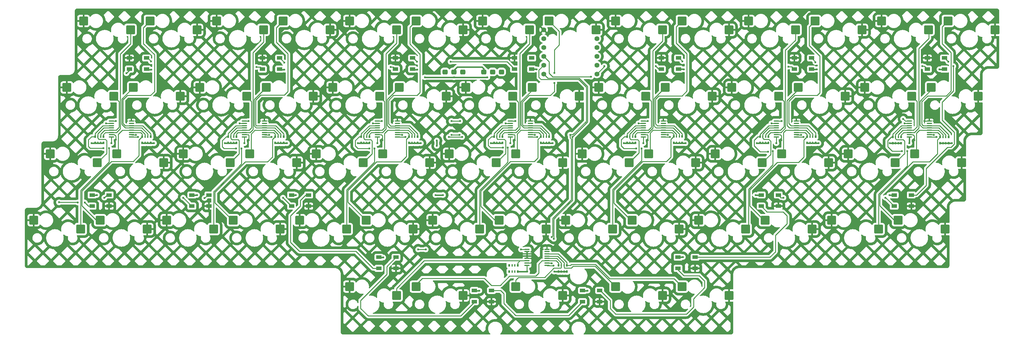
<source format=gtl>
G04 #@! TF.GenerationSoftware,KiCad,Pcbnew,(6.0.6-0)*
G04 #@! TF.CreationDate,2022-08-15T11:25:07-07:00*
G04 #@! TF.ProjectId,purple-owl,70757270-6c65-42d6-9f77-6c2e6b696361,1.0*
G04 #@! TF.SameCoordinates,Original*
G04 #@! TF.FileFunction,Copper,L1,Top*
G04 #@! TF.FilePolarity,Positive*
%FSLAX46Y46*%
G04 Gerber Fmt 4.6, Leading zero omitted, Abs format (unit mm)*
G04 Created by KiCad (PCBNEW (6.0.6-0)) date 2022-08-15 11:25:07*
%MOMM*%
%LPD*%
G01*
G04 APERTURE LIST*
G04 Aperture macros list*
%AMRoundRect*
0 Rectangle with rounded corners*
0 $1 Rounding radius*
0 $2 $3 $4 $5 $6 $7 $8 $9 X,Y pos of 4 corners*
0 Add a 4 corners polygon primitive as box body*
4,1,4,$2,$3,$4,$5,$6,$7,$8,$9,$2,$3,0*
0 Add four circle primitives for the rounded corners*
1,1,$1+$1,$2,$3*
1,1,$1+$1,$4,$5*
1,1,$1+$1,$6,$7*
1,1,$1+$1,$8,$9*
0 Add four rect primitives between the rounded corners*
20,1,$1+$1,$2,$3,$4,$5,0*
20,1,$1+$1,$4,$5,$6,$7,0*
20,1,$1+$1,$6,$7,$8,$9,0*
20,1,$1+$1,$8,$9,$2,$3,0*%
G04 Aperture macros list end*
G04 #@! TA.AperFunction,ComponentPad*
%ADD10C,1.400000*%
G04 #@! TD*
G04 #@! TA.AperFunction,SMDPad,CuDef*
%ADD11R,0.500000X0.800000*%
G04 #@! TD*
G04 #@! TA.AperFunction,SMDPad,CuDef*
%ADD12R,0.400000X0.800000*%
G04 #@! TD*
G04 #@! TA.AperFunction,SMDPad,CuDef*
%ADD13RoundRect,0.254000X-1.016000X-1.016000X1.016000X-1.016000X1.016000X1.016000X-1.016000X1.016000X0*%
G04 #@! TD*
G04 #@! TA.AperFunction,SMDPad,CuDef*
%ADD14RoundRect,0.100000X0.637500X0.100000X-0.637500X0.100000X-0.637500X-0.100000X0.637500X-0.100000X0*%
G04 #@! TD*
G04 #@! TA.AperFunction,SMDPad,CuDef*
%ADD15R,1.500000X1.000000*%
G04 #@! TD*
G04 #@! TA.AperFunction,ComponentPad*
%ADD16RoundRect,0.350000X0.400000X-0.350000X0.400000X0.350000X-0.400000X0.350000X-0.400000X-0.350000X0*%
G04 #@! TD*
G04 #@! TA.AperFunction,ViaPad*
%ADD17C,0.600000*%
G04 #@! TD*
G04 #@! TA.AperFunction,Conductor*
%ADD18C,0.254000*%
G04 #@! TD*
G04 #@! TA.AperFunction,Conductor*
%ADD19C,0.381000*%
G04 #@! TD*
G04 APERTURE END LIST*
D10*
G04 #@! TO.P,U9,12,A2*
G04 #@! TO.N,unconnected-(U9-Pad12)*
X226695000Y-95210546D03*
G04 #@! TO.P,U9,11,A3*
G04 #@! TO.N,unconnected-(U9-Pad11)*
X226695000Y-97750546D03*
G04 #@! TO.P,U9,10,SDA*
G04 #@! TO.N,unconnected-(U9-Pad10)*
X226695000Y-100290546D03*
G04 #@! TO.P,U9,9,SCL*
G04 #@! TO.N,unconnected-(U9-Pad9)*
X226695000Y-102830546D03*
G04 #@! TO.P,U9,8,TX*
G04 #@! TO.N,RGB*
X226695000Y-105370546D03*
G04 #@! TO.P,U9,7,RX*
G04 #@! TO.N,LD*
X211455000Y-105370546D03*
G04 #@! TO.P,U9,6,SCK*
G04 #@! TO.N,CLK*
X211455000Y-102830546D03*
G04 #@! TO.P,U9,5,MISO*
G04 #@! TO.N,DAT*
X211455000Y-100290546D03*
G04 #@! TO.P,U9,4,MOSI*
G04 #@! TO.N,SRC1_3V3*
X211455000Y-97750546D03*
G04 #@! TO.P,U9,3,3V3*
G04 #@! TO.N,SRC0_3V3*
X211455000Y-95210546D03*
G04 #@! TO.P,U9,2,GND*
G04 #@! TO.N,GND*
X211455000Y-92670546D03*
G04 #@! TD*
D11*
G04 #@! TO.P,RN6,1,R1.1*
G04 #@! TO.N,Net-(RN6-Pad1)*
X237737500Y-123321875D03*
D12*
G04 #@! TO.P,RN6,2,R2.1*
G04 #@! TO.N,Net-(RN6-Pad2)*
X236937500Y-123321875D03*
G04 #@! TO.P,RN6,3,R3.1*
G04 #@! TO.N,Net-(RN6-Pad3)*
X236137500Y-123321875D03*
D11*
G04 #@! TO.P,RN6,4,R4.1*
G04 #@! TO.N,Net-(RN6-Pad4)*
X235337500Y-123321875D03*
G04 #@! TO.P,RN6,5,R4.2*
G04 #@! TO.N,+3V3*
X235337500Y-125121875D03*
D12*
G04 #@! TO.P,RN6,6,R3.2*
X236137500Y-125121875D03*
G04 #@! TO.P,RN6,7,R2.2*
X236937500Y-125121875D03*
D11*
G04 #@! TO.P,RN6,8,R1.2*
X237737500Y-125121875D03*
G04 #@! TD*
D13*
G04 #@! TO.P,SW36,1,A*
G04 #@! TO.N,Net-(RN9-Pad8)*
X160591500Y-147320000D03*
G04 #@! TO.P,SW36,2,B*
G04 #@! TO.N,GND*
X174053500Y-149860000D03*
G04 #@! TD*
G04 #@! TO.P,SW32,1,A*
G04 #@! TO.N,GND*
X179641500Y-147320000D03*
G04 #@! TO.P,SW32,2,B*
G04 #@! TO.N,Net-(RN8-Pad4)*
X193103500Y-149860000D03*
G04 #@! TD*
D14*
G04 #@! TO.P,U7,1,~{PL}*
G04 #@! TO.N,LD*
X93350000Y-123433000D03*
G04 #@! TO.P,U7,2,CP*
G04 #@! TO.N,CLK*
X93350000Y-122783000D03*
G04 #@! TO.P,U7,3,D4*
G04 #@! TO.N,Net-(RN13-Pad8)*
X93350000Y-122133000D03*
G04 #@! TO.P,U7,4,D5*
G04 #@! TO.N,Net-(RN13-Pad7)*
X93350000Y-121483000D03*
G04 #@! TO.P,U7,5,D6*
G04 #@! TO.N,Net-(RN13-Pad6)*
X93350000Y-120833000D03*
G04 #@! TO.P,U7,6,D7*
G04 #@! TO.N,Net-(RN13-Pad5)*
X93350000Y-120183000D03*
G04 #@! TO.P,U7,7,~{Q7}*
G04 #@! TO.N,unconnected-(U7-Pad7)*
X93350000Y-119533000D03*
G04 #@! TO.P,U7,8,GND*
G04 #@! TO.N,GND*
X93350000Y-118883000D03*
G04 #@! TO.P,U7,9,Q7*
G04 #@! TO.N,Net-(U6-Pad10)*
X87625000Y-118883000D03*
G04 #@! TO.P,U7,10,DS*
G04 #@! TO.N,Net-(U7-Pad10)*
X87625000Y-119533000D03*
G04 #@! TO.P,U7,11,D0*
G04 #@! TO.N,Net-(RN14-Pad4)*
X87625000Y-120183000D03*
G04 #@! TO.P,U7,12,D1*
G04 #@! TO.N,Net-(RN14-Pad3)*
X87625000Y-120833000D03*
G04 #@! TO.P,U7,13,D2*
G04 #@! TO.N,Net-(RN14-Pad2)*
X87625000Y-121483000D03*
G04 #@! TO.P,U7,14,D3*
G04 #@! TO.N,Net-(RN14-Pad1)*
X87625000Y-122133000D03*
G04 #@! TO.P,U7,15,~{CE}*
G04 #@! TO.N,GND*
X87625000Y-122783000D03*
G04 #@! TO.P,U7,16,VCC*
G04 #@! TO.N,+3V3*
X87625000Y-123433000D03*
G04 #@! TD*
D15*
G04 #@! TO.P,D10,1,VDD*
G04 #@! TO.N,VCC*
X139234375Y-140084375D03*
G04 #@! TO.P,D10,2,DOUT*
G04 #@! TO.N,Net-(D10-Pad2)*
X139234375Y-143284375D03*
G04 #@! TO.P,D10,3,VSS*
G04 #@! TO.N,GND*
X144134375Y-143284375D03*
G04 #@! TO.P,D10,4,DIN*
G04 #@! TO.N,Net-(D10-Pad4)*
X144134375Y-140084375D03*
G04 #@! TD*
D16*
G04 #@! TO.P,JP1,1,A*
G04 #@! TO.N,SRC0_3V3*
X183197500Y-104775000D03*
G04 #@! TO.P,JP1,2,C*
G04 #@! TO.N,+3V3*
X185737500Y-104775000D03*
G04 #@! TO.P,JP1,3,B*
G04 #@! TO.N,SRC1_3V3*
X188277500Y-104775000D03*
G04 #@! TD*
D14*
G04 #@! TO.P,U4,1,~{PL}*
G04 #@! TO.N,LD*
X207650000Y-123433000D03*
G04 #@! TO.P,U4,2,CP*
G04 #@! TO.N,CLK*
X207650000Y-122783000D03*
G04 #@! TO.P,U4,3,D4*
G04 #@! TO.N,Net-(RN7-Pad8)*
X207650000Y-122133000D03*
G04 #@! TO.P,U4,4,D5*
G04 #@! TO.N,Net-(RN7-Pad7)*
X207650000Y-121483000D03*
G04 #@! TO.P,U4,5,D6*
G04 #@! TO.N,Net-(RN7-Pad6)*
X207650000Y-120833000D03*
G04 #@! TO.P,U4,6,D7*
G04 #@! TO.N,Net-(RN7-Pad5)*
X207650000Y-120183000D03*
G04 #@! TO.P,U4,7,~{Q7}*
G04 #@! TO.N,unconnected-(U4-Pad7)*
X207650000Y-119533000D03*
G04 #@! TO.P,U4,8,GND*
G04 #@! TO.N,GND*
X207650000Y-118883000D03*
G04 #@! TO.P,U4,9,Q7*
G04 #@! TO.N,Net-(U3-Pad10)*
X201925000Y-118883000D03*
G04 #@! TO.P,U4,10,DS*
G04 #@! TO.N,/DS4*
X201925000Y-119533000D03*
G04 #@! TO.P,U4,11,D0*
G04 #@! TO.N,Net-(RN8-Pad4)*
X201925000Y-120183000D03*
G04 #@! TO.P,U4,12,D1*
G04 #@! TO.N,Net-(RN8-Pad3)*
X201925000Y-120833000D03*
G04 #@! TO.P,U4,13,D2*
G04 #@! TO.N,Net-(RN8-Pad2)*
X201925000Y-121483000D03*
G04 #@! TO.P,U4,14,D3*
G04 #@! TO.N,Net-(RN8-Pad1)*
X201925000Y-122133000D03*
G04 #@! TO.P,U4,15,~{CE}*
G04 #@! TO.N,GND*
X201925000Y-122783000D03*
G04 #@! TO.P,U4,16,VCC*
G04 #@! TO.N,+3V3*
X201925000Y-123433000D03*
G04 #@! TD*
G04 #@! TO.P,U5,1,~{PL}*
G04 #@! TO.N,LD*
X169550000Y-123433000D03*
G04 #@! TO.P,U5,2,CP*
G04 #@! TO.N,CLK*
X169550000Y-122783000D03*
G04 #@! TO.P,U5,3,D4*
G04 #@! TO.N,Net-(RN9-Pad8)*
X169550000Y-122133000D03*
G04 #@! TO.P,U5,4,D5*
G04 #@! TO.N,Net-(RN9-Pad7)*
X169550000Y-121483000D03*
G04 #@! TO.P,U5,5,D6*
G04 #@! TO.N,Net-(RN9-Pad6)*
X169550000Y-120833000D03*
G04 #@! TO.P,U5,6,D7*
G04 #@! TO.N,Net-(RN9-Pad5)*
X169550000Y-120183000D03*
G04 #@! TO.P,U5,7,~{Q7}*
G04 #@! TO.N,unconnected-(U5-Pad7)*
X169550000Y-119533000D03*
G04 #@! TO.P,U5,8,GND*
G04 #@! TO.N,GND*
X169550000Y-118883000D03*
G04 #@! TO.P,U5,9,Q7*
G04 #@! TO.N,/DS4*
X163825000Y-118883000D03*
G04 #@! TO.P,U5,10,DS*
G04 #@! TO.N,Net-(U5-Pad10)*
X163825000Y-119533000D03*
G04 #@! TO.P,U5,11,D0*
G04 #@! TO.N,Net-(RN10-Pad4)*
X163825000Y-120183000D03*
G04 #@! TO.P,U5,12,D1*
G04 #@! TO.N,Net-(RN10-Pad3)*
X163825000Y-120833000D03*
G04 #@! TO.P,U5,13,D2*
G04 #@! TO.N,Net-(RN10-Pad2)*
X163825000Y-121483000D03*
G04 #@! TO.P,U5,14,D3*
G04 #@! TO.N,Net-(RN10-Pad1)*
X163825000Y-122133000D03*
G04 #@! TO.P,U5,15,~{CE}*
G04 #@! TO.N,GND*
X163825000Y-122783000D03*
G04 #@! TO.P,U5,16,VCC*
G04 #@! TO.N,+3V3*
X163825000Y-123433000D03*
G04 #@! TD*
D13*
G04 #@! TO.P,SW29,1,A*
G04 #@! TO.N,GND*
X193929000Y-90170000D03*
G04 #@! TO.P,SW29,2,B*
G04 #@! TO.N,Net-(RN8-Pad1)*
X207391000Y-92710000D03*
G04 #@! TD*
D15*
G04 #@! TO.P,D15,1,VDD*
G04 #@! TO.N,VCC*
X173900000Y-103993750D03*
G04 #@! TO.P,D15,2,DOUT*
G04 #@! TO.N,Net-(D15-Pad2)*
X173900000Y-100793750D03*
G04 #@! TO.P,D15,3,VSS*
G04 #@! TO.N,GND*
X169000000Y-100793750D03*
G04 #@! TO.P,D15,4,DIN*
G04 #@! TO.N,Net-(D14-Pad2)*
X169000000Y-103993750D03*
G04 #@! TD*
D13*
G04 #@! TO.P,SW48,1,A*
G04 #@! TO.N,GND*
X103441500Y-147320000D03*
G04 #@! TO.P,SW48,2,B*
G04 #@! TO.N,Net-(RN12-Pad4)*
X116903500Y-149860000D03*
G04 #@! TD*
G04 #@! TO.P,SW4,1,A*
G04 #@! TO.N,Net-(RN1-Pad8)*
X312991500Y-147320000D03*
G04 #@! TO.P,SW4,2,B*
G04 #@! TO.N,GND*
X326453500Y-149860000D03*
G04 #@! TD*
G04 #@! TO.P,SW6,1,A*
G04 #@! TO.N,GND*
X303466500Y-109220000D03*
G04 #@! TO.P,SW6,2,B*
G04 #@! TO.N,Net-(RN2-Pad2)*
X316928500Y-111760000D03*
G04 #@! TD*
G04 #@! TO.P,SW37,1,A*
G04 #@! TO.N,GND*
X155829000Y-90170000D03*
G04 #@! TO.P,SW37,2,B*
G04 #@! TO.N,Net-(RN10-Pad1)*
X169291000Y-92710000D03*
G04 #@! TD*
G04 #@! TO.P,SW45,1,A*
G04 #@! TO.N,GND*
X117729000Y-90170000D03*
G04 #@! TO.P,SW45,2,B*
G04 #@! TO.N,Net-(RN12-Pad1)*
X131191000Y-92710000D03*
G04 #@! TD*
D11*
G04 #@! TO.P,RN1,1,R1.1*
G04 #@! TO.N,+3V3*
X325063000Y-125233000D03*
D12*
G04 #@! TO.P,RN1,2,R2.1*
X325863000Y-125233000D03*
G04 #@! TO.P,RN1,3,R3.1*
X326663000Y-125233000D03*
D11*
G04 #@! TO.P,RN1,4,R4.1*
X327463000Y-125233000D03*
G04 #@! TO.P,RN1,5,R4.2*
G04 #@! TO.N,Net-(RN1-Pad5)*
X327463000Y-123433000D03*
D12*
G04 #@! TO.P,RN1,6,R3.2*
G04 #@! TO.N,Net-(RN1-Pad6)*
X326663000Y-123433000D03*
G04 #@! TO.P,RN1,7,R2.2*
G04 #@! TO.N,Net-(RN1-Pad7)*
X325863000Y-123433000D03*
D11*
G04 #@! TO.P,RN1,8,R1.2*
G04 #@! TO.N,Net-(RN1-Pad8)*
X325063000Y-123433000D03*
G04 #@! TD*
G04 #@! TO.P,RN9,1,R1.1*
G04 #@! TO.N,+3V3*
X172917000Y-125121875D03*
D12*
G04 #@! TO.P,RN9,2,R2.1*
X173717000Y-125121875D03*
G04 #@! TO.P,RN9,3,R3.1*
X174517000Y-125121875D03*
D11*
G04 #@! TO.P,RN9,4,R4.1*
X175317000Y-125121875D03*
G04 #@! TO.P,RN9,5,R4.2*
G04 #@! TO.N,Net-(RN9-Pad5)*
X175317000Y-123321875D03*
D12*
G04 #@! TO.P,RN9,6,R3.2*
G04 #@! TO.N,Net-(RN9-Pad6)*
X174517000Y-123321875D03*
G04 #@! TO.P,RN9,7,R2.2*
G04 #@! TO.N,Net-(RN9-Pad7)*
X173717000Y-123321875D03*
D11*
G04 #@! TO.P,RN9,8,R1.2*
G04 #@! TO.N,Net-(RN9-Pad8)*
X172917000Y-123321875D03*
G04 #@! TD*
D14*
G04 #@! TO.P,U1,1,~{PL}*
G04 #@! TO.N,LD*
X321950000Y-123433000D03*
G04 #@! TO.P,U1,2,CP*
G04 #@! TO.N,CLK*
X321950000Y-122783000D03*
G04 #@! TO.P,U1,3,D4*
G04 #@! TO.N,Net-(RN1-Pad8)*
X321950000Y-122133000D03*
G04 #@! TO.P,U1,4,D5*
G04 #@! TO.N,Net-(RN1-Pad7)*
X321950000Y-121483000D03*
G04 #@! TO.P,U1,5,D6*
G04 #@! TO.N,Net-(RN1-Pad6)*
X321950000Y-120833000D03*
G04 #@! TO.P,U1,6,D7*
G04 #@! TO.N,Net-(RN1-Pad5)*
X321950000Y-120183000D03*
G04 #@! TO.P,U1,7,~{Q7}*
G04 #@! TO.N,unconnected-(U1-Pad7)*
X321950000Y-119533000D03*
G04 #@! TO.P,U1,8,GND*
G04 #@! TO.N,GND*
X321950000Y-118883000D03*
G04 #@! TO.P,U1,9,Q7*
G04 #@! TO.N,DAT*
X316225000Y-118883000D03*
G04 #@! TO.P,U1,10,DS*
G04 #@! TO.N,Net-(U1-Pad10)*
X316225000Y-119533000D03*
G04 #@! TO.P,U1,11,D0*
G04 #@! TO.N,Net-(RN2-Pad4)*
X316225000Y-120183000D03*
G04 #@! TO.P,U1,12,D1*
G04 #@! TO.N,Net-(RN2-Pad3)*
X316225000Y-120833000D03*
G04 #@! TO.P,U1,13,D2*
G04 #@! TO.N,Net-(RN2-Pad2)*
X316225000Y-121483000D03*
G04 #@! TO.P,U1,14,D3*
G04 #@! TO.N,Net-(RN2-Pad1)*
X316225000Y-122133000D03*
G04 #@! TO.P,U1,15,~{CE}*
G04 #@! TO.N,GND*
X316225000Y-122783000D03*
G04 #@! TO.P,U1,16,VCC*
G04 #@! TO.N,+3V3*
X316225000Y-123433000D03*
G04 #@! TD*
D13*
G04 #@! TO.P,SW50,1,A*
G04 #@! TO.N,Net-(RN13-Pad6)*
X93916500Y-109220000D03*
G04 #@! TO.P,SW50,2,B*
G04 #@! TO.N,GND*
X107378500Y-111760000D03*
G04 #@! TD*
G04 #@! TO.P,SW30,1,A*
G04 #@! TO.N,GND*
X189166500Y-109220000D03*
G04 #@! TO.P,SW30,2,B*
G04 #@! TO.N,Net-(RN8-Pad2)*
X202628500Y-111760000D03*
G04 #@! TD*
G04 #@! TO.P,SW9,1,A*
G04 #@! TO.N,Net-(RN3-Pad5)*
X289179000Y-90170000D03*
G04 #@! TO.P,SW9,2,B*
G04 #@! TO.N,GND*
X302641000Y-92710000D03*
G04 #@! TD*
D14*
G04 #@! TO.P,U6,1,~{PL}*
G04 #@! TO.N,LD*
X131450000Y-123433000D03*
G04 #@! TO.P,U6,2,CP*
G04 #@! TO.N,CLK*
X131450000Y-122783000D03*
G04 #@! TO.P,U6,3,D4*
G04 #@! TO.N,Net-(RN11-Pad8)*
X131450000Y-122133000D03*
G04 #@! TO.P,U6,4,D5*
G04 #@! TO.N,Net-(RN11-Pad7)*
X131450000Y-121483000D03*
G04 #@! TO.P,U6,5,D6*
G04 #@! TO.N,Net-(RN11-Pad6)*
X131450000Y-120833000D03*
G04 #@! TO.P,U6,6,D7*
G04 #@! TO.N,Net-(RN11-Pad5)*
X131450000Y-120183000D03*
G04 #@! TO.P,U6,7,~{Q7}*
G04 #@! TO.N,unconnected-(U6-Pad7)*
X131450000Y-119533000D03*
G04 #@! TO.P,U6,8,GND*
G04 #@! TO.N,GND*
X131450000Y-118883000D03*
G04 #@! TO.P,U6,9,Q7*
G04 #@! TO.N,Net-(U5-Pad10)*
X125725000Y-118883000D03*
G04 #@! TO.P,U6,10,DS*
G04 #@! TO.N,Net-(U6-Pad10)*
X125725000Y-119533000D03*
G04 #@! TO.P,U6,11,D0*
G04 #@! TO.N,Net-(RN12-Pad4)*
X125725000Y-120183000D03*
G04 #@! TO.P,U6,12,D1*
G04 #@! TO.N,Net-(RN12-Pad3)*
X125725000Y-120833000D03*
G04 #@! TO.P,U6,13,D2*
G04 #@! TO.N,Net-(RN12-Pad2)*
X125725000Y-121483000D03*
G04 #@! TO.P,U6,14,D3*
G04 #@! TO.N,Net-(RN12-Pad1)*
X125725000Y-122133000D03*
G04 #@! TO.P,U6,15,~{CE}*
G04 #@! TO.N,GND*
X125725000Y-122783000D03*
G04 #@! TO.P,U6,16,VCC*
G04 #@! TO.N,+3V3*
X125725000Y-123433000D03*
G04 #@! TD*
D11*
G04 #@! TO.P,RN10,1,R1.1*
G04 #@! TO.N,Net-(RN10-Pad1)*
X161537500Y-123321875D03*
D12*
G04 #@! TO.P,RN10,2,R2.1*
G04 #@! TO.N,Net-(RN10-Pad2)*
X160737500Y-123321875D03*
G04 #@! TO.P,RN10,3,R3.1*
G04 #@! TO.N,Net-(RN10-Pad3)*
X159937500Y-123321875D03*
D11*
G04 #@! TO.P,RN10,4,R4.1*
G04 #@! TO.N,Net-(RN10-Pad4)*
X159137500Y-123321875D03*
G04 #@! TO.P,RN10,5,R4.2*
G04 #@! TO.N,+3V3*
X159137500Y-125121875D03*
D12*
G04 #@! TO.P,RN10,6,R3.2*
X159937500Y-125121875D03*
G04 #@! TO.P,RN10,7,R2.2*
X160737500Y-125121875D03*
D11*
G04 #@! TO.P,RN10,8,R1.2*
X161537500Y-125121875D03*
G04 #@! TD*
D13*
G04 #@! TO.P,SW61,1,A*
G04 #@! TO.N,GND*
X155829000Y-166370000D03*
G04 #@! TO.P,SW61,2,B*
G04 #@! TO.N,Net-(RN16-Pad1)*
X169291000Y-168910000D03*
G04 #@! TD*
D11*
G04 #@! TO.P,RN5,1,R1.1*
G04 #@! TO.N,+3V3*
X248736000Y-125106000D03*
D12*
G04 #@! TO.P,RN5,2,R2.1*
X249536000Y-125106000D03*
G04 #@! TO.P,RN5,3,R3.1*
X250336000Y-125106000D03*
D11*
G04 #@! TO.P,RN5,4,R4.1*
X251136000Y-125106000D03*
G04 #@! TO.P,RN5,5,R4.2*
G04 #@! TO.N,Net-(RN5-Pad5)*
X251136000Y-123306000D03*
D12*
G04 #@! TO.P,RN5,6,R3.2*
G04 #@! TO.N,Net-(RN5-Pad6)*
X250336000Y-123306000D03*
G04 #@! TO.P,RN5,7,R2.2*
G04 #@! TO.N,Net-(RN5-Pad7)*
X249536000Y-123306000D03*
D11*
G04 #@! TO.P,RN5,8,R1.2*
G04 #@! TO.N,Net-(RN5-Pad8)*
X248736000Y-123306000D03*
G04 #@! TD*
D13*
G04 #@! TO.P,SW52,1,A*
G04 #@! TO.N,Net-(RN13-Pad8)*
X84391500Y-147320000D03*
G04 #@! TO.P,SW52,2,B*
G04 #@! TO.N,GND*
X97853500Y-149860000D03*
G04 #@! TD*
G04 #@! TO.P,SW55,1,A*
G04 #@! TO.N,GND*
X70104000Y-128270000D03*
G04 #@! TO.P,SW55,2,B*
G04 #@! TO.N,Net-(RN14-Pad3)*
X83566000Y-130810000D03*
G04 #@! TD*
G04 #@! TO.P,SW16,1,A*
G04 #@! TO.N,GND*
X255841500Y-147320000D03*
G04 #@! TO.P,SW16,2,B*
G04 #@! TO.N,Net-(RN4-Pad4)*
X269303500Y-149860000D03*
G04 #@! TD*
G04 #@! TO.P,SW47,1,A*
G04 #@! TO.N,GND*
X108204000Y-128270000D03*
G04 #@! TO.P,SW47,2,B*
G04 #@! TO.N,Net-(RN12-Pad3)*
X121666000Y-130810000D03*
G04 #@! TD*
D15*
G04 #@! TO.P,D12,1,VDD*
G04 #@! TO.N,VCC*
X82084375Y-140084375D03*
G04 #@! TO.P,D12,2,DOUT*
G04 #@! TO.N,Net-(D12-Pad2)*
X82084375Y-143284375D03*
G04 #@! TO.P,D12,3,VSS*
G04 #@! TO.N,GND*
X86984375Y-143284375D03*
G04 #@! TO.P,D12,4,DIN*
G04 #@! TO.N,Net-(D11-Pad2)*
X86984375Y-140084375D03*
G04 #@! TD*
D13*
G04 #@! TO.P,SW56,1,A*
G04 #@! TO.N,GND*
X65341500Y-147320000D03*
G04 #@! TO.P,SW56,2,B*
G04 #@! TO.N,Net-(RN14-Pad4)*
X78803500Y-149860000D03*
G04 #@! TD*
D15*
G04 #@! TO.P,D4,1,VDD*
G04 #@! TO.N,VCC*
X311875000Y-140084375D03*
G04 #@! TO.P,D4,2,DOUT*
G04 #@! TO.N,Net-(D4-Pad2)*
X311875000Y-143284375D03*
G04 #@! TO.P,D4,3,VSS*
G04 #@! TO.N,GND*
X316775000Y-143284375D03*
G04 #@! TO.P,D4,4,DIN*
G04 #@! TO.N,Net-(D3-Pad2)*
X316775000Y-140084375D03*
G04 #@! TD*
D13*
G04 #@! TO.P,SW46,1,A*
G04 #@! TO.N,GND*
X112966500Y-109220000D03*
G04 #@! TO.P,SW46,2,B*
G04 #@! TO.N,Net-(RN12-Pad2)*
X126428500Y-111760000D03*
G04 #@! TD*
D15*
G04 #@! TO.P,D9,1,VDD*
G04 #@! TO.N,VCC*
X164237500Y-157943750D03*
G04 #@! TO.P,D9,2,DOUT*
G04 #@! TO.N,Net-(D10-Pad4)*
X164237500Y-161143750D03*
G04 #@! TO.P,D9,3,VSS*
G04 #@! TO.N,GND*
X169137500Y-161143750D03*
G04 #@! TO.P,D9,4,DIN*
G04 #@! TO.N,Net-(D8-Pad2)*
X169137500Y-157943750D03*
G04 #@! TD*
D13*
G04 #@! TO.P,SW18,1,A*
G04 #@! TO.N,Net-(RN5-Pad6)*
X246316500Y-109220000D03*
G04 #@! TO.P,SW18,2,B*
G04 #@! TO.N,GND*
X259778500Y-111760000D03*
G04 #@! TD*
D15*
G04 #@! TO.P,D2,1,VDD*
G04 #@! TO.N,VCC*
X288200000Y-103993750D03*
G04 #@! TO.P,D2,2,DOUT*
G04 #@! TO.N,Net-(D2-Pad2)*
X288200000Y-100793750D03*
G04 #@! TO.P,D2,3,VSS*
G04 #@! TO.N,GND*
X283300000Y-100793750D03*
G04 #@! TO.P,D2,4,DIN*
G04 #@! TO.N,Net-(D1-Pad2)*
X283300000Y-103993750D03*
G04 #@! TD*
D13*
G04 #@! TO.P,SW3,1,A*
G04 #@! TO.N,Net-(RN1-Pad7)*
X317754000Y-128270000D03*
G04 #@! TO.P,SW3,2,B*
G04 #@! TO.N,GND*
X331216000Y-130810000D03*
G04 #@! TD*
D15*
G04 #@! TO.P,D3,1,VDD*
G04 #@! TO.N,VCC*
X326300000Y-103993750D03*
G04 #@! TO.P,D3,2,DOUT*
G04 #@! TO.N,Net-(D3-Pad2)*
X326300000Y-100793750D03*
G04 #@! TO.P,D3,3,VSS*
G04 #@! TO.N,GND*
X321400000Y-100793750D03*
G04 #@! TO.P,D3,4,DIN*
G04 #@! TO.N,Net-(D2-Pad2)*
X321400000Y-103993750D03*
G04 #@! TD*
D13*
G04 #@! TO.P,SW58,1,A*
G04 #@! TO.N,Net-(RN15-Pad6)*
X232029000Y-166370000D03*
G04 #@! TO.P,SW58,2,B*
G04 #@! TO.N,GND*
X245491000Y-168910000D03*
G04 #@! TD*
G04 #@! TO.P,SW42,1,A*
G04 #@! TO.N,Net-(RN11-Pad6)*
X132016500Y-109220000D03*
G04 #@! TO.P,SW42,2,B*
G04 #@! TO.N,GND*
X145478500Y-111760000D03*
G04 #@! TD*
G04 #@! TO.P,SW13,1,A*
G04 #@! TO.N,GND*
X270129000Y-90170000D03*
G04 #@! TO.P,SW13,2,B*
G04 #@! TO.N,Net-(RN4-Pad1)*
X283591000Y-92710000D03*
G04 #@! TD*
G04 #@! TO.P,SW59,1,A*
G04 #@! TO.N,Net-(RN15-Pad7)*
X203454000Y-166370000D03*
G04 #@! TO.P,SW59,2,B*
G04 #@! TO.N,GND*
X216916000Y-168910000D03*
G04 #@! TD*
G04 #@! TO.P,SW24,1,A*
G04 #@! TO.N,GND*
X217741500Y-147320000D03*
G04 #@! TO.P,SW24,2,B*
G04 #@! TO.N,Net-(RN6-Pad4)*
X231203500Y-149860000D03*
G04 #@! TD*
G04 #@! TO.P,SW21,1,A*
G04 #@! TO.N,GND*
X232029000Y-90170000D03*
G04 #@! TO.P,SW21,2,B*
G04 #@! TO.N,Net-(RN6-Pad1)*
X245491000Y-92710000D03*
G04 #@! TD*
G04 #@! TO.P,SW38,1,A*
G04 #@! TO.N,GND*
X151066500Y-109220000D03*
G04 #@! TO.P,SW38,2,B*
G04 #@! TO.N,Net-(RN10-Pad2)*
X164528500Y-111760000D03*
G04 #@! TD*
G04 #@! TO.P,SW8,1,A*
G04 #@! TO.N,GND*
X293941500Y-147320000D03*
G04 #@! TO.P,SW8,2,B*
G04 #@! TO.N,Net-(RN2-Pad4)*
X307403500Y-149860000D03*
G04 #@! TD*
D11*
G04 #@! TO.P,RN12,1,R1.1*
G04 #@! TO.N,Net-(RN12-Pad1)*
X123437500Y-123321875D03*
D12*
G04 #@! TO.P,RN12,2,R2.1*
G04 #@! TO.N,Net-(RN12-Pad2)*
X122637500Y-123321875D03*
G04 #@! TO.P,RN12,3,R3.1*
G04 #@! TO.N,Net-(RN12-Pad3)*
X121837500Y-123321875D03*
D11*
G04 #@! TO.P,RN12,4,R4.1*
G04 #@! TO.N,Net-(RN12-Pad4)*
X121037500Y-123321875D03*
G04 #@! TO.P,RN12,5,R4.2*
G04 #@! TO.N,+3V3*
X121037500Y-125121875D03*
D12*
G04 #@! TO.P,RN12,6,R3.2*
X121837500Y-125121875D03*
G04 #@! TO.P,RN12,7,R2.2*
X122637500Y-125121875D03*
D11*
G04 #@! TO.P,RN12,8,R1.2*
X123437500Y-125121875D03*
G04 #@! TD*
D13*
G04 #@! TO.P,SW33,1,A*
G04 #@! TO.N,Net-(RN9-Pad5)*
X174879000Y-90170000D03*
G04 #@! TO.P,SW33,2,B*
G04 #@! TO.N,GND*
X188341000Y-92710000D03*
G04 #@! TD*
G04 #@! TO.P,SW1,1,A*
G04 #@! TO.N,Net-(RN1-Pad5)*
X327279000Y-90170000D03*
G04 #@! TO.P,SW1,2,B*
G04 #@! TO.N,GND*
X340741000Y-92710000D03*
G04 #@! TD*
G04 #@! TO.P,SW57,1,A*
G04 #@! TO.N,Net-(RN15-Pad5)*
X251079000Y-166370000D03*
G04 #@! TO.P,SW57,2,B*
G04 #@! TO.N,GND*
X264541000Y-168910000D03*
G04 #@! TD*
D15*
G04 #@! TO.P,D11,1,VDD*
G04 #@! TO.N,VCC*
X110659375Y-140084375D03*
G04 #@! TO.P,D11,2,DOUT*
G04 #@! TO.N,Net-(D11-Pad2)*
X110659375Y-143284375D03*
G04 #@! TO.P,D11,3,VSS*
G04 #@! TO.N,GND*
X115559375Y-143284375D03*
G04 #@! TO.P,D11,4,DIN*
G04 #@! TO.N,Net-(D10-Pad2)*
X115559375Y-140084375D03*
G04 #@! TD*
D13*
G04 #@! TO.P,SW40,1,A*
G04 #@! TO.N,GND*
X141541500Y-147320000D03*
G04 #@! TO.P,SW40,2,B*
G04 #@! TO.N,Net-(RN10-Pad4)*
X155003500Y-149860000D03*
G04 #@! TD*
G04 #@! TO.P,SW28,1,A*
G04 #@! TO.N,Net-(RN7-Pad8)*
X198691500Y-147320000D03*
G04 #@! TO.P,SW28,2,B*
G04 #@! TO.N,GND*
X212153500Y-149860000D03*
G04 #@! TD*
D15*
G04 #@! TO.P,D7,1,VDD*
G04 #@! TO.N,VCC*
X222578125Y-167468750D03*
G04 #@! TO.P,D7,2,DOUT*
G04 #@! TO.N,Net-(D7-Pad2)*
X222578125Y-170668750D03*
G04 #@! TO.P,D7,3,VSS*
G04 #@! TO.N,GND*
X227478125Y-170668750D03*
G04 #@! TO.P,D7,4,DIN*
G04 #@! TO.N,Net-(D6-Pad2)*
X227478125Y-167468750D03*
G04 #@! TD*
D11*
G04 #@! TO.P,RN11,1,R1.1*
G04 #@! TO.N,+3V3*
X134563000Y-125121875D03*
D12*
G04 #@! TO.P,RN11,2,R2.1*
X135363000Y-125121875D03*
G04 #@! TO.P,RN11,3,R3.1*
X136163000Y-125121875D03*
D11*
G04 #@! TO.P,RN11,4,R4.1*
X136963000Y-125121875D03*
G04 #@! TO.P,RN11,5,R4.2*
G04 #@! TO.N,Net-(RN11-Pad5)*
X136963000Y-123321875D03*
D12*
G04 #@! TO.P,RN11,6,R3.2*
G04 #@! TO.N,Net-(RN11-Pad6)*
X136163000Y-123321875D03*
G04 #@! TO.P,RN11,7,R2.2*
G04 #@! TO.N,Net-(RN11-Pad7)*
X135363000Y-123321875D03*
D11*
G04 #@! TO.P,RN11,8,R1.2*
G04 #@! TO.N,Net-(RN11-Pad8)*
X134563000Y-123321875D03*
G04 #@! TD*
D13*
G04 #@! TO.P,SW54,1,A*
G04 #@! TO.N,GND*
X74866500Y-109220000D03*
G04 #@! TO.P,SW54,2,B*
G04 #@! TO.N,Net-(RN14-Pad2)*
X88328500Y-111760000D03*
G04 #@! TD*
G04 #@! TO.P,SW12,1,A*
G04 #@! TO.N,Net-(RN3-Pad8)*
X274891500Y-147320000D03*
G04 #@! TO.P,SW12,2,B*
G04 #@! TO.N,GND*
X288353500Y-149860000D03*
G04 #@! TD*
G04 #@! TO.P,SW7,1,A*
G04 #@! TO.N,GND*
X298704000Y-128270000D03*
G04 #@! TO.P,SW7,2,B*
G04 #@! TO.N,Net-(RN2-Pad3)*
X312166000Y-130810000D03*
G04 #@! TD*
D16*
G04 #@! TO.P,JP2,1,A*
G04 #@! TO.N,+3V3*
X194310000Y-104775000D03*
G04 #@! TO.P,JP2,2,C*
G04 #@! TO.N,VCC*
X196850000Y-104775000D03*
G04 #@! TO.P,JP2,3,B*
G04 #@! TO.N,unconnected-(JP2-Pad3)*
X199390000Y-104775000D03*
G04 #@! TD*
D13*
G04 #@! TO.P,SW10,1,A*
G04 #@! TO.N,Net-(RN3-Pad6)*
X284416500Y-109220000D03*
G04 #@! TO.P,SW10,2,B*
G04 #@! TO.N,GND*
X297878500Y-111760000D03*
G04 #@! TD*
G04 #@! TO.P,SW49,1,A*
G04 #@! TO.N,Net-(RN13-Pad5)*
X98679000Y-90170000D03*
G04 #@! TO.P,SW49,2,B*
G04 #@! TO.N,GND*
X112141000Y-92710000D03*
G04 #@! TD*
G04 #@! TO.P,SW39,1,A*
G04 #@! TO.N,GND*
X146304000Y-128270000D03*
G04 #@! TO.P,SW39,2,B*
G04 #@! TO.N,Net-(RN10-Pad3)*
X159766000Y-130810000D03*
G04 #@! TD*
D11*
G04 #@! TO.P,RN7,1,R1.1*
G04 #@! TO.N,+3V3*
X210636000Y-125121875D03*
D12*
G04 #@! TO.P,RN7,2,R2.1*
X211436000Y-125121875D03*
G04 #@! TO.P,RN7,3,R3.1*
X212236000Y-125121875D03*
D11*
G04 #@! TO.P,RN7,4,R4.1*
X213036000Y-125121875D03*
G04 #@! TO.P,RN7,5,R4.2*
G04 #@! TO.N,Net-(RN7-Pad5)*
X213036000Y-123321875D03*
D12*
G04 #@! TO.P,RN7,6,R3.2*
G04 #@! TO.N,Net-(RN7-Pad6)*
X212236000Y-123321875D03*
G04 #@! TO.P,RN7,7,R2.2*
G04 #@! TO.N,Net-(RN7-Pad7)*
X211436000Y-123321875D03*
D11*
G04 #@! TO.P,RN7,8,R1.2*
G04 #@! TO.N,Net-(RN7-Pad8)*
X210636000Y-123321875D03*
G04 #@! TD*
D13*
G04 #@! TO.P,SW51,1,A*
G04 #@! TO.N,Net-(RN13-Pad7)*
X89154000Y-128270000D03*
G04 #@! TO.P,SW51,2,B*
G04 #@! TO.N,GND*
X102616000Y-130810000D03*
G04 #@! TD*
D14*
G04 #@! TO.P,U8,1,~{PL}*
G04 #@! TO.N,LD*
X212412500Y-160231250D03*
G04 #@! TO.P,U8,2,CP*
G04 #@! TO.N,CLK*
X212412500Y-159581250D03*
G04 #@! TO.P,U8,3,D4*
G04 #@! TO.N,Net-(RN15-Pad8)*
X212412500Y-158931250D03*
G04 #@! TO.P,U8,4,D5*
G04 #@! TO.N,Net-(RN15-Pad7)*
X212412500Y-158281250D03*
G04 #@! TO.P,U8,5,D6*
G04 #@! TO.N,Net-(RN15-Pad6)*
X212412500Y-157631250D03*
G04 #@! TO.P,U8,6,D7*
G04 #@! TO.N,Net-(RN15-Pad5)*
X212412500Y-156981250D03*
G04 #@! TO.P,U8,7,~{Q7}*
G04 #@! TO.N,unconnected-(U8-Pad7)*
X212412500Y-156331250D03*
G04 #@! TO.P,U8,8,GND*
G04 #@! TO.N,GND*
X212412500Y-155681250D03*
G04 #@! TO.P,U8,9,Q7*
G04 #@! TO.N,Net-(U7-Pad10)*
X206687500Y-155681250D03*
G04 #@! TO.P,U8,10,DS*
G04 #@! TO.N,GND*
X206687500Y-156331250D03*
G04 #@! TO.P,U8,11,D0*
X206687500Y-156981250D03*
G04 #@! TO.P,U8,12,D1*
X206687500Y-157631250D03*
G04 #@! TO.P,U8,13,D2*
X206687500Y-158281250D03*
G04 #@! TO.P,U8,14,D3*
G04 #@! TO.N,Net-(RN16-Pad1)*
X206687500Y-158931250D03*
G04 #@! TO.P,U8,15,~{CE}*
G04 #@! TO.N,GND*
X206687500Y-159581250D03*
G04 #@! TO.P,U8,16,VCC*
G04 #@! TO.N,+3V3*
X206687500Y-160231250D03*
G04 #@! TD*
D15*
G04 #@! TO.P,D13,1,VDD*
G04 #@! TO.N,VCC*
X97700000Y-103993750D03*
G04 #@! TO.P,D13,2,DOUT*
G04 #@! TO.N,Net-(D13-Pad2)*
X97700000Y-100793750D03*
G04 #@! TO.P,D13,3,VSS*
G04 #@! TO.N,GND*
X92800000Y-100793750D03*
G04 #@! TO.P,D13,4,DIN*
G04 #@! TO.N,Net-(D12-Pad2)*
X92800000Y-103993750D03*
G04 #@! TD*
D13*
G04 #@! TO.P,SW15,1,A*
G04 #@! TO.N,GND*
X260604000Y-128270000D03*
G04 #@! TO.P,SW15,2,B*
G04 #@! TO.N,Net-(RN4-Pad3)*
X274066000Y-130810000D03*
G04 #@! TD*
G04 #@! TO.P,SW34,1,A*
G04 #@! TO.N,Net-(RN9-Pad6)*
X170116500Y-109220000D03*
G04 #@! TO.P,SW34,2,B*
G04 #@! TO.N,GND*
X183578500Y-111760000D03*
G04 #@! TD*
D11*
G04 #@! TO.P,RN14,1,R1.1*
G04 #@! TO.N,Net-(RN14-Pad1)*
X85337500Y-123321875D03*
D12*
G04 #@! TO.P,RN14,2,R2.1*
G04 #@! TO.N,Net-(RN14-Pad2)*
X84537500Y-123321875D03*
G04 #@! TO.P,RN14,3,R3.1*
G04 #@! TO.N,Net-(RN14-Pad3)*
X83737500Y-123321875D03*
D11*
G04 #@! TO.P,RN14,4,R4.1*
G04 #@! TO.N,Net-(RN14-Pad4)*
X82937500Y-123321875D03*
G04 #@! TO.P,RN14,5,R4.2*
G04 #@! TO.N,+3V3*
X82937500Y-125121875D03*
D12*
G04 #@! TO.P,RN14,6,R3.2*
X83737500Y-125121875D03*
G04 #@! TO.P,RN14,7,R2.2*
X84537500Y-125121875D03*
D11*
G04 #@! TO.P,RN14,8,R1.2*
X85337500Y-125121875D03*
G04 #@! TD*
D15*
G04 #@! TO.P,D16,1,VDD*
G04 #@! TO.N,VCC*
X208031250Y-103993750D03*
G04 #@! TO.P,D16,2,DOUT*
G04 #@! TO.N,unconnected-(D16-Pad2)*
X208031250Y-100793750D03*
G04 #@! TO.P,D16,3,VSS*
G04 #@! TO.N,GND*
X203131250Y-100793750D03*
G04 #@! TO.P,D16,4,DIN*
G04 #@! TO.N,Net-(D15-Pad2)*
X203131250Y-103993750D03*
G04 #@! TD*
G04 #@! TO.P,D5,1,VDD*
G04 #@! TO.N,VCC*
X273775000Y-140084375D03*
G04 #@! TO.P,D5,2,DOUT*
G04 #@! TO.N,Net-(D5-Pad2)*
X273775000Y-143284375D03*
G04 #@! TO.P,D5,3,VSS*
G04 #@! TO.N,GND*
X278675000Y-143284375D03*
G04 #@! TO.P,D5,4,DIN*
G04 #@! TO.N,Net-(D4-Pad2)*
X278675000Y-140084375D03*
G04 #@! TD*
D11*
G04 #@! TO.P,RN8,1,R1.1*
G04 #@! TO.N,Net-(RN8-Pad1)*
X199637500Y-123321875D03*
D12*
G04 #@! TO.P,RN8,2,R2.1*
G04 #@! TO.N,Net-(RN8-Pad2)*
X198837500Y-123321875D03*
G04 #@! TO.P,RN8,3,R3.1*
G04 #@! TO.N,Net-(RN8-Pad3)*
X198037500Y-123321875D03*
D11*
G04 #@! TO.P,RN8,4,R4.1*
G04 #@! TO.N,Net-(RN8-Pad4)*
X197237500Y-123321875D03*
G04 #@! TO.P,RN8,5,R4.2*
G04 #@! TO.N,+3V3*
X197237500Y-125121875D03*
D12*
G04 #@! TO.P,RN8,6,R3.2*
X198037500Y-125121875D03*
G04 #@! TO.P,RN8,7,R2.2*
X198837500Y-125121875D03*
D11*
G04 #@! TO.P,RN8,8,R1.2*
X199637500Y-125121875D03*
G04 #@! TD*
D14*
G04 #@! TO.P,U3,1,~{PL}*
G04 #@! TO.N,LD*
X245750000Y-123433000D03*
G04 #@! TO.P,U3,2,CP*
G04 #@! TO.N,CLK*
X245750000Y-122783000D03*
G04 #@! TO.P,U3,3,D4*
G04 #@! TO.N,Net-(RN5-Pad8)*
X245750000Y-122133000D03*
G04 #@! TO.P,U3,4,D5*
G04 #@! TO.N,Net-(RN5-Pad7)*
X245750000Y-121483000D03*
G04 #@! TO.P,U3,5,D6*
G04 #@! TO.N,Net-(RN5-Pad6)*
X245750000Y-120833000D03*
G04 #@! TO.P,U3,6,D7*
G04 #@! TO.N,Net-(RN5-Pad5)*
X245750000Y-120183000D03*
G04 #@! TO.P,U3,7,~{Q7}*
G04 #@! TO.N,unconnected-(U3-Pad7)*
X245750000Y-119533000D03*
G04 #@! TO.P,U3,8,GND*
G04 #@! TO.N,GND*
X245750000Y-118883000D03*
G04 #@! TO.P,U3,9,Q7*
G04 #@! TO.N,Net-(U2-Pad10)*
X240025000Y-118883000D03*
G04 #@! TO.P,U3,10,DS*
G04 #@! TO.N,Net-(U3-Pad10)*
X240025000Y-119533000D03*
G04 #@! TO.P,U3,11,D0*
G04 #@! TO.N,Net-(RN6-Pad4)*
X240025000Y-120183000D03*
G04 #@! TO.P,U3,12,D1*
G04 #@! TO.N,Net-(RN6-Pad3)*
X240025000Y-120833000D03*
G04 #@! TO.P,U3,13,D2*
G04 #@! TO.N,Net-(RN6-Pad2)*
X240025000Y-121483000D03*
G04 #@! TO.P,U3,14,D3*
G04 #@! TO.N,Net-(RN6-Pad1)*
X240025000Y-122133000D03*
G04 #@! TO.P,U3,15,~{CE}*
G04 #@! TO.N,GND*
X240025000Y-122783000D03*
G04 #@! TO.P,U3,16,VCC*
G04 #@! TO.N,+3V3*
X240025000Y-123433000D03*
G04 #@! TD*
D11*
G04 #@! TO.P,RN4,1,R1.1*
G04 #@! TO.N,Net-(RN4-Pad1)*
X275837500Y-123321875D03*
D12*
G04 #@! TO.P,RN4,2,R2.1*
G04 #@! TO.N,Net-(RN4-Pad2)*
X275037500Y-123321875D03*
G04 #@! TO.P,RN4,3,R3.1*
G04 #@! TO.N,Net-(RN4-Pad3)*
X274237500Y-123321875D03*
D11*
G04 #@! TO.P,RN4,4,R4.1*
G04 #@! TO.N,Net-(RN4-Pad4)*
X273437500Y-123321875D03*
G04 #@! TO.P,RN4,5,R4.2*
G04 #@! TO.N,+3V3*
X273437500Y-125121875D03*
D12*
G04 #@! TO.P,RN4,6,R3.2*
X274237500Y-125121875D03*
G04 #@! TO.P,RN4,7,R2.2*
X275037500Y-125121875D03*
D11*
G04 #@! TO.P,RN4,8,R1.2*
X275837500Y-125121875D03*
G04 #@! TD*
D13*
G04 #@! TO.P,SW22,1,A*
G04 #@! TO.N,GND*
X227266500Y-109220000D03*
G04 #@! TO.P,SW22,2,B*
G04 #@! TO.N,Net-(RN6-Pad2)*
X240728500Y-111760000D03*
G04 #@! TD*
G04 #@! TO.P,SW20,1,A*
G04 #@! TO.N,Net-(RN5-Pad8)*
X236791500Y-147320000D03*
G04 #@! TO.P,SW20,2,B*
G04 #@! TO.N,GND*
X250253500Y-149860000D03*
G04 #@! TD*
G04 #@! TO.P,SW17,1,A*
G04 #@! TO.N,Net-(RN5-Pad5)*
X251079000Y-90170000D03*
G04 #@! TO.P,SW17,2,B*
G04 #@! TO.N,GND*
X264541000Y-92710000D03*
G04 #@! TD*
G04 #@! TO.P,SW5,1,A*
G04 #@! TO.N,GND*
X308229000Y-90170000D03*
G04 #@! TO.P,SW5,2,B*
G04 #@! TO.N,Net-(RN2-Pad1)*
X321691000Y-92710000D03*
G04 #@! TD*
D11*
G04 #@! TO.P,RN15,1,R1.1*
G04 #@! TO.N,+3V3*
X215716000Y-162031250D03*
D12*
G04 #@! TO.P,RN15,2,R2.1*
X216516000Y-162031250D03*
G04 #@! TO.P,RN15,3,R3.1*
X217316000Y-162031250D03*
D11*
G04 #@! TO.P,RN15,4,R4.1*
X218116000Y-162031250D03*
G04 #@! TO.P,RN15,5,R4.2*
G04 #@! TO.N,Net-(RN15-Pad5)*
X218116000Y-160231250D03*
D12*
G04 #@! TO.P,RN15,6,R3.2*
G04 #@! TO.N,Net-(RN15-Pad6)*
X217316000Y-160231250D03*
G04 #@! TO.P,RN15,7,R2.2*
G04 #@! TO.N,Net-(RN15-Pad7)*
X216516000Y-160231250D03*
D11*
G04 #@! TO.P,RN15,8,R1.2*
G04 #@! TO.N,Net-(RN15-Pad8)*
X215716000Y-160231250D03*
G04 #@! TD*
G04 #@! TO.P,RN3,1,R1.1*
G04 #@! TO.N,+3V3*
X286963000Y-125121875D03*
D12*
G04 #@! TO.P,RN3,2,R2.1*
X287763000Y-125121875D03*
G04 #@! TO.P,RN3,3,R3.1*
X288563000Y-125121875D03*
D11*
G04 #@! TO.P,RN3,4,R4.1*
X289363000Y-125121875D03*
G04 #@! TO.P,RN3,5,R4.2*
G04 #@! TO.N,Net-(RN3-Pad5)*
X289363000Y-123321875D03*
D12*
G04 #@! TO.P,RN3,6,R3.2*
G04 #@! TO.N,Net-(RN3-Pad6)*
X288563000Y-123321875D03*
G04 #@! TO.P,RN3,7,R2.2*
G04 #@! TO.N,Net-(RN3-Pad7)*
X287763000Y-123321875D03*
D11*
G04 #@! TO.P,RN3,8,R1.2*
G04 #@! TO.N,Net-(RN3-Pad8)*
X286963000Y-123321875D03*
G04 #@! TD*
D13*
G04 #@! TO.P,SW11,1,A*
G04 #@! TO.N,Net-(RN3-Pad7)*
X279654000Y-128270000D03*
G04 #@! TO.P,SW11,2,B*
G04 #@! TO.N,GND*
X293116000Y-130810000D03*
G04 #@! TD*
G04 #@! TO.P,SW23,1,A*
G04 #@! TO.N,GND*
X222504000Y-128270000D03*
G04 #@! TO.P,SW23,2,B*
G04 #@! TO.N,Net-(RN6-Pad3)*
X235966000Y-130810000D03*
G04 #@! TD*
D11*
G04 #@! TO.P,RN2,1,R1.1*
G04 #@! TO.N,Net-(RN2-Pad1)*
X313874000Y-123433000D03*
D12*
G04 #@! TO.P,RN2,2,R2.1*
G04 #@! TO.N,Net-(RN2-Pad2)*
X313074000Y-123433000D03*
G04 #@! TO.P,RN2,3,R3.1*
G04 #@! TO.N,Net-(RN2-Pad3)*
X312274000Y-123433000D03*
D11*
G04 #@! TO.P,RN2,4,R4.1*
G04 #@! TO.N,Net-(RN2-Pad4)*
X311474000Y-123433000D03*
G04 #@! TO.P,RN2,5,R4.2*
G04 #@! TO.N,+3V3*
X311474000Y-125233000D03*
D12*
G04 #@! TO.P,RN2,6,R3.2*
X312274000Y-125233000D03*
G04 #@! TO.P,RN2,7,R2.2*
X313074000Y-125233000D03*
D11*
G04 #@! TO.P,RN2,8,R1.2*
X313874000Y-125233000D03*
G04 #@! TD*
D13*
G04 #@! TO.P,SW41,1,A*
G04 #@! TO.N,Net-(RN11-Pad5)*
X136779000Y-90170000D03*
G04 #@! TO.P,SW41,2,B*
G04 #@! TO.N,GND*
X150241000Y-92710000D03*
G04 #@! TD*
G04 #@! TO.P,SW35,1,A*
G04 #@! TO.N,Net-(RN9-Pad7)*
X165354000Y-128270000D03*
G04 #@! TO.P,SW35,2,B*
G04 #@! TO.N,GND*
X178816000Y-130810000D03*
G04 #@! TD*
G04 #@! TO.P,SW43,1,A*
G04 #@! TO.N,Net-(RN11-Pad7)*
X127254000Y-128270000D03*
G04 #@! TO.P,SW43,2,B*
G04 #@! TO.N,GND*
X140716000Y-130810000D03*
G04 #@! TD*
G04 #@! TO.P,SW60,1,A*
G04 #@! TO.N,Net-(RN15-Pad8)*
X174879000Y-166370000D03*
G04 #@! TO.P,SW60,2,B*
G04 #@! TO.N,GND*
X188341000Y-168910000D03*
G04 #@! TD*
D15*
G04 #@! TO.P,D1,1,VDD*
G04 #@! TO.N,VCC*
X250100000Y-103993750D03*
G04 #@! TO.P,D1,2,DOUT*
G04 #@! TO.N,Net-(D1-Pad2)*
X250100000Y-100793750D03*
G04 #@! TO.P,D1,3,VSS*
G04 #@! TO.N,GND*
X245200000Y-100793750D03*
G04 #@! TO.P,D1,4,DIN*
G04 #@! TO.N,RGB*
X245200000Y-103993750D03*
G04 #@! TD*
D13*
G04 #@! TO.P,SW2,1,A*
G04 #@! TO.N,Net-(RN1-Pad6)*
X322516500Y-109220000D03*
G04 #@! TO.P,SW2,2,B*
G04 #@! TO.N,GND*
X335978500Y-111760000D03*
G04 #@! TD*
G04 #@! TO.P,SW26,1,A*
G04 #@! TO.N,Net-(RN7-Pad6)*
X208216500Y-109220000D03*
G04 #@! TO.P,SW26,2,B*
G04 #@! TO.N,GND*
X221678500Y-111760000D03*
G04 #@! TD*
G04 #@! TO.P,SW14,1,A*
G04 #@! TO.N,GND*
X265366500Y-109220000D03*
G04 #@! TO.P,SW14,2,B*
G04 #@! TO.N,Net-(RN4-Pad2)*
X278828500Y-111760000D03*
G04 #@! TD*
D11*
G04 #@! TO.P,RN13,1,R1.1*
G04 #@! TO.N,+3V3*
X96463000Y-125121875D03*
D12*
G04 #@! TO.P,RN13,2,R2.1*
X97263000Y-125121875D03*
G04 #@! TO.P,RN13,3,R3.1*
X98063000Y-125121875D03*
D11*
G04 #@! TO.P,RN13,4,R4.1*
X98863000Y-125121875D03*
G04 #@! TO.P,RN13,5,R4.2*
G04 #@! TO.N,Net-(RN13-Pad5)*
X98863000Y-123321875D03*
D12*
G04 #@! TO.P,RN13,6,R3.2*
G04 #@! TO.N,Net-(RN13-Pad6)*
X98063000Y-123321875D03*
G04 #@! TO.P,RN13,7,R2.2*
G04 #@! TO.N,Net-(RN13-Pad7)*
X97263000Y-123321875D03*
D11*
G04 #@! TO.P,RN13,8,R1.2*
G04 #@! TO.N,Net-(RN13-Pad8)*
X96463000Y-123321875D03*
G04 #@! TD*
G04 #@! TO.P,RN16,1,R1.1*
G04 #@! TO.N,Net-(RN16-Pad1)*
X204003125Y-160231250D03*
D12*
G04 #@! TO.P,RN16,2,R2.1*
G04 #@! TO.N,unconnected-(RN16-Pad2)*
X203203125Y-160231250D03*
G04 #@! TO.P,RN16,3,R3.1*
G04 #@! TO.N,unconnected-(RN16-Pad3)*
X202403125Y-160231250D03*
D11*
G04 #@! TO.P,RN16,4,R4.1*
G04 #@! TO.N,unconnected-(RN16-Pad4)*
X201603125Y-160231250D03*
G04 #@! TO.P,RN16,5,R4.2*
G04 #@! TO.N,unconnected-(RN16-Pad5)*
X201603125Y-162031250D03*
D12*
G04 #@! TO.P,RN16,6,R3.2*
G04 #@! TO.N,unconnected-(RN16-Pad6)*
X202403125Y-162031250D03*
G04 #@! TO.P,RN16,7,R2.2*
G04 #@! TO.N,unconnected-(RN16-Pad7)*
X203203125Y-162031250D03*
D11*
G04 #@! TO.P,RN16,8,R1.2*
G04 #@! TO.N,+3V3*
X204003125Y-162031250D03*
G04 #@! TD*
D13*
G04 #@! TO.P,SW44,1,A*
G04 #@! TO.N,Net-(RN11-Pad8)*
X122491500Y-147320000D03*
G04 #@! TO.P,SW44,2,B*
G04 #@! TO.N,GND*
X135953500Y-149860000D03*
G04 #@! TD*
G04 #@! TO.P,SW27,1,A*
G04 #@! TO.N,Net-(RN7-Pad7)*
X203454000Y-128270000D03*
G04 #@! TO.P,SW27,2,B*
G04 #@! TO.N,GND*
X216916000Y-130810000D03*
G04 #@! TD*
D14*
G04 #@! TO.P,U2,1,~{PL}*
G04 #@! TO.N,LD*
X283850000Y-123433000D03*
G04 #@! TO.P,U2,2,CP*
G04 #@! TO.N,CLK*
X283850000Y-122783000D03*
G04 #@! TO.P,U2,3,D4*
G04 #@! TO.N,Net-(RN3-Pad8)*
X283850000Y-122133000D03*
G04 #@! TO.P,U2,4,D5*
G04 #@! TO.N,Net-(RN3-Pad7)*
X283850000Y-121483000D03*
G04 #@! TO.P,U2,5,D6*
G04 #@! TO.N,Net-(RN3-Pad6)*
X283850000Y-120833000D03*
G04 #@! TO.P,U2,6,D7*
G04 #@! TO.N,Net-(RN3-Pad5)*
X283850000Y-120183000D03*
G04 #@! TO.P,U2,7,~{Q7}*
G04 #@! TO.N,unconnected-(U2-Pad7)*
X283850000Y-119533000D03*
G04 #@! TO.P,U2,8,GND*
G04 #@! TO.N,GND*
X283850000Y-118883000D03*
G04 #@! TO.P,U2,9,Q7*
G04 #@! TO.N,Net-(U1-Pad10)*
X278125000Y-118883000D03*
G04 #@! TO.P,U2,10,DS*
G04 #@! TO.N,Net-(U2-Pad10)*
X278125000Y-119533000D03*
G04 #@! TO.P,U2,11,D0*
G04 #@! TO.N,Net-(RN4-Pad4)*
X278125000Y-120183000D03*
G04 #@! TO.P,U2,12,D1*
G04 #@! TO.N,Net-(RN4-Pad3)*
X278125000Y-120833000D03*
G04 #@! TO.P,U2,13,D2*
G04 #@! TO.N,Net-(RN4-Pad2)*
X278125000Y-121483000D03*
G04 #@! TO.P,U2,14,D3*
G04 #@! TO.N,Net-(RN4-Pad1)*
X278125000Y-122133000D03*
G04 #@! TO.P,U2,15,~{CE}*
G04 #@! TO.N,GND*
X278125000Y-122783000D03*
G04 #@! TO.P,U2,16,VCC*
G04 #@! TO.N,+3V3*
X278125000Y-123433000D03*
G04 #@! TD*
D13*
G04 #@! TO.P,SW31,1,A*
G04 #@! TO.N,GND*
X184404000Y-128270000D03*
G04 #@! TO.P,SW31,2,B*
G04 #@! TO.N,Net-(RN8-Pad3)*
X197866000Y-130810000D03*
G04 #@! TD*
G04 #@! TO.P,SW19,1,A*
G04 #@! TO.N,Net-(RN5-Pad7)*
X241554000Y-128270000D03*
G04 #@! TO.P,SW19,2,B*
G04 #@! TO.N,GND*
X255016000Y-130810000D03*
G04 #@! TD*
D15*
G04 #@! TO.P,D6,1,VDD*
G04 #@! TO.N,VCC*
X249962500Y-157943750D03*
G04 #@! TO.P,D6,2,DOUT*
G04 #@! TO.N,Net-(D6-Pad2)*
X249962500Y-161143750D03*
G04 #@! TO.P,D6,3,VSS*
G04 #@! TO.N,GND*
X254862500Y-161143750D03*
G04 #@! TO.P,D6,4,DIN*
G04 #@! TO.N,Net-(D5-Pad2)*
X254862500Y-157943750D03*
G04 #@! TD*
G04 #@! TO.P,D8,1,VDD*
G04 #@! TO.N,VCC*
X191621875Y-167468750D03*
G04 #@! TO.P,D8,2,DOUT*
G04 #@! TO.N,Net-(D8-Pad2)*
X191621875Y-170668750D03*
G04 #@! TO.P,D8,3,VSS*
G04 #@! TO.N,GND*
X196521875Y-170668750D03*
G04 #@! TO.P,D8,4,DIN*
G04 #@! TO.N,Net-(D7-Pad2)*
X196521875Y-167468750D03*
G04 #@! TD*
D13*
G04 #@! TO.P,SW25,1,A*
G04 #@! TO.N,Net-(RN7-Pad5)*
X212979000Y-90170000D03*
G04 #@! TO.P,SW25,2,B*
G04 #@! TO.N,GND*
X226441000Y-92710000D03*
G04 #@! TD*
G04 #@! TO.P,SW53,1,A*
G04 #@! TO.N,GND*
X79629000Y-90170000D03*
G04 #@! TO.P,SW53,2,B*
G04 #@! TO.N,Net-(RN14-Pad1)*
X93091000Y-92710000D03*
G04 #@! TD*
D15*
G04 #@! TO.P,D14,1,VDD*
G04 #@! TO.N,VCC*
X135800000Y-103993750D03*
G04 #@! TO.P,D14,2,DOUT*
G04 #@! TO.N,Net-(D14-Pad2)*
X135800000Y-100793750D03*
G04 #@! TO.P,D14,3,VSS*
G04 #@! TO.N,GND*
X130900000Y-100793750D03*
G04 #@! TO.P,D14,4,DIN*
G04 #@! TO.N,Net-(D13-Pad2)*
X130900000Y-103993750D03*
G04 #@! TD*
D17*
G04 #@! TO.N,Net-(D12-Pad2)*
X72599174Y-142191550D03*
G04 #@! TO.N,GND*
X88900000Y-124206000D03*
X127000000Y-124333000D03*
X165227000Y-124333000D03*
X203200000Y-124333000D03*
X241300000Y-124333000D03*
X279527000Y-124333000D03*
X320548000Y-118872000D03*
X317627000Y-124333000D03*
G04 #@! TO.N,VCC*
X83439000Y-140081000D03*
X112141000Y-140081000D03*
X289687000Y-104013000D03*
X209423000Y-104013000D03*
X185801000Y-106299000D03*
X310515000Y-140081000D03*
X224022401Y-167513000D03*
X193040000Y-167513000D03*
X177419000Y-106299000D03*
X99060000Y-104140000D03*
X324866000Y-104013000D03*
X180848000Y-124460000D03*
X251587000Y-104013000D03*
X251333000Y-157861000D03*
X182626000Y-140081000D03*
X272161000Y-140081000D03*
X180848000Y-125984000D03*
X195326000Y-106299000D03*
X137160000Y-104140000D03*
X180467000Y-140081000D03*
X175260000Y-104140000D03*
X165481000Y-157988000D03*
X140462000Y-140081000D03*
G04 #@! TO.N,Net-(D1-Pad2)*
X251206000Y-101727000D03*
X281559000Y-103251000D03*
G04 #@! TO.N,RGB*
X243586000Y-103124000D03*
X228854000Y-103124000D03*
G04 #@! TO.N,Net-(D2-Pad2)*
X289306000Y-101981000D03*
X319913000Y-103124000D03*
G04 #@! TO.N,Net-(D3-Pad2)*
X328803000Y-103124000D03*
X327406000Y-101854000D03*
G04 #@! TO.N,Net-(D4-Pad2)*
X309372000Y-140843000D03*
X280162000Y-140843000D03*
G04 #@! TO.N,Net-(D10-Pad2)*
X136779000Y-140843000D03*
X114300000Y-140970000D03*
G04 #@! TO.N,Net-(D11-Pad2)*
X85598000Y-140843000D03*
X108204000Y-140843000D03*
G04 #@! TO.N,Net-(D12-Pad2)*
X91948000Y-105156000D03*
X77978000Y-142240000D03*
X80010000Y-142240000D03*
G04 #@! TO.N,Net-(D13-Pad2)*
X129159000Y-103378000D03*
X98933000Y-101727000D03*
G04 #@! TO.N,Net-(D14-Pad2)*
X137160000Y-102108000D03*
X167640000Y-103378000D03*
G04 #@! TO.N,Net-(D15-Pad2)*
X184785000Y-101854000D03*
X175133000Y-101854000D03*
G04 #@! TO.N,+3V3*
X120142000Y-125222000D03*
X272542000Y-125222000D03*
X163830000Y-125222000D03*
X316230000Y-125222000D03*
X196342000Y-125222000D03*
X310642000Y-125222000D03*
X290195000Y-125222000D03*
X158242000Y-125222000D03*
X81915000Y-125222000D03*
X176276000Y-125222000D03*
X125730000Y-125222000D03*
X234442000Y-125222000D03*
X99822000Y-125222000D03*
X87630000Y-125222000D03*
X206756000Y-162052000D03*
X252095000Y-125222000D03*
X201930000Y-125222000D03*
X214503000Y-162052000D03*
X278130000Y-125222000D03*
X328422000Y-125222000D03*
X213995000Y-125222000D03*
X137922000Y-125222000D03*
X240030000Y-125222000D03*
G04 #@! TO.N,Net-(RN2-Pad4)*
X314071000Y-127508000D03*
X315595000Y-127508000D03*
G04 #@! TO.N,Net-(RN8-Pad4)*
X199771000Y-126492000D03*
X201189458Y-126464221D03*
G04 #@! TO.N,LD*
X285877000Y-123444000D03*
X133477000Y-123444000D03*
X171831000Y-123444000D03*
X219710000Y-123444000D03*
X184277000Y-123444000D03*
X188087000Y-123444000D03*
X214376000Y-152654000D03*
X209595992Y-123441782D03*
X323977000Y-123444000D03*
X95250000Y-123444000D03*
X214313704Y-160318935D03*
X247650000Y-123444000D03*
G04 #@! TO.N,CLK*
X285242000Y-122809000D03*
X213741000Y-152146000D03*
X247015000Y-122809000D03*
X208915000Y-122809000D03*
X185039000Y-122809000D03*
X170942000Y-122809000D03*
X323215000Y-122809000D03*
X219075000Y-122809000D03*
X94615000Y-122809000D03*
X187325000Y-122809000D03*
X213741000Y-159639000D03*
X132842000Y-122809000D03*
G04 #@! TO.N,DAT*
X314452000Y-118237000D03*
X225044000Y-106172000D03*
G04 #@! TO.N,Net-(U1-Pad10)*
X279654000Y-118872000D03*
X314833000Y-119507000D03*
G04 #@! TO.N,Net-(U2-Pad10)*
X241300000Y-118872000D03*
X276733000Y-119507000D03*
G04 #@! TO.N,Net-(U3-Pad10)*
X238633000Y-119507000D03*
X203327000Y-118872000D03*
G04 #@! TO.N,/DS4*
X185039000Y-118872000D03*
X187498000Y-118872000D03*
X200533000Y-119507000D03*
X165100000Y-118872000D03*
G04 #@! TO.N,Net-(U5-Pad10)*
X162560000Y-119507000D03*
X126873000Y-118872000D03*
G04 #@! TO.N,Net-(U6-Pad10)*
X88900000Y-118872000D03*
X124333000Y-119507000D03*
G04 #@! TO.N,Net-(U7-Pad10)*
X177673000Y-155702000D03*
X86106000Y-119507000D03*
X175514000Y-155702000D03*
X204978000Y-155702000D03*
G04 #@! TO.N,Net-(RN4-Pad4)*
X275717000Y-127635000D03*
X277114000Y-127508000D03*
G04 #@! TO.N,Net-(RN6-Pad4)*
X239478497Y-126749449D03*
X237998000Y-126746000D03*
G04 #@! TO.N,Net-(RN7-Pad5)*
X214503000Y-105029000D03*
X214503000Y-107950000D03*
G04 #@! TO.N,Net-(RN10-Pad4)*
X163012348Y-126741857D03*
X161544000Y-126746000D03*
G04 #@! TO.N,Net-(RN12-Pad4)*
X124907986Y-126739324D03*
X123317000Y-126746000D03*
G04 #@! TO.N,Net-(RN14-Pad4)*
X85344000Y-126619000D03*
X86949010Y-126620829D03*
G04 #@! TD*
D18*
G04 #@! TO.N,Net-(D3-Pad2)*
X328803000Y-103124000D02*
X328803000Y-110236000D01*
X328803000Y-110236000D02*
X325628000Y-113411000D01*
X329069000Y-122059000D02*
X329069000Y-125489997D01*
X325628000Y-113411000D02*
X325628000Y-118618000D01*
X325628000Y-118618000D02*
X329069000Y-122059000D01*
X329069000Y-125489997D02*
X328193997Y-126365000D01*
X328193997Y-126365000D02*
X327152000Y-126365000D01*
X327152000Y-126365000D02*
X321056000Y-132461000D01*
X321056000Y-132461000D02*
X321056000Y-137287000D01*
X321056000Y-137287000D02*
X318258625Y-140084375D01*
X318258625Y-140084375D02*
X316775000Y-140084375D01*
G04 #@! TO.N,Net-(RN1-Pad5)*
X321950000Y-120183000D02*
X320208000Y-120183000D01*
X320208000Y-120183000D02*
X319786000Y-119761000D01*
X321437000Y-111633000D02*
X326771000Y-111633000D01*
X328168000Y-110236000D02*
X328168000Y-99250500D01*
X319786000Y-113284000D02*
X321437000Y-111633000D01*
X319786000Y-119761000D02*
X319786000Y-113284000D01*
X326771000Y-111633000D02*
X328168000Y-110236000D01*
X328168000Y-99250500D02*
X325628000Y-96710500D01*
X325628000Y-96710500D02*
X325628000Y-91821000D01*
X325628000Y-91821000D02*
X327279000Y-90170000D01*
G04 #@! TO.N,Net-(D12-Pad2)*
X91948000Y-105156000D02*
X92800000Y-104304000D01*
X92800000Y-104304000D02*
X92800000Y-103993750D01*
X72599174Y-142191550D02*
X77929550Y-142191550D01*
X77929550Y-142191550D02*
X77978000Y-142240000D01*
G04 #@! TO.N,GND*
X206687500Y-158281250D02*
X206687500Y-156331250D01*
X206687500Y-159581250D02*
X207702750Y-159581250D01*
X207702750Y-159581250D02*
X208026000Y-159258000D01*
X208026000Y-159258000D02*
X208026000Y-158496000D01*
X207811250Y-158281250D02*
X206687500Y-158281250D01*
X208026000Y-158496000D02*
X207811250Y-158281250D01*
X317627000Y-124333000D02*
X317627000Y-123190000D01*
X317627000Y-123190000D02*
X317220000Y-122783000D01*
X317220000Y-122783000D02*
X316225000Y-122783000D01*
X279527000Y-124333000D02*
X279527000Y-123063000D01*
X279527000Y-123063000D02*
X279247000Y-122783000D01*
X279247000Y-122783000D02*
X278125000Y-122783000D01*
X241300000Y-124333000D02*
X241300000Y-122936000D01*
X241147000Y-122783000D02*
X240025000Y-122783000D01*
X241300000Y-122936000D02*
X241147000Y-122783000D01*
X203200000Y-122936000D02*
X203047000Y-122783000D01*
X203200000Y-124333000D02*
X203200000Y-122936000D01*
X203047000Y-122783000D02*
X201925000Y-122783000D01*
X165227000Y-124333000D02*
X165227000Y-123063000D01*
X165227000Y-123063000D02*
X164947000Y-122783000D01*
X164947000Y-122783000D02*
X163825000Y-122783000D01*
X88900000Y-124206000D02*
X88900000Y-123190000D01*
X88900000Y-123190000D02*
X88493000Y-122783000D01*
X88493000Y-122783000D02*
X87625000Y-122783000D01*
X127000000Y-124333000D02*
X127000000Y-122936000D01*
X126847000Y-122783000D02*
X125725000Y-122783000D01*
X127000000Y-122936000D02*
X126847000Y-122783000D01*
X320559000Y-118883000D02*
X320548000Y-118872000D01*
X321950000Y-118883000D02*
X320559000Y-118883000D01*
D19*
G04 #@! TO.N,VCC*
X209423000Y-104013000D02*
X209403750Y-103993750D01*
X137160000Y-104140000D02*
X135946250Y-104140000D01*
X99060000Y-104140000D02*
X97846250Y-104140000D01*
X272164375Y-140084375D02*
X272161000Y-140081000D01*
X165481000Y-157988000D02*
X164281750Y-157988000D01*
X139237750Y-140081000D02*
X139234375Y-140084375D01*
X174046250Y-104140000D02*
X173900000Y-103993750D01*
X251567750Y-103993750D02*
X251587000Y-104013000D01*
X311871625Y-140081000D02*
X311875000Y-140084375D01*
X224022401Y-167513000D02*
X222622375Y-167513000D01*
X82084375Y-140084375D02*
X83435625Y-140084375D01*
X195326000Y-106299000D02*
X185801000Y-106299000D01*
X193040000Y-167513000D02*
X191666125Y-167513000D01*
X112137625Y-140084375D02*
X112141000Y-140081000D01*
X289687000Y-104013000D02*
X288219250Y-104013000D01*
X209403750Y-103993750D02*
X208031250Y-103993750D01*
X185801000Y-106299000D02*
X177419000Y-106299000D01*
X273775000Y-140084375D02*
X272164375Y-140084375D01*
X250100000Y-103993750D02*
X251567750Y-103993750D01*
X110659375Y-140084375D02*
X112137625Y-140084375D01*
X324866000Y-104013000D02*
X326280750Y-104013000D01*
X310515000Y-140081000D02*
X311871625Y-140081000D01*
X140462000Y-140081000D02*
X139237750Y-140081000D01*
X182626000Y-140081000D02*
X180467000Y-140081000D01*
X180848000Y-124460000D02*
X180848000Y-125984000D01*
X288219250Y-104013000D02*
X288200000Y-103993750D01*
X251333000Y-157861000D02*
X250045250Y-157861000D01*
X97846250Y-104140000D02*
X97700000Y-103993750D01*
X326280750Y-104013000D02*
X326300000Y-103993750D01*
X83435625Y-140084375D02*
X83439000Y-140081000D01*
X164281750Y-157988000D02*
X164237500Y-157943750D01*
X191666125Y-167513000D02*
X191621875Y-167468750D01*
X250045250Y-157861000D02*
X249962500Y-157943750D01*
X175260000Y-104140000D02*
X174046250Y-104140000D01*
X135946250Y-104140000D02*
X135800000Y-103993750D01*
X222622375Y-167513000D02*
X222578125Y-167468750D01*
D18*
G04 #@! TO.N,Net-(D1-Pad2)*
X281559000Y-103251000D02*
X282557250Y-103251000D01*
X282557250Y-103251000D02*
X283300000Y-103993750D01*
X250272750Y-100793750D02*
X250100000Y-100793750D01*
X251206000Y-101727000D02*
X250272750Y-100793750D01*
G04 #@! TO.N,RGB*
X244455750Y-103993750D02*
X243586000Y-103124000D01*
X228854000Y-103124000D02*
X228854000Y-103211546D01*
X228854000Y-103211546D02*
X226695000Y-105370546D01*
X245200000Y-103993750D02*
X244455750Y-103993750D01*
G04 #@! TO.N,Net-(D2-Pad2)*
X289306000Y-101899750D02*
X288200000Y-100793750D01*
X320530250Y-103124000D02*
X321400000Y-103993750D01*
X289306000Y-101981000D02*
X289306000Y-101899750D01*
X319913000Y-103124000D02*
X320530250Y-103124000D01*
G04 #@! TO.N,Net-(D3-Pad2)*
X327360250Y-101854000D02*
X326300000Y-100793750D01*
X327406000Y-101854000D02*
X327360250Y-101854000D01*
G04 #@! TO.N,Net-(D4-Pad2)*
X279433625Y-140843000D02*
X278675000Y-140084375D01*
X311875000Y-143284375D02*
X309433625Y-140843000D01*
X309433625Y-140843000D02*
X309372000Y-140843000D01*
X280162000Y-140843000D02*
X279433625Y-140843000D01*
G04 #@! TO.N,Net-(D5-Pad2)*
X280035000Y-144907000D02*
X275397625Y-144907000D01*
X277876000Y-156337000D02*
X277876000Y-151638000D01*
X254862500Y-157943750D02*
X276269250Y-157943750D01*
X276269250Y-157943750D02*
X277876000Y-156337000D01*
X277876000Y-151638000D02*
X281178000Y-148336000D01*
X281178000Y-146050000D02*
X280035000Y-144907000D01*
X281178000Y-148336000D02*
X281178000Y-146050000D01*
X275397625Y-144907000D02*
X273775000Y-143284375D01*
G04 #@! TO.N,Net-(D6-Pad2)*
X256032000Y-163195000D02*
X251587000Y-163195000D01*
X227478125Y-167468750D02*
X227666750Y-167468750D01*
X230505000Y-172665870D02*
X232083130Y-174244000D01*
X257556000Y-164719000D02*
X256032000Y-163195000D01*
X227666750Y-167468750D02*
X230505000Y-170307000D01*
X257556000Y-166624000D02*
X257556000Y-164719000D01*
X252349000Y-174244000D02*
X254381000Y-172212000D01*
X254381000Y-169799000D02*
X257556000Y-166624000D01*
X251587000Y-163195000D02*
X249962500Y-161570500D01*
X254381000Y-172212000D02*
X254381000Y-169799000D01*
X249962500Y-161570500D02*
X249962500Y-161143750D01*
X230505000Y-170307000D02*
X230505000Y-172665870D01*
X232083130Y-174244000D02*
X252349000Y-174244000D01*
G04 #@! TO.N,Net-(D7-Pad2)*
X200025000Y-168402000D02*
X200025000Y-171196000D01*
X199091750Y-167468750D02*
X200025000Y-168402000D01*
X200025000Y-171196000D02*
X203454000Y-174625000D01*
X218621875Y-174625000D02*
X222578125Y-170668750D01*
X203454000Y-174625000D02*
X218621875Y-174625000D01*
X196521875Y-167468750D02*
X199091750Y-167468750D01*
G04 #@! TO.N,Net-(D8-Pad2)*
X161163000Y-174752000D02*
X187706000Y-174752000D01*
X187706000Y-174752000D02*
X191621875Y-170836125D01*
X191621875Y-170836125D02*
X191621875Y-170668750D01*
X159004000Y-172593000D02*
X161163000Y-174752000D01*
X159004000Y-170307000D02*
X159004000Y-172593000D01*
X169137500Y-157943750D02*
X166497000Y-160584250D01*
X166497000Y-160584250D02*
X166497000Y-162814000D01*
X166497000Y-162814000D02*
X159004000Y-170307000D01*
G04 #@! TO.N,Net-(D10-Pad4)*
X141478000Y-156210000D02*
X138938000Y-153670000D01*
X162540750Y-161143750D02*
X157607000Y-156210000D01*
X143252625Y-140084375D02*
X144134375Y-140084375D01*
X141732000Y-143256000D02*
X141732000Y-141605000D01*
X164237500Y-161143750D02*
X162540750Y-161143750D01*
X157607000Y-156210000D02*
X141478000Y-156210000D01*
X138938000Y-153670000D02*
X138938000Y-146050000D01*
X141732000Y-141605000D02*
X143252625Y-140084375D01*
X138938000Y-146050000D02*
X141732000Y-143256000D01*
G04 #@! TO.N,Net-(D10-Pad2)*
X139234375Y-143284375D02*
X139220375Y-143284375D01*
X114300000Y-140970000D02*
X115185625Y-140084375D01*
X139220375Y-143284375D02*
X136779000Y-140843000D01*
X115185625Y-140084375D02*
X115559375Y-140084375D01*
G04 #@! TO.N,Net-(D11-Pad2)*
X110659375Y-143284375D02*
X108218000Y-140843000D01*
X85598000Y-140843000D02*
X86356625Y-140084375D01*
X86356625Y-140084375D02*
X86984375Y-140084375D01*
X108218000Y-140843000D02*
X108204000Y-140843000D01*
G04 #@! TO.N,Net-(D12-Pad2)*
X81054375Y-143284375D02*
X80010000Y-142240000D01*
X82084375Y-143284375D02*
X81054375Y-143284375D01*
G04 #@! TO.N,Net-(D13-Pad2)*
X129159000Y-103378000D02*
X130284250Y-103378000D01*
X97700000Y-100793750D02*
X97999750Y-100793750D01*
X130284250Y-103378000D02*
X130900000Y-103993750D01*
X97999750Y-100793750D02*
X98933000Y-101727000D01*
G04 #@! TO.N,Net-(D14-Pad2)*
X168384250Y-103378000D02*
X169000000Y-103993750D01*
X135845750Y-100793750D02*
X137160000Y-102108000D01*
X135800000Y-100793750D02*
X135845750Y-100793750D01*
X167640000Y-103378000D02*
X168384250Y-103378000D01*
G04 #@! TO.N,Net-(D15-Pad2)*
X174072750Y-100793750D02*
X175133000Y-101854000D01*
X173900000Y-100793750D02*
X174072750Y-100793750D01*
X200991500Y-101854000D02*
X203131250Y-103993750D01*
X184785000Y-101854000D02*
X200991500Y-101854000D01*
G04 #@! TO.N,+3V3*
X206687500Y-160231250D02*
X206687500Y-161983500D01*
X278125000Y-123433000D02*
X278125000Y-125217000D01*
D19*
X186690000Y-103378000D02*
X193802000Y-103378000D01*
X325074000Y-125222000D02*
X325063000Y-125233000D01*
X194310000Y-103886000D02*
X194310000Y-104775000D01*
D18*
X87625000Y-123433000D02*
X87625000Y-125217000D01*
D19*
X290195000Y-125222000D02*
X287063125Y-125222000D01*
X185737500Y-104775000D02*
X185737500Y-104330500D01*
D18*
X240025000Y-125217000D02*
X240030000Y-125222000D01*
D19*
X134663125Y-125222000D02*
X134563000Y-125121875D01*
X199537375Y-125222000D02*
X199637500Y-125121875D01*
X313863000Y-125222000D02*
X313874000Y-125233000D01*
X176276000Y-125222000D02*
X173017125Y-125222000D01*
X214503000Y-162052000D02*
X218095250Y-162052000D01*
D18*
X201925000Y-123433000D02*
X201925000Y-125217000D01*
D19*
X196342000Y-125222000D02*
X199537375Y-125222000D01*
X316225000Y-123433000D02*
X316225000Y-125217000D01*
X218095250Y-162052000D02*
X218116000Y-162031250D01*
D18*
X163825000Y-123433000D02*
X163825000Y-125217000D01*
D19*
X213995000Y-125222000D02*
X210736125Y-125222000D01*
D18*
X201925000Y-125217000D02*
X201930000Y-125222000D01*
D19*
X234442000Y-125222000D02*
X237637375Y-125222000D01*
X252095000Y-125222000D02*
X248852000Y-125222000D01*
X248852000Y-125222000D02*
X248736000Y-125106000D01*
D18*
X240025000Y-123433000D02*
X240025000Y-125217000D01*
D19*
X120142000Y-125222000D02*
X123337375Y-125222000D01*
X185737500Y-104330500D02*
X186690000Y-103378000D01*
X161437375Y-125222000D02*
X161537500Y-125121875D01*
D18*
X87625000Y-125217000D02*
X87630000Y-125222000D01*
X125725000Y-125217000D02*
X125730000Y-125222000D01*
D19*
X173017125Y-125222000D02*
X172917000Y-125121875D01*
X287063125Y-125222000D02*
X286963000Y-125121875D01*
D18*
X163825000Y-125217000D02*
X163830000Y-125222000D01*
D19*
X310642000Y-125222000D02*
X313863000Y-125222000D01*
X123337375Y-125222000D02*
X123437500Y-125121875D01*
X137922000Y-125222000D02*
X134663125Y-125222000D01*
X316225000Y-125217000D02*
X316230000Y-125222000D01*
X328422000Y-125222000D02*
X325074000Y-125222000D01*
D18*
X125725000Y-123433000D02*
X125725000Y-125217000D01*
D19*
X275737375Y-125222000D02*
X275837500Y-125121875D01*
X237637375Y-125222000D02*
X237737500Y-125121875D01*
X204023875Y-162052000D02*
X204003125Y-162031250D01*
X210736125Y-125222000D02*
X210636000Y-125121875D01*
X85237375Y-125222000D02*
X85337500Y-125121875D01*
X96563125Y-125222000D02*
X96463000Y-125121875D01*
X99822000Y-125222000D02*
X96563125Y-125222000D01*
X81915000Y-125222000D02*
X85237375Y-125222000D01*
D18*
X278125000Y-125217000D02*
X278130000Y-125222000D01*
D19*
X206756000Y-162052000D02*
X204023875Y-162052000D01*
D18*
X206687500Y-161983500D02*
X206756000Y-162052000D01*
D19*
X272542000Y-125222000D02*
X275737375Y-125222000D01*
X158242000Y-125222000D02*
X161437375Y-125222000D01*
X193802000Y-103378000D02*
X194310000Y-103886000D01*
D18*
G04 #@! TO.N,Net-(RN1-Pad5)*
X324907000Y-120183000D02*
X327463000Y-122739000D01*
X327463000Y-122739000D02*
X327463000Y-123433000D01*
X321950000Y-120183000D02*
X324907000Y-120183000D01*
G04 #@! TO.N,Net-(RN1-Pad6)*
X319278000Y-113157000D02*
X319278000Y-120015000D01*
X322516500Y-109220000D02*
X322516500Y-109918500D01*
X322516500Y-109918500D02*
X319278000Y-113157000D01*
X324668000Y-120833000D02*
X326663000Y-122828000D01*
X320096000Y-120833000D02*
X321950000Y-120833000D01*
X326663000Y-122828000D02*
X326663000Y-123433000D01*
X319278000Y-120015000D02*
X320096000Y-120833000D01*
X321950000Y-120833000D02*
X324668000Y-120833000D01*
G04 #@! TO.N,Net-(RN1-Pad7)*
X325863000Y-122790000D02*
X325863000Y-123433000D01*
X319080000Y-121483000D02*
X321950000Y-121483000D01*
X321950000Y-121483000D02*
X324556000Y-121483000D01*
X318262000Y-127762000D02*
X318262000Y-122301000D01*
X317754000Y-128270000D02*
X318262000Y-127762000D01*
X324556000Y-121483000D02*
X325863000Y-122790000D01*
X318262000Y-122301000D02*
X319080000Y-121483000D01*
G04 #@! TO.N,Net-(RN1-Pad8)*
X321945000Y-130556000D02*
X324231000Y-128270000D01*
X324231000Y-124265000D02*
X325063000Y-123433000D01*
X324231000Y-128270000D02*
X324231000Y-124265000D01*
X317276816Y-130556000D02*
X321945000Y-130556000D01*
X312991500Y-147320000D02*
X311912000Y-147320000D01*
X325063000Y-122879000D02*
X325063000Y-123433000D01*
X311912000Y-147320000D02*
X307784500Y-143192500D01*
X324317000Y-122133000D02*
X325063000Y-122879000D01*
X307784500Y-143192500D02*
X307784500Y-140048316D01*
X307784500Y-140048316D02*
X317276816Y-130556000D01*
X321950000Y-122133000D02*
X324317000Y-122133000D01*
G04 #@! TO.N,Net-(RN2-Pad1)*
X321818000Y-92837000D02*
X321691000Y-92710000D01*
X317668000Y-122133000D02*
X318897000Y-120904000D01*
X318897000Y-120904000D02*
X318897000Y-98044000D01*
X314620000Y-122133000D02*
X316225000Y-122133000D01*
X316225000Y-122133000D02*
X317668000Y-122133000D01*
X318897000Y-98044000D02*
X321818000Y-95123000D01*
X313874000Y-122879000D02*
X314620000Y-122133000D01*
X313874000Y-123433000D02*
X313874000Y-122879000D01*
X321818000Y-95123000D02*
X321818000Y-92837000D01*
G04 #@! TO.N,Net-(RN2-Pad2)*
X316225000Y-121483000D02*
X314381000Y-121483000D01*
X314381000Y-121483000D02*
X313074000Y-122790000D01*
X318389000Y-120523000D02*
X318389000Y-113220500D01*
X313074000Y-122790000D02*
X313074000Y-123433000D01*
X317429000Y-121483000D02*
X318389000Y-120523000D01*
X318389000Y-113220500D02*
X316928500Y-111760000D01*
X316225000Y-121483000D02*
X317429000Y-121483000D01*
G04 #@! TO.N,Net-(RN2-Pad3)*
X312547000Y-124206000D02*
X314452000Y-124206000D01*
X312274000Y-123433000D02*
X312274000Y-123933000D01*
X314833000Y-124587000D02*
X314833000Y-128143000D01*
X314833000Y-128143000D02*
X312166000Y-130810000D01*
X314452000Y-124206000D02*
X314833000Y-124587000D01*
X316225000Y-120833000D02*
X314142000Y-120833000D01*
X312274000Y-122701000D02*
X312274000Y-123433000D01*
X312274000Y-123933000D02*
X312547000Y-124206000D01*
X314142000Y-120833000D02*
X312274000Y-122701000D01*
G04 #@! TO.N,Net-(RN2-Pad4)*
X311277000Y-127508000D02*
X310007000Y-126238000D01*
X307403500Y-139890500D02*
X315595000Y-131699000D01*
X314071000Y-127508000D02*
X311277000Y-127508000D01*
X313903000Y-120183000D02*
X311474000Y-122612000D01*
X307403500Y-149860000D02*
X307403500Y-139890500D01*
X311474000Y-122612000D02*
X311474000Y-123433000D01*
X311034000Y-123433000D02*
X311474000Y-123433000D01*
X310007000Y-126238000D02*
X310007000Y-124460000D01*
X310007000Y-124460000D02*
X311034000Y-123433000D01*
X316225000Y-120183000D02*
X313903000Y-120183000D01*
X315595000Y-131699000D02*
X315595000Y-127508000D01*
G04 #@! TO.N,Net-(RN8-Pad3)*
X200533000Y-124460000D02*
X200533000Y-128143000D01*
X198037500Y-123321875D02*
X198037500Y-123869500D01*
X201925000Y-120833000D02*
X199715000Y-120833000D01*
X198037500Y-123869500D02*
X198247000Y-124079000D01*
X200533000Y-128143000D02*
X197866000Y-130810000D01*
X198247000Y-124079000D02*
X200152000Y-124079000D01*
X198037500Y-122510500D02*
X198037500Y-123321875D01*
X199715000Y-120833000D02*
X198037500Y-122510500D01*
X200152000Y-124079000D02*
X200533000Y-124460000D01*
G04 #@! TO.N,Net-(RN8-Pad4)*
X195580000Y-125857000D02*
X195580000Y-124206000D01*
X195580000Y-124206000D02*
X196464125Y-123321875D01*
X196215000Y-126492000D02*
X195580000Y-125857000D01*
X201189458Y-130661542D02*
X201189458Y-126464221D01*
X196464125Y-123321875D02*
X197237500Y-123321875D01*
X193103500Y-149860000D02*
X193103500Y-138747500D01*
X199476000Y-120183000D02*
X197237500Y-122421500D01*
X193103500Y-138747500D02*
X198501000Y-133350000D01*
X199771000Y-126492000D02*
X196215000Y-126492000D01*
X201925000Y-120183000D02*
X199476000Y-120183000D01*
X197237500Y-122421500D02*
X197237500Y-123321875D01*
X198501000Y-133350000D02*
X201189458Y-130661542D01*
G04 #@! TO.N,LD*
X209581774Y-123456000D02*
X209595992Y-123441782D01*
X224028000Y-108935184D02*
X221645816Y-106553000D01*
X224028000Y-119126000D02*
X224028000Y-108935184D01*
X218887908Y-142433908D02*
X214376000Y-146945816D01*
X219710000Y-123444000D02*
X224028000Y-119126000D01*
X184289000Y-123456000D02*
X188075000Y-123456000D01*
X219710000Y-141611816D02*
X218887908Y-142433908D01*
X171819000Y-123456000D02*
X171831000Y-123444000D01*
X93361000Y-123444000D02*
X95250000Y-123444000D01*
X207673000Y-123456000D02*
X209581774Y-123456000D01*
X214376000Y-146945816D02*
X214376000Y-152654000D01*
X169550000Y-123433000D02*
X169573000Y-123456000D01*
X219710000Y-123444000D02*
X219710000Y-141611816D01*
X212500185Y-160318935D02*
X214313704Y-160318935D01*
X321961000Y-123444000D02*
X321950000Y-123433000D01*
X131461000Y-123444000D02*
X131450000Y-123433000D01*
X212637454Y-106553000D02*
X211455000Y-105370546D01*
X207650000Y-123433000D02*
X207673000Y-123456000D01*
X283850000Y-123433000D02*
X283861000Y-123444000D01*
X133477000Y-123444000D02*
X131461000Y-123444000D01*
X188075000Y-123456000D02*
X188087000Y-123444000D01*
X221645816Y-106553000D02*
X212637454Y-106553000D01*
X212412500Y-160231250D02*
X212500185Y-160318935D01*
X323977000Y-123444000D02*
X321961000Y-123444000D01*
X283861000Y-123444000D02*
X285877000Y-123444000D01*
X184277000Y-123444000D02*
X184289000Y-123456000D01*
X245761000Y-123444000D02*
X245750000Y-123433000D01*
X247650000Y-123444000D02*
X245761000Y-123444000D01*
X169573000Y-123456000D02*
X171819000Y-123456000D01*
X93350000Y-123433000D02*
X93361000Y-123444000D01*
G04 #@! TO.N,CLK*
X131476000Y-122809000D02*
X131450000Y-122783000D01*
X169550000Y-122783000D02*
X170916000Y-122783000D01*
X208915000Y-122809000D02*
X208889000Y-122783000D01*
X213995000Y-146788000D02*
X213995000Y-151892000D01*
X187325000Y-122809000D02*
X185039000Y-122809000D01*
X219075000Y-122809000D02*
X219063000Y-122821000D01*
X212412500Y-159581250D02*
X213683250Y-159581250D01*
X210058000Y-106299000D02*
X210693000Y-106934000D01*
X219818184Y-122797000D02*
X219087000Y-122797000D01*
X219329000Y-123977997D02*
X219329000Y-141454000D01*
X246989000Y-122783000D02*
X247015000Y-122809000D01*
X219087000Y-122797000D02*
X219075000Y-122809000D01*
X283876000Y-122809000D02*
X283850000Y-122783000D01*
X219063000Y-123711997D02*
X219329000Y-123977997D01*
X223647000Y-118968184D02*
X219818184Y-122797000D01*
X210693000Y-106934000D02*
X221488000Y-106934000D01*
X170916000Y-122783000D02*
X170942000Y-122809000D01*
X213995000Y-151892000D02*
X213741000Y-152146000D01*
X93376000Y-122809000D02*
X93350000Y-122783000D01*
X208889000Y-122783000D02*
X207650000Y-122783000D01*
X285242000Y-122809000D02*
X283876000Y-122809000D01*
X210058000Y-104227546D02*
X210058000Y-106299000D01*
X213683250Y-159581250D02*
X213741000Y-159639000D01*
X323189000Y-122783000D02*
X323215000Y-122809000D01*
X219329000Y-141454000D02*
X213995000Y-146788000D01*
X94615000Y-122809000D02*
X93376000Y-122809000D01*
X321950000Y-122783000D02*
X323189000Y-122783000D01*
X221488000Y-106934000D02*
X223647000Y-109093000D01*
X219063000Y-122821000D02*
X219063000Y-123711997D01*
X132842000Y-122809000D02*
X131476000Y-122809000D01*
X245750000Y-122783000D02*
X246989000Y-122783000D01*
X223647000Y-109093000D02*
X223647000Y-118968184D01*
X211455000Y-102830546D02*
X210058000Y-104227546D01*
G04 #@! TO.N,DAT*
X316225000Y-118883000D02*
X315098000Y-118883000D01*
X213995000Y-106172000D02*
X212979000Y-105156000D01*
X212979000Y-101814546D02*
X211455000Y-100290546D01*
X315098000Y-118883000D02*
X314452000Y-118237000D01*
X212979000Y-105156000D02*
X212979000Y-101814546D01*
X225044000Y-106172000D02*
X213995000Y-106172000D01*
G04 #@! TO.N,Net-(U1-Pad10)*
X314859000Y-119533000D02*
X316225000Y-119533000D01*
X314833000Y-119507000D02*
X314859000Y-119533000D01*
X279643000Y-118883000D02*
X279654000Y-118872000D01*
X278125000Y-118883000D02*
X279643000Y-118883000D01*
G04 #@! TO.N,Net-(U2-Pad10)*
X240025000Y-118883000D02*
X241289000Y-118883000D01*
X278099000Y-119507000D02*
X278125000Y-119533000D01*
X276733000Y-119507000D02*
X278099000Y-119507000D01*
X241289000Y-118883000D02*
X241300000Y-118872000D01*
G04 #@! TO.N,Net-(U3-Pad10)*
X238633000Y-119507000D02*
X239999000Y-119507000D01*
X201925000Y-118883000D02*
X203316000Y-118883000D01*
X203316000Y-118883000D02*
X203327000Y-118872000D01*
X239999000Y-119507000D02*
X240025000Y-119533000D01*
G04 #@! TO.N,/DS4*
X201899000Y-119507000D02*
X201925000Y-119533000D01*
X165089000Y-118883000D02*
X165100000Y-118872000D01*
X200533000Y-119507000D02*
X201899000Y-119507000D01*
X163825000Y-118883000D02*
X165089000Y-118883000D01*
X185039000Y-118872000D02*
X187498000Y-118872000D01*
G04 #@! TO.N,Net-(U5-Pad10)*
X125725000Y-118883000D02*
X126862000Y-118883000D01*
X162560000Y-119507000D02*
X163799000Y-119507000D01*
X163799000Y-119507000D02*
X163825000Y-119533000D01*
X126862000Y-118883000D02*
X126873000Y-118872000D01*
G04 #@! TO.N,Net-(U6-Pad10)*
X124333000Y-119507000D02*
X125699000Y-119507000D01*
X88889000Y-118883000D02*
X88900000Y-118872000D01*
X125699000Y-119507000D02*
X125725000Y-119533000D01*
X87625000Y-118883000D02*
X88889000Y-118883000D01*
G04 #@! TO.N,Net-(U7-Pad10)*
X206687500Y-155681250D02*
X204998750Y-155681250D01*
X177673000Y-155702000D02*
X175514000Y-155702000D01*
X204998750Y-155681250D02*
X204978000Y-155702000D01*
X87599000Y-119507000D02*
X87625000Y-119533000D01*
X86106000Y-119507000D02*
X87599000Y-119507000D01*
G04 #@! TO.N,Net-(RN3-Pad5)*
X281686000Y-119507000D02*
X281686000Y-113157000D01*
X283337000Y-111506000D02*
X289814000Y-111506000D01*
X289814000Y-111506000D02*
X290576000Y-110744000D01*
X290576000Y-110744000D02*
X290576000Y-100203000D01*
X287315000Y-120183000D02*
X283850000Y-120183000D01*
X281686000Y-113157000D02*
X283337000Y-111506000D01*
X290576000Y-100203000D02*
X287528000Y-97155000D01*
X282362000Y-120183000D02*
X281686000Y-119507000D01*
X289363000Y-123321875D02*
X289363000Y-122231000D01*
X287528000Y-91821000D02*
X289179000Y-90170000D01*
X287528000Y-97155000D02*
X287528000Y-91821000D01*
X289363000Y-122231000D02*
X287315000Y-120183000D01*
X283850000Y-120183000D02*
X282362000Y-120183000D01*
G04 #@! TO.N,Net-(RN3-Pad6)*
X288563000Y-122574000D02*
X288563000Y-123321875D01*
X286822000Y-120833000D02*
X288563000Y-122574000D01*
X281869000Y-120833000D02*
X283850000Y-120833000D01*
X283850000Y-120833000D02*
X286822000Y-120833000D01*
X284416500Y-109791500D02*
X281178000Y-113030000D01*
X281178000Y-113030000D02*
X281178000Y-120142000D01*
X284416500Y-109220000D02*
X284416500Y-109791500D01*
X281178000Y-120142000D02*
X281869000Y-120833000D01*
G04 #@! TO.N,Net-(RN3-Pad7)*
X287763000Y-122663000D02*
X287763000Y-123321875D01*
X280162000Y-122174000D02*
X280853000Y-121483000D01*
X283850000Y-121483000D02*
X286583000Y-121483000D01*
X279654000Y-128270000D02*
X280162000Y-127762000D01*
X280162000Y-127762000D02*
X280162000Y-122174000D01*
X280853000Y-121483000D02*
X283850000Y-121483000D01*
X286583000Y-121483000D02*
X287763000Y-122663000D01*
G04 #@! TO.N,Net-(RN3-Pad8)*
X270510000Y-138557000D02*
X278384000Y-130683000D01*
X270510000Y-143256000D02*
X270510000Y-138557000D01*
X286344000Y-122133000D02*
X283850000Y-122133000D01*
X278384000Y-130683000D02*
X284480000Y-130683000D01*
X286004000Y-124280875D02*
X286963000Y-123321875D01*
X284480000Y-130683000D02*
X286004000Y-129159000D01*
X286004000Y-129159000D02*
X286004000Y-124280875D01*
X286963000Y-123321875D02*
X286963000Y-122752000D01*
X274574000Y-147320000D02*
X270510000Y-143256000D01*
X274891500Y-147320000D02*
X274574000Y-147320000D01*
X286963000Y-122752000D02*
X286344000Y-122133000D01*
G04 #@! TO.N,Net-(RN4-Pad1)*
X283591000Y-95631000D02*
X283591000Y-92710000D01*
X275837500Y-123321875D02*
X275837500Y-122815500D01*
X280682000Y-120892000D02*
X280682000Y-98540000D01*
X280682000Y-98540000D02*
X283591000Y-95631000D01*
X275837500Y-122815500D02*
X276520000Y-122133000D01*
X279441000Y-122133000D02*
X280682000Y-120892000D01*
X278125000Y-122133000D02*
X279441000Y-122133000D01*
X276520000Y-122133000D02*
X278125000Y-122133000D01*
G04 #@! TO.N,Net-(RN4-Pad2)*
X278125000Y-121483000D02*
X279329000Y-121483000D01*
X280301000Y-113232500D02*
X278828500Y-111760000D01*
X275037500Y-122667875D02*
X276222375Y-121483000D01*
X275037500Y-123321875D02*
X275037500Y-122667875D01*
X276222375Y-121483000D02*
X278125000Y-121483000D01*
X280301000Y-120511000D02*
X280301000Y-113232500D01*
X279329000Y-121483000D02*
X280301000Y-120511000D01*
G04 #@! TO.N,Net-(RN4-Pad3)*
X274574000Y-124079000D02*
X274237500Y-123742500D01*
X275952625Y-124079000D02*
X274574000Y-124079000D01*
X276479000Y-124605375D02*
X275952625Y-124079000D01*
X274066000Y-130810000D02*
X276479000Y-128397000D01*
X276479000Y-128397000D02*
X276479000Y-124605375D01*
X274237500Y-123742500D02*
X274237500Y-123321875D01*
X274237500Y-122637500D02*
X276042000Y-120833000D01*
X276042000Y-120833000D02*
X278125000Y-120833000D01*
X274237500Y-123321875D02*
X274237500Y-122637500D01*
G04 #@! TO.N,Net-(RN4-Pad4)*
X271780000Y-125984000D02*
X271780000Y-124333000D01*
X270129000Y-149034500D02*
X269303500Y-149860000D01*
X278125000Y-120183000D02*
X275930000Y-120183000D01*
X277114000Y-131414184D02*
X270129000Y-138399184D01*
X273437500Y-122675500D02*
X273437500Y-123321875D01*
X277114000Y-127508000D02*
X277114000Y-131414184D01*
X275717000Y-127635000D02*
X273431000Y-127635000D01*
X272791125Y-123321875D02*
X273437500Y-123321875D01*
X275930000Y-120183000D02*
X273437500Y-122675500D01*
X273431000Y-127635000D02*
X271780000Y-125984000D01*
X270129000Y-138399184D02*
X270129000Y-149034500D01*
X271780000Y-124333000D02*
X272791125Y-123321875D01*
G04 #@! TO.N,Net-(RN5-Pad5)*
X252476000Y-110236000D02*
X252476000Y-99568000D01*
X251136000Y-122485000D02*
X251136000Y-123306000D01*
X251079000Y-111633000D02*
X252476000Y-110236000D01*
X248834000Y-120183000D02*
X251136000Y-122485000D01*
X245750000Y-120183000D02*
X248834000Y-120183000D01*
X243459000Y-119634000D02*
X243459000Y-112616316D01*
X243459000Y-112616316D02*
X244442316Y-111633000D01*
X249428000Y-91821000D02*
X251079000Y-90170000D01*
X245750000Y-120183000D02*
X244008000Y-120183000D01*
X249428000Y-96520000D02*
X249428000Y-91821000D01*
X244442316Y-111633000D02*
X251079000Y-111633000D01*
X244008000Y-120183000D02*
X243459000Y-119634000D01*
X252476000Y-99568000D02*
X249428000Y-96520000D01*
G04 #@! TO.N,Net-(RN5-Pad6)*
X248595000Y-120833000D02*
X250336000Y-122574000D01*
X243078000Y-112458500D02*
X243078000Y-120269000D01*
X243642000Y-120833000D02*
X245750000Y-120833000D01*
X246316500Y-109220000D02*
X243078000Y-112458500D01*
X243078000Y-120269000D02*
X243642000Y-120833000D01*
X245750000Y-120833000D02*
X248595000Y-120833000D01*
X250336000Y-122574000D02*
X250336000Y-123306000D01*
G04 #@! TO.N,Net-(RN5-Pad7)*
X241935000Y-122301000D02*
X242753000Y-121483000D01*
X242753000Y-121483000D02*
X245750000Y-121483000D01*
X241935000Y-127889000D02*
X241935000Y-122301000D01*
X248356000Y-121483000D02*
X249536000Y-122663000D01*
X241554000Y-128270000D02*
X241935000Y-127889000D01*
X249536000Y-122663000D02*
X249536000Y-123306000D01*
X245750000Y-121483000D02*
X248356000Y-121483000D01*
G04 #@! TO.N,Net-(RN5-Pad8)*
X248736000Y-122625000D02*
X248736000Y-123306000D01*
X236474000Y-147320000D02*
X231584500Y-142430500D01*
X247904000Y-129159000D02*
X247904000Y-124138000D01*
X245750000Y-122133000D02*
X248244000Y-122133000D01*
X246634000Y-130429000D02*
X247904000Y-129159000D01*
X247904000Y-124138000D02*
X248736000Y-123306000D01*
X231584500Y-138651316D02*
X239806816Y-130429000D01*
X236791500Y-147320000D02*
X236474000Y-147320000D01*
X248244000Y-122133000D02*
X248736000Y-122625000D01*
X239806816Y-130429000D02*
X246634000Y-130429000D01*
X231584500Y-142430500D02*
X231584500Y-138651316D01*
G04 #@! TO.N,Net-(RN6-Pad1)*
X245491000Y-95885000D02*
X245491000Y-92710000D01*
X242697000Y-98679000D02*
X245491000Y-95885000D01*
X241468000Y-122133000D02*
X242697000Y-120904000D01*
X238293000Y-122133000D02*
X237737500Y-122688500D01*
X242697000Y-120904000D02*
X242697000Y-98679000D01*
X240025000Y-122133000D02*
X241468000Y-122133000D01*
X237737500Y-122688500D02*
X237737500Y-123321875D01*
X240025000Y-122133000D02*
X238293000Y-122133000D01*
G04 #@! TO.N,Net-(RN6-Pad2)*
X240728500Y-111760000D02*
X240919000Y-111760000D01*
X242316000Y-113157000D02*
X242316000Y-120650000D01*
X240025000Y-121483000D02*
X238054000Y-121483000D01*
X240919000Y-111760000D02*
X242316000Y-113157000D01*
X238054000Y-121483000D02*
X236937500Y-122599500D01*
X242316000Y-120650000D02*
X241483000Y-121483000D01*
X236937500Y-122599500D02*
X236937500Y-123321875D01*
X241483000Y-121483000D02*
X240025000Y-121483000D01*
G04 #@! TO.N,Net-(RN6-Pad3)*
X238379000Y-124206000D02*
X238760000Y-124587000D01*
X236137500Y-122574000D02*
X236137500Y-123321875D01*
X237878500Y-120833000D02*
X236137500Y-122574000D01*
X236137500Y-123869500D02*
X236474000Y-124206000D01*
X238760000Y-124587000D02*
X238760000Y-128016000D01*
X240025000Y-120833000D02*
X237878500Y-120833000D01*
X236474000Y-124206000D02*
X238379000Y-124206000D01*
X236137500Y-123321875D02*
X236137500Y-123869500D01*
X238760000Y-128016000D02*
X235966000Y-130810000D01*
G04 #@! TO.N,Net-(RN6-Pad4)*
X237998000Y-126746000D02*
X234442000Y-126746000D01*
X232283000Y-137414000D02*
X239478497Y-130218503D01*
X239478497Y-130218503D02*
X239478497Y-126749449D01*
X234442000Y-126746000D02*
X233680000Y-125984000D01*
X240025000Y-120183000D02*
X237703000Y-120183000D01*
X235337500Y-122548500D02*
X235337500Y-123321875D01*
X231203500Y-138493500D02*
X232283000Y-137414000D01*
X234564125Y-123321875D02*
X235337500Y-123321875D01*
X237703000Y-120183000D02*
X235337500Y-122548500D01*
X231203500Y-149860000D02*
X231203500Y-138493500D01*
X233680000Y-125984000D02*
X233680000Y-124206000D01*
X233680000Y-124206000D02*
X234564125Y-123321875D01*
G04 #@! TO.N,Net-(RN7-Pad5)*
X215900000Y-97028000D02*
X215900000Y-93091000D01*
X205359000Y-113411000D02*
X205740000Y-113030000D01*
X213360000Y-111506000D02*
X214503000Y-110363000D01*
X205740000Y-113030000D02*
X207264000Y-111506000D01*
X207264000Y-111506000D02*
X213360000Y-111506000D01*
X207650000Y-120183000D02*
X210734000Y-120183000D01*
X215900000Y-93091000D02*
X212979000Y-90170000D01*
X214503000Y-105029000D02*
X214503000Y-98425000D01*
X205684816Y-120183000D02*
X205359000Y-119857184D01*
X214503000Y-110363000D02*
X214503000Y-107950000D01*
X205359000Y-117094000D02*
X205359000Y-113411000D01*
X210734000Y-120183000D02*
X213036000Y-122485000D01*
X214503000Y-98425000D02*
X215900000Y-97028000D01*
X207650000Y-120183000D02*
X205684816Y-120183000D01*
X205359000Y-119857184D02*
X205359000Y-117094000D01*
X213036000Y-122485000D02*
X213036000Y-123321875D01*
G04 #@! TO.N,Net-(RN7-Pad6)*
X210495000Y-120833000D02*
X212236000Y-122574000D01*
X204978000Y-113253184D02*
X204978000Y-120015000D01*
X212236000Y-122574000D02*
X212236000Y-123321875D01*
X204978000Y-120015000D02*
X205796000Y-120833000D01*
X208216500Y-109220000D02*
X208216500Y-110014684D01*
X205796000Y-120833000D02*
X207650000Y-120833000D01*
X208216500Y-110014684D02*
X204978000Y-113253184D01*
X207650000Y-120833000D02*
X210495000Y-120833000D01*
G04 #@! TO.N,Net-(RN7-Pad7)*
X211436000Y-122599500D02*
X211436000Y-123321875D01*
X207650000Y-121483000D02*
X210319500Y-121483000D01*
X203454000Y-128270000D02*
X203835000Y-127889000D01*
X203835000Y-127889000D02*
X203835000Y-122555000D01*
X203835000Y-122555000D02*
X204907000Y-121483000D01*
X204907000Y-121483000D02*
X207650000Y-121483000D01*
X210319500Y-121483000D02*
X211436000Y-122599500D01*
G04 #@! TO.N,Net-(RN7-Pad8)*
X198691500Y-147320000D02*
X197485000Y-147320000D01*
X193484500Y-143319500D02*
X193484500Y-138905316D01*
X197485000Y-147320000D02*
X193484500Y-143319500D01*
X207650000Y-122133000D02*
X210017000Y-122133000D01*
X210017000Y-122133000D02*
X210636000Y-122752000D01*
X208788000Y-130429000D02*
X209804000Y-129413000D01*
X193484500Y-138905316D02*
X201960816Y-130429000D01*
X209804000Y-124153875D02*
X210636000Y-123321875D01*
X209804000Y-129413000D02*
X209804000Y-124153875D01*
X201960816Y-130429000D02*
X208788000Y-130429000D01*
X210636000Y-122752000D02*
X210636000Y-123321875D01*
G04 #@! TO.N,Net-(RN8-Pad1)*
X200193000Y-122133000D02*
X199637500Y-122688500D01*
X201925000Y-122133000D02*
X200193000Y-122133000D01*
X201925000Y-122133000D02*
X203495000Y-122133000D01*
X204597000Y-99513870D02*
X207391000Y-96719870D01*
X204597000Y-121031000D02*
X204597000Y-99513870D01*
X207391000Y-96719870D02*
X207391000Y-92710000D01*
X203495000Y-122133000D02*
X204597000Y-121031000D01*
X199637500Y-122688500D02*
X199637500Y-123321875D01*
G04 #@! TO.N,Net-(RN8-Pad2)*
X204216000Y-113411000D02*
X204216000Y-120650000D01*
X198837500Y-122599500D02*
X198837500Y-123321875D01*
X201925000Y-121483000D02*
X199954000Y-121483000D01*
X199954000Y-121483000D02*
X198837500Y-122599500D01*
X203383000Y-121483000D02*
X201925000Y-121483000D01*
X202628500Y-111760000D02*
X202628500Y-111823500D01*
X204216000Y-120650000D02*
X203383000Y-121483000D01*
X202628500Y-111823500D02*
X204216000Y-113411000D01*
G04 #@! TO.N,Net-(RN9-Pad5)*
X175133000Y-111506000D02*
X176022000Y-110617000D01*
X167005000Y-119603184D02*
X167005000Y-112903000D01*
X167005000Y-112903000D02*
X168402000Y-111506000D01*
X169550000Y-120183000D02*
X173015000Y-120183000D01*
X168865000Y-120269000D02*
X167670816Y-120269000D01*
X176022000Y-110617000D02*
X176022000Y-99695000D01*
X175317000Y-122485000D02*
X175317000Y-123321875D01*
X167670816Y-120269000D02*
X167005000Y-119603184D01*
X169550000Y-120183000D02*
X168951000Y-120183000D01*
X168951000Y-120183000D02*
X168865000Y-120269000D01*
X173015000Y-120183000D02*
X175317000Y-122485000D01*
X168402000Y-111506000D02*
X175133000Y-111506000D01*
X173101000Y-91948000D02*
X174879000Y-90170000D01*
X176022000Y-99695000D02*
X173101000Y-96774000D01*
X173101000Y-96774000D02*
X173101000Y-91948000D01*
G04 #@! TO.N,Net-(RN9-Pad6)*
X174517000Y-122574000D02*
X174517000Y-123321875D01*
X172776000Y-120833000D02*
X174517000Y-122574000D01*
X169550000Y-120833000D02*
X167315000Y-120833000D01*
X169550000Y-120833000D02*
X172776000Y-120833000D01*
X166624000Y-112712500D02*
X170116500Y-109220000D01*
X167315000Y-120833000D02*
X166624000Y-120142000D01*
X166624000Y-120142000D02*
X166624000Y-112712500D01*
G04 #@! TO.N,Net-(RN9-Pad7)*
X172664000Y-121483000D02*
X173717000Y-122536000D01*
X173717000Y-122536000D02*
X173717000Y-123321875D01*
X165862000Y-127762000D02*
X165862000Y-122428000D01*
X165862000Y-122428000D02*
X166807000Y-121483000D01*
X169550000Y-121483000D02*
X172664000Y-121483000D01*
X166807000Y-121483000D02*
X169550000Y-121483000D01*
X165354000Y-128270000D02*
X165862000Y-127762000D01*
G04 #@! TO.N,Net-(RN9-Pad8)*
X169550000Y-122133000D02*
X172425000Y-122133000D01*
X172917000Y-122625000D02*
X172917000Y-123321875D01*
X155384500Y-138778316D02*
X163606816Y-130556000D01*
X163606816Y-130556000D02*
X170561000Y-130556000D01*
X172425000Y-122133000D02*
X172917000Y-122625000D01*
X170561000Y-130556000D02*
X172085000Y-129032000D01*
X155384500Y-142113000D02*
X155384500Y-138778316D01*
X172085000Y-124153875D02*
X172917000Y-123321875D01*
X172085000Y-129032000D02*
X172085000Y-124153875D01*
X160591500Y-147320000D02*
X155384500Y-142113000D01*
G04 #@! TO.N,Net-(RN10-Pad1)*
X163825000Y-122133000D02*
X165268000Y-122133000D01*
X165268000Y-122133000D02*
X166243000Y-121158000D01*
X163825000Y-122133000D02*
X162093000Y-122133000D01*
X161537500Y-122688500D02*
X161537500Y-123321875D01*
X162093000Y-122133000D02*
X161537500Y-122688500D01*
X166243000Y-99568000D02*
X169291000Y-96520000D01*
X166243000Y-121158000D02*
X166243000Y-99568000D01*
X169291000Y-96520000D02*
X169291000Y-92710000D01*
G04 #@! TO.N,Net-(RN10-Pad2)*
X165156000Y-121483000D02*
X163825000Y-121483000D01*
X160737500Y-122599500D02*
X160737500Y-123321875D01*
X165862000Y-120777000D02*
X165156000Y-121483000D01*
X161854000Y-121483000D02*
X160737500Y-122599500D01*
X163825000Y-121483000D02*
X161854000Y-121483000D01*
X164528500Y-111950500D02*
X165862000Y-113284000D01*
X164528500Y-111760000D02*
X164528500Y-111950500D01*
X165862000Y-113284000D02*
X165862000Y-120777000D01*
G04 #@! TO.N,Net-(RN10-Pad3)*
X162306000Y-128270000D02*
X159766000Y-130810000D01*
X161925000Y-124206000D02*
X162306000Y-124587000D01*
X159937500Y-123321875D02*
X159937500Y-123869500D01*
X159937500Y-123869500D02*
X160274000Y-124206000D01*
X161742000Y-120833000D02*
X159937500Y-122637500D01*
X163825000Y-120833000D02*
X161742000Y-120833000D01*
X159937500Y-122637500D02*
X159937500Y-123321875D01*
X160274000Y-124206000D02*
X161925000Y-124206000D01*
X162306000Y-124587000D02*
X162306000Y-128270000D01*
G04 #@! TO.N,Net-(RN10-Pad4)*
X163012348Y-130611652D02*
X163012348Y-126741857D01*
X161503000Y-120183000D02*
X159137500Y-122548500D01*
X159137500Y-122548500D02*
X159137500Y-123321875D01*
X157480000Y-124460000D02*
X158618125Y-123321875D01*
X161544000Y-126746000D02*
X158242000Y-126746000D01*
X158242000Y-126746000D02*
X157480000Y-125984000D01*
X155003500Y-138620500D02*
X156972000Y-136652000D01*
X157480000Y-125984000D02*
X157480000Y-124460000D01*
X163825000Y-120183000D02*
X161503000Y-120183000D01*
X155003500Y-149860000D02*
X155003500Y-138620500D01*
X158618125Y-123321875D02*
X159137500Y-123321875D01*
X156972000Y-136652000D02*
X163012348Y-130611652D01*
G04 #@! TO.N,Net-(RN11-Pad5)*
X138176000Y-110363000D02*
X138176000Y-99568000D01*
X129073000Y-120183000D02*
X128905000Y-120015000D01*
X134874000Y-92075000D02*
X136779000Y-90170000D01*
X130396316Y-111379000D02*
X137160000Y-111379000D01*
X136963000Y-122485000D02*
X136963000Y-123321875D01*
X128905000Y-112870316D02*
X130396316Y-111379000D01*
X134874000Y-96266000D02*
X134874000Y-92075000D01*
X128905000Y-120015000D02*
X128905000Y-112870316D01*
X134661000Y-120183000D02*
X136963000Y-122485000D01*
X131450000Y-120183000D02*
X134661000Y-120183000D01*
X131450000Y-120183000D02*
X129073000Y-120183000D01*
X138176000Y-99568000D02*
X134874000Y-96266000D01*
X137160000Y-111379000D02*
X138176000Y-110363000D01*
G04 #@! TO.N,Net-(RN11-Pad6)*
X131450000Y-120833000D02*
X129088000Y-120833000D01*
X131450000Y-120833000D02*
X134422000Y-120833000D01*
X134422000Y-120833000D02*
X136163000Y-122574000D01*
X128524000Y-112712500D02*
X132016500Y-109220000D01*
X129088000Y-120833000D02*
X128524000Y-120269000D01*
X136163000Y-122574000D02*
X136163000Y-123321875D01*
X128524000Y-120269000D02*
X128524000Y-112712500D01*
G04 #@! TO.N,Net-(RN11-Pad7)*
X135363000Y-122663000D02*
X135363000Y-123321875D01*
X134183000Y-121483000D02*
X135363000Y-122663000D01*
X127254000Y-128270000D02*
X127635000Y-127889000D01*
X127635000Y-122555000D02*
X128707000Y-121483000D01*
X127635000Y-127889000D02*
X127635000Y-122555000D01*
X128707000Y-121483000D02*
X131450000Y-121483000D01*
X131450000Y-121483000D02*
X134183000Y-121483000D01*
G04 #@! TO.N,Net-(RN11-Pad8)*
X122491500Y-147320000D02*
X122301000Y-147320000D01*
X133731000Y-129159000D02*
X133731000Y-124153875D01*
X134563000Y-122625000D02*
X134563000Y-123321875D01*
X133731000Y-124153875D02*
X134563000Y-123321875D01*
X122301000Y-147320000D02*
X117284500Y-142303500D01*
X117284500Y-139286316D02*
X126014816Y-130556000D01*
X117284500Y-142303500D02*
X117284500Y-139286316D01*
X131450000Y-122133000D02*
X134071000Y-122133000D01*
X126014816Y-130556000D02*
X132334000Y-130556000D01*
X134071000Y-122133000D02*
X134563000Y-122625000D01*
X132334000Y-130556000D02*
X133731000Y-129159000D01*
G04 #@! TO.N,Net-(RN12-Pad1)*
X123866000Y-122133000D02*
X123437500Y-122561500D01*
X123437500Y-122561500D02*
X123437500Y-123321875D01*
X128143000Y-99187000D02*
X131191000Y-96139000D01*
X128143000Y-121285000D02*
X128143000Y-99187000D01*
X127295000Y-122133000D02*
X128143000Y-121285000D01*
X125725000Y-122133000D02*
X123866000Y-122133000D01*
X125725000Y-122133000D02*
X127295000Y-122133000D01*
X131191000Y-96139000D02*
X131191000Y-92710000D01*
G04 #@! TO.N,Net-(RN12-Pad2)*
X127762000Y-120833000D02*
X127112000Y-121483000D01*
X127762000Y-113284000D02*
X127762000Y-120833000D01*
X126428500Y-111950500D02*
X127762000Y-113284000D01*
X127112000Y-121483000D02*
X125725000Y-121483000D01*
X122637500Y-122599500D02*
X122637500Y-123321875D01*
X123754000Y-121483000D02*
X122637500Y-122599500D01*
X125725000Y-121483000D02*
X123754000Y-121483000D01*
X126428500Y-111760000D02*
X126428500Y-111950500D01*
G04 #@! TO.N,Net-(RN12-Pad3)*
X121837500Y-123869500D02*
X122174000Y-124206000D01*
X121837500Y-123321875D02*
X121837500Y-123869500D01*
X123515000Y-120833000D02*
X121837500Y-122510500D01*
X123952000Y-124206000D02*
X124206000Y-124460000D01*
X124206000Y-128270000D02*
X121666000Y-130810000D01*
X124206000Y-124460000D02*
X124206000Y-128270000D01*
X121837500Y-122510500D02*
X121837500Y-123321875D01*
X122174000Y-124206000D02*
X123952000Y-124206000D01*
X125725000Y-120833000D02*
X123515000Y-120833000D01*
G04 #@! TO.N,Net-(RN12-Pad4)*
X119888000Y-126746000D02*
X119380000Y-126238000D01*
X118999000Y-137033000D02*
X124907986Y-131124014D01*
X116903500Y-149860000D02*
X116903500Y-139128500D01*
X125725000Y-120183000D02*
X123275889Y-120183000D01*
X120518125Y-123321875D02*
X121037500Y-123321875D01*
X123317000Y-126746000D02*
X119888000Y-126746000D01*
X124907986Y-131124014D02*
X124907986Y-126739324D01*
X121037500Y-122421389D02*
X121037500Y-123321875D01*
X123275889Y-120183000D02*
X121037500Y-122421389D01*
X116903500Y-139128500D02*
X118999000Y-137033000D01*
X119380000Y-126238000D02*
X119380000Y-124460000D01*
X119380000Y-124460000D02*
X120518125Y-123321875D01*
G04 #@! TO.N,Net-(RN13-Pad5)*
X92169316Y-111506000D02*
X98806000Y-111506000D01*
X99949000Y-99822000D02*
X96774000Y-96647000D01*
X98863000Y-122485000D02*
X98863000Y-123321875D01*
X96774000Y-92075000D02*
X98679000Y-90170000D01*
X90932000Y-119507000D02*
X90932000Y-112743316D01*
X99949000Y-110363000D02*
X99949000Y-99822000D01*
X93350000Y-120183000D02*
X96561000Y-120183000D01*
X90932000Y-112743316D02*
X92169316Y-111506000D01*
X96561000Y-120183000D02*
X98863000Y-122485000D01*
X98806000Y-111506000D02*
X99949000Y-110363000D01*
X91608000Y-120183000D02*
X90932000Y-119507000D01*
X93350000Y-120183000D02*
X91608000Y-120183000D01*
X96774000Y-96647000D02*
X96774000Y-92075000D01*
G04 #@! TO.N,Net-(RN13-Pad6)*
X98063000Y-122574000D02*
X98063000Y-123321875D01*
X93350000Y-120833000D02*
X96322000Y-120833000D01*
X93916500Y-109220000D02*
X90551000Y-112585500D01*
X96322000Y-120833000D02*
X98063000Y-122574000D01*
X90551000Y-112585500D02*
X90551000Y-119761000D01*
X90551000Y-119761000D02*
X91623000Y-120833000D01*
X91623000Y-120833000D02*
X93350000Y-120833000D01*
G04 #@! TO.N,Net-(RN13-Pad7)*
X90734000Y-121483000D02*
X93350000Y-121483000D01*
X89535000Y-127889000D02*
X89535000Y-122682000D01*
X89535000Y-122682000D02*
X90734000Y-121483000D01*
X93350000Y-121483000D02*
X96083000Y-121483000D01*
X96083000Y-121483000D02*
X97263000Y-122663000D01*
X97263000Y-122663000D02*
X97263000Y-123321875D01*
X89154000Y-128270000D02*
X89535000Y-127889000D01*
G04 #@! TO.N,Net-(RN13-Pad8)*
X95971000Y-122133000D02*
X96463000Y-122625000D01*
X87660816Y-130429000D02*
X93853000Y-130429000D01*
X79184500Y-138905316D02*
X87660816Y-130429000D01*
X83312000Y-147320000D02*
X79184500Y-143192500D01*
X93350000Y-122133000D02*
X95971000Y-122133000D01*
X93853000Y-130429000D02*
X95504000Y-128778000D01*
X84391500Y-147320000D02*
X83312000Y-147320000D01*
X95504000Y-124280875D02*
X96463000Y-123321875D01*
X96463000Y-122625000D02*
X96463000Y-123321875D01*
X95504000Y-128778000D02*
X95504000Y-124280875D01*
X79184500Y-143192500D02*
X79184500Y-138905316D01*
G04 #@! TO.N,Net-(RN14-Pad1)*
X93091000Y-96719870D02*
X93091000Y-92710000D01*
X87625000Y-122133000D02*
X89068000Y-122133000D01*
X85893000Y-122133000D02*
X85337500Y-122688500D01*
X90170000Y-121031000D02*
X90170000Y-99640870D01*
X87625000Y-122133000D02*
X85893000Y-122133000D01*
X89068000Y-122133000D02*
X90170000Y-121031000D01*
X90170000Y-99640870D02*
X93091000Y-96719870D01*
X85337500Y-122688500D02*
X85337500Y-123321875D01*
G04 #@! TO.N,Net-(RN14-Pad2)*
X88328500Y-111760000D02*
X88328500Y-111823500D01*
X88956000Y-121483000D02*
X87625000Y-121483000D01*
X84537500Y-122599500D02*
X84537500Y-123321875D01*
X89789000Y-120650000D02*
X88956000Y-121483000D01*
X87625000Y-121483000D02*
X85654000Y-121483000D01*
X89789000Y-113284000D02*
X89789000Y-120650000D01*
X88328500Y-111823500D02*
X89789000Y-113284000D01*
X85654000Y-121483000D02*
X84537500Y-122599500D01*
G04 #@! TO.N,Net-(RN14-Pad3)*
X84074000Y-124079000D02*
X85852000Y-124079000D01*
X87625000Y-120833000D02*
X85415000Y-120833000D01*
X86233000Y-124460000D02*
X86233000Y-128143000D01*
X83737500Y-122510500D02*
X83737500Y-123321875D01*
X85852000Y-124079000D02*
X86233000Y-124460000D01*
X83737500Y-123742500D02*
X84074000Y-124079000D01*
X83737500Y-123321875D02*
X83737500Y-123742500D01*
X86233000Y-128143000D02*
X83566000Y-130810000D01*
X85415000Y-120833000D02*
X83737500Y-122510500D01*
G04 #@! TO.N,Net-(RN14-Pad4)*
X78803500Y-149860000D02*
X78803500Y-138747500D01*
X87625000Y-120183000D02*
X85176000Y-120183000D01*
X79248000Y-138303000D02*
X86949010Y-130601990D01*
X81910125Y-123321875D02*
X82937500Y-123321875D01*
X81026000Y-124206000D02*
X81910125Y-123321875D01*
X81026000Y-126111000D02*
X81026000Y-124206000D01*
X81534000Y-126619000D02*
X81026000Y-126111000D01*
X82937500Y-122421500D02*
X82937500Y-123321875D01*
X78803500Y-138747500D02*
X79248000Y-138303000D01*
X86949010Y-130601990D02*
X86949010Y-126620829D01*
X85176000Y-120183000D02*
X82937500Y-122421500D01*
X85344000Y-126619000D02*
X81534000Y-126619000D01*
G04 #@! TO.N,Net-(RN15-Pad5)*
X226314000Y-160020000D02*
X230378000Y-164084000D01*
X248793000Y-164084000D02*
X251079000Y-166370000D01*
X219329000Y-160020000D02*
X226314000Y-160020000D01*
X219117750Y-160231250D02*
X219329000Y-160020000D01*
X215655250Y-156981250D02*
X218116000Y-159442000D01*
X212412500Y-156981250D02*
X215655250Y-156981250D01*
X218116000Y-159442000D02*
X218116000Y-160231250D01*
X230378000Y-164084000D02*
X248793000Y-164084000D01*
X218116000Y-160231250D02*
X219117750Y-160231250D01*
G04 #@! TO.N,Net-(RN15-Pad6)*
X217316000Y-160231250D02*
X217316000Y-160928000D01*
X219837000Y-160528000D02*
X226187000Y-160528000D01*
X217316000Y-160928000D02*
X217424000Y-161036000D01*
X212412500Y-157631250D02*
X215456625Y-157631250D01*
X217316000Y-159490625D02*
X217316000Y-160231250D01*
X219329000Y-161036000D02*
X219837000Y-160528000D01*
X217424000Y-161036000D02*
X219329000Y-161036000D01*
X226187000Y-160528000D02*
X232029000Y-166370000D01*
X215456625Y-157631250D02*
X217316000Y-159490625D01*
G04 #@! TO.N,Net-(RN15-Pad7)*
X203454000Y-166370000D02*
X203454000Y-164465000D01*
X203454000Y-164465000D02*
X204216000Y-163703000D01*
X216516000Y-159577250D02*
X216516000Y-160231250D01*
X214376000Y-161036000D02*
X216365250Y-161036000D01*
X216516000Y-160885250D02*
X216516000Y-160231250D01*
X216365250Y-161036000D02*
X216516000Y-160885250D01*
X211709000Y-163703000D02*
X214376000Y-161036000D01*
X212412500Y-158281250D02*
X215220000Y-158281250D01*
X215220000Y-158281250D02*
X216516000Y-159577250D01*
X204216000Y-163703000D02*
X211709000Y-163703000D01*
G04 #@! TO.N,Net-(RN15-Pad8)*
X211019750Y-158931250D02*
X212412500Y-158931250D01*
X196469000Y-165989000D02*
X199009000Y-165989000D01*
X176657000Y-163957000D02*
X194437000Y-163957000D01*
X201676000Y-163322000D02*
X209169000Y-163322000D01*
X210058000Y-159893000D02*
X211019750Y-158931250D01*
X212412500Y-158931250D02*
X215065250Y-158931250D01*
X174879000Y-166370000D02*
X174879000Y-165735000D01*
X210058000Y-162433000D02*
X210058000Y-159893000D01*
X209169000Y-163322000D02*
X210058000Y-162433000D01*
X215065250Y-158931250D02*
X215716000Y-159582000D01*
X174879000Y-165735000D02*
X176657000Y-163957000D01*
X194437000Y-163957000D02*
X196469000Y-165989000D01*
X215716000Y-159582000D02*
X215716000Y-160231250D01*
X199009000Y-165989000D02*
X201676000Y-163322000D01*
G04 #@! TO.N,Net-(RN16-Pad1)*
X169291000Y-168910000D02*
X169291000Y-166878000D01*
X204669750Y-158931250D02*
X206687500Y-158931250D01*
X204003125Y-160231250D02*
X204003125Y-159597875D01*
X204003125Y-159597875D02*
X204669750Y-158931250D01*
X169291000Y-166878000D02*
X177237750Y-158931250D01*
X177237750Y-158931250D02*
X204669750Y-158931250D01*
G04 #@! TD*
G04 #@! TA.AperFunction,Conductor*
G04 #@! TO.N,GND*
G36*
X341282518Y-86631875D02*
G01*
X341297352Y-86634185D01*
X341297355Y-86634185D01*
X341306224Y-86635566D01*
X341315126Y-86634402D01*
X341315250Y-86634386D01*
X341345692Y-86634115D01*
X341358571Y-86635566D01*
X341450181Y-86645888D01*
X341477688Y-86652167D01*
X341595064Y-86693239D01*
X341620479Y-86705477D01*
X341725785Y-86771645D01*
X341747838Y-86789233D01*
X341835767Y-86877162D01*
X341853355Y-86899215D01*
X341919523Y-87004521D01*
X341931761Y-87029936D01*
X341972833Y-87147312D01*
X341979112Y-87174820D01*
X341990143Y-87272726D01*
X341990048Y-87288368D01*
X341990925Y-87288379D01*
X341990815Y-87297351D01*
X341989434Y-87306224D01*
X341990598Y-87315126D01*
X341990598Y-87315128D01*
X341993561Y-87337783D01*
X341994625Y-87354121D01*
X341994625Y-90811590D01*
X341974623Y-90879711D01*
X341920967Y-90926204D01*
X341855782Y-90936934D01*
X341810824Y-90932328D01*
X341804409Y-90932000D01*
X341013115Y-90932000D01*
X340997876Y-90936475D01*
X340996671Y-90937865D01*
X340995000Y-90945548D01*
X340995000Y-94469885D01*
X340999475Y-94485124D01*
X341000865Y-94486329D01*
X341008548Y-94488000D01*
X341804360Y-94488000D01*
X341810876Y-94487663D01*
X341855621Y-94483020D01*
X341925442Y-94495885D01*
X341977225Y-94544455D01*
X341994625Y-94608347D01*
X341994625Y-103138133D01*
X341993125Y-103157518D01*
X341992540Y-103161279D01*
X341989434Y-103181224D01*
X341990598Y-103190126D01*
X341990614Y-103190250D01*
X341990885Y-103220692D01*
X341988693Y-103240146D01*
X341979112Y-103325181D01*
X341972833Y-103352688D01*
X341931761Y-103470064D01*
X341919523Y-103495479D01*
X341853355Y-103600785D01*
X341835767Y-103622838D01*
X341747838Y-103710767D01*
X341725785Y-103728355D01*
X341620479Y-103794523D01*
X341595064Y-103806761D01*
X341477688Y-103847833D01*
X341450180Y-103854112D01*
X341352274Y-103865143D01*
X341336632Y-103865048D01*
X341336621Y-103865925D01*
X341327649Y-103865815D01*
X341318776Y-103864434D01*
X341309874Y-103865598D01*
X341309872Y-103865598D01*
X341294823Y-103867566D01*
X341287214Y-103868561D01*
X341270879Y-103869625D01*
X338984489Y-103869625D01*
X338963590Y-103867880D01*
X338958566Y-103867035D01*
X338943780Y-103864548D01*
X338938916Y-103864489D01*
X338938915Y-103864489D01*
X338937811Y-103864476D01*
X338931228Y-103864396D01*
X338926419Y-103865085D01*
X338926415Y-103865085D01*
X338924532Y-103865355D01*
X338923250Y-103865539D01*
X338914386Y-103866490D01*
X338688807Y-103882633D01*
X338684417Y-103883588D01*
X338684411Y-103883589D01*
X338455713Y-103933346D01*
X338455707Y-103933348D01*
X338451321Y-103934302D01*
X338447110Y-103935873D01*
X338447109Y-103935873D01*
X338375568Y-103962558D01*
X338223605Y-104019242D01*
X338081204Y-104097002D01*
X338015248Y-104133018D01*
X338010294Y-104135723D01*
X338006694Y-104138418D01*
X337819332Y-104278677D01*
X337819327Y-104278681D01*
X337815730Y-104281374D01*
X337643874Y-104453230D01*
X337641181Y-104456827D01*
X337641177Y-104456832D01*
X337537373Y-104595496D01*
X337498223Y-104647794D01*
X337496068Y-104651740D01*
X337496067Y-104651742D01*
X337491600Y-104659922D01*
X337381742Y-104861105D01*
X337339882Y-104973328D01*
X337305015Y-105066804D01*
X337296802Y-105088821D01*
X337295848Y-105093207D01*
X337295846Y-105093213D01*
X337246907Y-105318151D01*
X337245133Y-105326307D01*
X337244812Y-105330793D01*
X337230320Y-105533307D01*
X337228896Y-105545209D01*
X337227050Y-105556176D01*
X337226896Y-105568728D01*
X337227586Y-105573547D01*
X337227586Y-105573548D01*
X337230853Y-105596367D01*
X337232125Y-105614224D01*
X337232125Y-109861590D01*
X337212123Y-109929711D01*
X337158467Y-109976204D01*
X337093282Y-109986934D01*
X337048324Y-109982328D01*
X337041909Y-109982000D01*
X336250615Y-109982000D01*
X336235376Y-109986475D01*
X336234171Y-109987865D01*
X336232500Y-109995548D01*
X336232500Y-113519885D01*
X336236975Y-113535124D01*
X336238365Y-113536329D01*
X336246048Y-113538000D01*
X337041860Y-113538000D01*
X337048376Y-113537663D01*
X337093121Y-113533020D01*
X337162942Y-113545885D01*
X337214725Y-113594455D01*
X337232125Y-113658347D01*
X337232125Y-122188133D01*
X337230625Y-122207518D01*
X337228831Y-122219044D01*
X337226934Y-122231224D01*
X337228098Y-122240126D01*
X337228114Y-122240250D01*
X337228385Y-122270693D01*
X337216612Y-122375181D01*
X337210333Y-122402688D01*
X337169261Y-122520064D01*
X337157023Y-122545479D01*
X337090855Y-122650785D01*
X337073267Y-122672838D01*
X336985338Y-122760767D01*
X336963285Y-122778355D01*
X336857979Y-122844523D01*
X336832564Y-122856761D01*
X336715188Y-122897833D01*
X336687680Y-122904112D01*
X336589774Y-122915143D01*
X336574132Y-122915048D01*
X336574121Y-122915925D01*
X336565149Y-122915815D01*
X336556276Y-122914434D01*
X336547374Y-122915598D01*
X336547372Y-122915598D01*
X336536385Y-122917035D01*
X336524714Y-122918561D01*
X336508379Y-122919625D01*
X334221989Y-122919625D01*
X334201090Y-122917880D01*
X334196066Y-122917035D01*
X334181280Y-122914548D01*
X334176416Y-122914489D01*
X334176415Y-122914489D01*
X334175311Y-122914476D01*
X334168728Y-122914396D01*
X334163919Y-122915085D01*
X334163915Y-122915085D01*
X334162032Y-122915355D01*
X334160750Y-122915539D01*
X334151886Y-122916490D01*
X333926307Y-122932633D01*
X333921917Y-122933588D01*
X333921911Y-122933589D01*
X333693213Y-122983346D01*
X333693207Y-122983348D01*
X333688821Y-122984302D01*
X333684610Y-122985873D01*
X333684609Y-122985873D01*
X333636996Y-123003633D01*
X333461105Y-123069242D01*
X333312338Y-123150478D01*
X333252748Y-123183018D01*
X333247794Y-123185723D01*
X333244194Y-123188418D01*
X333056832Y-123328677D01*
X333056827Y-123328681D01*
X333053230Y-123331374D01*
X332881374Y-123503230D01*
X332878681Y-123506827D01*
X332878677Y-123506832D01*
X332756708Y-123669762D01*
X332735723Y-123697794D01*
X332733568Y-123701740D01*
X332733567Y-123701742D01*
X332718832Y-123728727D01*
X332619242Y-123911105D01*
X332568925Y-124045999D01*
X332536520Y-124132876D01*
X332534302Y-124138821D01*
X332533348Y-124143207D01*
X332533346Y-124143213D01*
X332483589Y-124371911D01*
X332482633Y-124376307D01*
X332482312Y-124380793D01*
X332467820Y-124583307D01*
X332466396Y-124595209D01*
X332464550Y-124606176D01*
X332464396Y-124618728D01*
X332465086Y-124623547D01*
X332465086Y-124623548D01*
X332468353Y-124646367D01*
X332469625Y-124664224D01*
X332469625Y-128911590D01*
X332449623Y-128979711D01*
X332395967Y-129026204D01*
X332330782Y-129036934D01*
X332285824Y-129032328D01*
X332279409Y-129032000D01*
X331488115Y-129032000D01*
X331472876Y-129036475D01*
X331471671Y-129037865D01*
X331470000Y-129045548D01*
X331470000Y-132569885D01*
X331474475Y-132585124D01*
X331475865Y-132586329D01*
X331483548Y-132588000D01*
X332279360Y-132588000D01*
X332285876Y-132587663D01*
X332330621Y-132583020D01*
X332400442Y-132595885D01*
X332452225Y-132644455D01*
X332469625Y-132708347D01*
X332469625Y-141238133D01*
X332468125Y-141257518D01*
X332464434Y-141281224D01*
X332465598Y-141290126D01*
X332465614Y-141290250D01*
X332465885Y-141320693D01*
X332454112Y-141425181D01*
X332447833Y-141452688D01*
X332406761Y-141570064D01*
X332394523Y-141595479D01*
X332328355Y-141700785D01*
X332310767Y-141722838D01*
X332222838Y-141810767D01*
X332200785Y-141828355D01*
X332095479Y-141894523D01*
X332070064Y-141906761D01*
X331952688Y-141947833D01*
X331925180Y-141954112D01*
X331827274Y-141965143D01*
X331811632Y-141965048D01*
X331811621Y-141965925D01*
X331802649Y-141965815D01*
X331793776Y-141964434D01*
X331784874Y-141965598D01*
X331784872Y-141965598D01*
X331773885Y-141967035D01*
X331762214Y-141968561D01*
X331745879Y-141969625D01*
X329459489Y-141969625D01*
X329438590Y-141967880D01*
X329433566Y-141967035D01*
X329418780Y-141964548D01*
X329413916Y-141964489D01*
X329413915Y-141964489D01*
X329412811Y-141964476D01*
X329406228Y-141964396D01*
X329401419Y-141965085D01*
X329401415Y-141965085D01*
X329399532Y-141965355D01*
X329398250Y-141965539D01*
X329389386Y-141966490D01*
X329163807Y-141982633D01*
X329159417Y-141983588D01*
X329159411Y-141983589D01*
X328930713Y-142033346D01*
X328930707Y-142033348D01*
X328926321Y-142034302D01*
X328922110Y-142035873D01*
X328922109Y-142035873D01*
X328875949Y-142053091D01*
X328698605Y-142119242D01*
X328543073Y-142204172D01*
X328490248Y-142233018D01*
X328485294Y-142235723D01*
X328481694Y-142238418D01*
X328294332Y-142378677D01*
X328294327Y-142378681D01*
X328290730Y-142381374D01*
X328118874Y-142553230D01*
X328116181Y-142556827D01*
X328116177Y-142556832D01*
X328014213Y-142693038D01*
X327973223Y-142747794D01*
X327971068Y-142751740D01*
X327971067Y-142751742D01*
X327966600Y-142759922D01*
X327856742Y-142961105D01*
X327771802Y-143188821D01*
X327770848Y-143193207D01*
X327770846Y-143193213D01*
X327722174Y-143416926D01*
X327720133Y-143426307D01*
X327719812Y-143430793D01*
X327705320Y-143633307D01*
X327703896Y-143645209D01*
X327702050Y-143656176D01*
X327701896Y-143668728D01*
X327702586Y-143673547D01*
X327702586Y-143673548D01*
X327705853Y-143696367D01*
X327707125Y-143714224D01*
X327707125Y-147961590D01*
X327687123Y-148029711D01*
X327633467Y-148076204D01*
X327568282Y-148086934D01*
X327523324Y-148082328D01*
X327516909Y-148082000D01*
X326725615Y-148082000D01*
X326710376Y-148086475D01*
X326709171Y-148087865D01*
X326707500Y-148095548D01*
X326707500Y-151619885D01*
X326711975Y-151635124D01*
X326713365Y-151636329D01*
X326721048Y-151638000D01*
X327516860Y-151638000D01*
X327523376Y-151637663D01*
X327568121Y-151633020D01*
X327637942Y-151645885D01*
X327689725Y-151694455D01*
X327707125Y-151758347D01*
X327707125Y-160288133D01*
X327705625Y-160307518D01*
X327704846Y-160312524D01*
X327701934Y-160331224D01*
X327703098Y-160340126D01*
X327703114Y-160340250D01*
X327703385Y-160370692D01*
X327701198Y-160390101D01*
X327691612Y-160475181D01*
X327685333Y-160502688D01*
X327644261Y-160620064D01*
X327632023Y-160645479D01*
X327565855Y-160750785D01*
X327548267Y-160772838D01*
X327460338Y-160860767D01*
X327438285Y-160878355D01*
X327332979Y-160944523D01*
X327307564Y-160956761D01*
X327190188Y-160997833D01*
X327162680Y-161004112D01*
X327064774Y-161015143D01*
X327049132Y-161015048D01*
X327049121Y-161015925D01*
X327040149Y-161015815D01*
X327031276Y-161014434D01*
X327022374Y-161015598D01*
X327022372Y-161015598D01*
X327011385Y-161017035D01*
X326999714Y-161018561D01*
X326983379Y-161019625D01*
X267546989Y-161019625D01*
X267526090Y-161017880D01*
X267524437Y-161017602D01*
X267506280Y-161014548D01*
X267501416Y-161014489D01*
X267501415Y-161014489D01*
X267500311Y-161014476D01*
X267493728Y-161014396D01*
X267488919Y-161015085D01*
X267488915Y-161015085D01*
X267487032Y-161015355D01*
X267485750Y-161015539D01*
X267476886Y-161016490D01*
X267251307Y-161032633D01*
X267246917Y-161033588D01*
X267246911Y-161033589D01*
X267018213Y-161083346D01*
X267018207Y-161083348D01*
X267013821Y-161084302D01*
X266786105Y-161169242D01*
X266671036Y-161232077D01*
X266594303Y-161273978D01*
X266572794Y-161285723D01*
X266569194Y-161288418D01*
X266381832Y-161428677D01*
X266381827Y-161428681D01*
X266378230Y-161431374D01*
X266206374Y-161603230D01*
X266203681Y-161606827D01*
X266203677Y-161606832D01*
X266087925Y-161761457D01*
X266060723Y-161797794D01*
X265944242Y-162011105D01*
X265902146Y-162123961D01*
X265867822Y-162215981D01*
X265859302Y-162238821D01*
X265858348Y-162243207D01*
X265858346Y-162243213D01*
X265810405Y-162463565D01*
X265807633Y-162476307D01*
X265807312Y-162480793D01*
X265792820Y-162683307D01*
X265791396Y-162695209D01*
X265789550Y-162706176D01*
X265789396Y-162718728D01*
X265790086Y-162723547D01*
X265790086Y-162723548D01*
X265793353Y-162746367D01*
X265794625Y-162764224D01*
X265794625Y-167011590D01*
X265774623Y-167079711D01*
X265720967Y-167126204D01*
X265655782Y-167136934D01*
X265610824Y-167132328D01*
X265604409Y-167132000D01*
X264813115Y-167132000D01*
X264797876Y-167136475D01*
X264796671Y-167137865D01*
X264795000Y-167145548D01*
X264795000Y-170669885D01*
X264799475Y-170685124D01*
X264800865Y-170686329D01*
X264808548Y-170688000D01*
X265604360Y-170688000D01*
X265610876Y-170687663D01*
X265655621Y-170683020D01*
X265725442Y-170695885D01*
X265777225Y-170744455D01*
X265794625Y-170808347D01*
X265794625Y-179338133D01*
X265793125Y-179357518D01*
X265789434Y-179381224D01*
X265790598Y-179390126D01*
X265790614Y-179390250D01*
X265790885Y-179420692D01*
X265788452Y-179442291D01*
X265779112Y-179525181D01*
X265772833Y-179552688D01*
X265731761Y-179670064D01*
X265719523Y-179695479D01*
X265653355Y-179800785D01*
X265635767Y-179822838D01*
X265547838Y-179910767D01*
X265525785Y-179928355D01*
X265420479Y-179994523D01*
X265395064Y-180006761D01*
X265277688Y-180047833D01*
X265250180Y-180054112D01*
X265152274Y-180065143D01*
X265136632Y-180065048D01*
X265136621Y-180065925D01*
X265127649Y-180065815D01*
X265118776Y-180064434D01*
X265109874Y-180065598D01*
X265109872Y-180065598D01*
X265098885Y-180067035D01*
X265087214Y-180068561D01*
X265070879Y-180069625D01*
X223033056Y-180069625D01*
X222964935Y-180049623D01*
X222918442Y-179995967D01*
X222908338Y-179925693D01*
X222937832Y-179861113D01*
X222945529Y-179852988D01*
X222998968Y-179801383D01*
X222998971Y-179801379D01*
X223002130Y-179798329D01*
X223177133Y-179574335D01*
X223274638Y-179405453D01*
X223317055Y-179331985D01*
X223317058Y-179331980D01*
X223319260Y-179328165D01*
X223320910Y-179324081D01*
X223320913Y-179324075D01*
X223424093Y-179068693D01*
X223424094Y-179068690D01*
X223425742Y-179064611D01*
X223494509Y-178788802D01*
X223500640Y-178730476D01*
X223523763Y-178510475D01*
X223523763Y-178510472D01*
X223524222Y-178506106D01*
X223524069Y-178501712D01*
X223514456Y-178226424D01*
X223514455Y-178226417D01*
X223514302Y-178222027D01*
X223464942Y-177942093D01*
X223463587Y-177937922D01*
X223463585Y-177937915D01*
X223378464Y-177675942D01*
X223377103Y-177671753D01*
X223374338Y-177666082D01*
X225043574Y-177666082D01*
X225053130Y-177714120D01*
X225087373Y-177765369D01*
X226631629Y-179309625D01*
X226939475Y-179309625D01*
X228483730Y-177765370D01*
X228517974Y-177714120D01*
X228527529Y-177666082D01*
X229713307Y-177666082D01*
X229722863Y-177714120D01*
X229757106Y-177765369D01*
X231301362Y-179309625D01*
X231609208Y-179309625D01*
X233153463Y-177765370D01*
X233187707Y-177714120D01*
X233197262Y-177666082D01*
X234383041Y-177666082D01*
X234392596Y-177714120D01*
X234426840Y-177765370D01*
X235971095Y-179309625D01*
X236278941Y-179309625D01*
X237823197Y-177765369D01*
X237857440Y-177714120D01*
X237866996Y-177666082D01*
X239052774Y-177666082D01*
X239062329Y-177714120D01*
X239096573Y-177765370D01*
X240640828Y-179309625D01*
X240948674Y-179309625D01*
X242492930Y-177765369D01*
X242527173Y-177714120D01*
X242536729Y-177666082D01*
X243722507Y-177666082D01*
X243732063Y-177714120D01*
X243766306Y-177765370D01*
X245310561Y-179309625D01*
X245618408Y-179309625D01*
X247162663Y-177765370D01*
X247196906Y-177714120D01*
X247206462Y-177666082D01*
X248392240Y-177666082D01*
X248401796Y-177714120D01*
X248436039Y-177765370D01*
X249980295Y-179309625D01*
X250288141Y-179309625D01*
X251832396Y-177765370D01*
X251866640Y-177714120D01*
X251876195Y-177666082D01*
X253061973Y-177666082D01*
X253071529Y-177714120D01*
X253105772Y-177765369D01*
X254650028Y-179309625D01*
X254957874Y-179309625D01*
X256502129Y-177765370D01*
X256536373Y-177714120D01*
X256545928Y-177666082D01*
X257731706Y-177666082D01*
X257741262Y-177714120D01*
X257775505Y-177765369D01*
X259319761Y-179309625D01*
X259627607Y-179309625D01*
X261171863Y-177765369D01*
X261206106Y-177714120D01*
X261215662Y-177666082D01*
X262401440Y-177666082D01*
X262410995Y-177714120D01*
X262445239Y-177765370D01*
X263989494Y-179309625D01*
X264297340Y-179309625D01*
X265034625Y-178572340D01*
X265034625Y-176759824D01*
X264242705Y-175967904D01*
X264191455Y-175933660D01*
X264143417Y-175924105D01*
X264095379Y-175933660D01*
X264044129Y-175967904D01*
X262445239Y-177566794D01*
X262410995Y-177618044D01*
X262401440Y-177666082D01*
X261215662Y-177666082D01*
X261206106Y-177618044D01*
X261171863Y-177566795D01*
X259572972Y-175967904D01*
X259521722Y-175933660D01*
X259473684Y-175924105D01*
X259425646Y-175933660D01*
X259374396Y-175967904D01*
X257775505Y-177566795D01*
X257741262Y-177618044D01*
X257731706Y-177666082D01*
X256545928Y-177666082D01*
X256536373Y-177618044D01*
X256502129Y-177566794D01*
X254903239Y-175967904D01*
X254851989Y-175933660D01*
X254803951Y-175924105D01*
X254755913Y-175933660D01*
X254704663Y-175967904D01*
X253105772Y-177566795D01*
X253071529Y-177618044D01*
X253061973Y-177666082D01*
X251876195Y-177666082D01*
X251866640Y-177618044D01*
X251832396Y-177566794D01*
X250233506Y-175967904D01*
X250182256Y-175933660D01*
X250134218Y-175924105D01*
X250086180Y-175933660D01*
X250034930Y-175967904D01*
X248436039Y-177566794D01*
X248401796Y-177618044D01*
X248392240Y-177666082D01*
X247206462Y-177666082D01*
X247196906Y-177618044D01*
X247162663Y-177566794D01*
X245563774Y-175967905D01*
X245512522Y-175933660D01*
X245464484Y-175924105D01*
X245416446Y-175933660D01*
X245365196Y-175967904D01*
X243766306Y-177566794D01*
X243732063Y-177618044D01*
X243722507Y-177666082D01*
X242536729Y-177666082D01*
X242527173Y-177618044D01*
X242492930Y-177566795D01*
X240894039Y-175967904D01*
X240842789Y-175933660D01*
X240794751Y-175924105D01*
X240746713Y-175933660D01*
X240695463Y-175967904D01*
X239096573Y-177566794D01*
X239062329Y-177618044D01*
X239052774Y-177666082D01*
X237866996Y-177666082D01*
X237857440Y-177618044D01*
X237823197Y-177566795D01*
X236224306Y-175967904D01*
X236173056Y-175933660D01*
X236125018Y-175924105D01*
X236076980Y-175933660D01*
X236025730Y-175967904D01*
X234426840Y-177566794D01*
X234392596Y-177618044D01*
X234383041Y-177666082D01*
X233197262Y-177666082D01*
X233187707Y-177618044D01*
X233153463Y-177566794D01*
X231554573Y-175967904D01*
X231503323Y-175933660D01*
X231455285Y-175924105D01*
X231407247Y-175933660D01*
X231355997Y-175967904D01*
X229757106Y-177566795D01*
X229722863Y-177618044D01*
X229713307Y-177666082D01*
X228527529Y-177666082D01*
X228517974Y-177618044D01*
X228483730Y-177566794D01*
X226884840Y-175967904D01*
X226833590Y-175933660D01*
X226785552Y-175924105D01*
X226737514Y-175933660D01*
X226686264Y-175967904D01*
X225087373Y-177566795D01*
X225053130Y-177618044D01*
X225043574Y-177666082D01*
X223374338Y-177666082D01*
X223319385Y-177553413D01*
X223252495Y-177416269D01*
X223250040Y-177412630D01*
X223250037Y-177412624D01*
X223096003Y-177184259D01*
X223095998Y-177184252D01*
X223093543Y-177180613D01*
X223076635Y-177161834D01*
X222906289Y-176972646D01*
X222906288Y-176972645D01*
X222903341Y-176969372D01*
X222685591Y-176786658D01*
X222444531Y-176636027D01*
X222184853Y-176520411D01*
X221911612Y-176442060D01*
X221907262Y-176441449D01*
X221907259Y-176441448D01*
X221802783Y-176426765D01*
X221630126Y-176402500D01*
X221417024Y-176402500D01*
X221414839Y-176402653D01*
X221414833Y-176402653D01*
X221208825Y-176417058D01*
X221208820Y-176417059D01*
X221204440Y-176417365D01*
X220926399Y-176476465D01*
X220922268Y-176477969D01*
X220922263Y-176477970D01*
X220808988Y-176519199D01*
X220659289Y-176573685D01*
X220602711Y-176603768D01*
X220412201Y-176705063D01*
X220412195Y-176705067D01*
X220408309Y-176707133D01*
X220404749Y-176709719D01*
X220404745Y-176709722D01*
X220294960Y-176789486D01*
X220178344Y-176874213D01*
X220175180Y-176877269D01*
X220175177Y-176877271D01*
X219977032Y-177068617D01*
X219977029Y-177068621D01*
X219973870Y-177071671D01*
X219798867Y-177295665D01*
X219731340Y-177412624D01*
X219666578Y-177524796D01*
X219656740Y-177541835D01*
X219655090Y-177545919D01*
X219655087Y-177545925D01*
X219551907Y-177801307D01*
X219550258Y-177805389D01*
X219549194Y-177809658D01*
X219549193Y-177809660D01*
X219526265Y-177901621D01*
X219481491Y-178081198D01*
X219481032Y-178085568D01*
X219481031Y-178085572D01*
X219453178Y-178350576D01*
X219451778Y-178363894D01*
X219451931Y-178368282D01*
X219451931Y-178368288D01*
X219459057Y-178572340D01*
X219461698Y-178647973D01*
X219462460Y-178652296D01*
X219462461Y-178652303D01*
X219485759Y-178784428D01*
X219511058Y-178927907D01*
X219512413Y-178932078D01*
X219512415Y-178932085D01*
X219554088Y-179060340D01*
X219598897Y-179198247D01*
X219723505Y-179453731D01*
X219725960Y-179457370D01*
X219725963Y-179457376D01*
X219879997Y-179685741D01*
X219880002Y-179685748D01*
X219882457Y-179689387D01*
X219885401Y-179692656D01*
X219885402Y-179692658D01*
X220035461Y-179859315D01*
X220066178Y-179923322D01*
X220057414Y-179993776D01*
X220011952Y-180048307D01*
X219941825Y-180069625D01*
X199157056Y-180069625D01*
X199088935Y-180049623D01*
X199042442Y-179995967D01*
X199032338Y-179925693D01*
X199061832Y-179861113D01*
X199069529Y-179852988D01*
X199122968Y-179801383D01*
X199122971Y-179801379D01*
X199126130Y-179798329D01*
X199301133Y-179574335D01*
X199398638Y-179405453D01*
X199441055Y-179331985D01*
X199441058Y-179331980D01*
X199443260Y-179328165D01*
X199444910Y-179324081D01*
X199444913Y-179324075D01*
X199548093Y-179068693D01*
X199548094Y-179068690D01*
X199549742Y-179064611D01*
X199618509Y-178788802D01*
X199624640Y-178730476D01*
X199647763Y-178510475D01*
X199647763Y-178510472D01*
X199648222Y-178506106D01*
X199648069Y-178501712D01*
X199638456Y-178226424D01*
X199638455Y-178226417D01*
X199638302Y-178222027D01*
X199588942Y-177942093D01*
X199587587Y-177937922D01*
X199587585Y-177937915D01*
X199502464Y-177675942D01*
X199501103Y-177671753D01*
X199498338Y-177666082D01*
X201694908Y-177666082D01*
X201704464Y-177714120D01*
X201738707Y-177765369D01*
X203282963Y-179309625D01*
X203590809Y-179309625D01*
X205135064Y-177765370D01*
X205169308Y-177714120D01*
X205178863Y-177666082D01*
X206364641Y-177666082D01*
X206374197Y-177714120D01*
X206408440Y-177765369D01*
X207952696Y-179309625D01*
X208260542Y-179309625D01*
X209804798Y-177765369D01*
X209839041Y-177714120D01*
X209848597Y-177666082D01*
X211034375Y-177666082D01*
X211043930Y-177714120D01*
X211078174Y-177765370D01*
X212622429Y-179309625D01*
X212930275Y-179309625D01*
X214474531Y-177765369D01*
X214508774Y-177714120D01*
X214518330Y-177666082D01*
X215704108Y-177666082D01*
X215713663Y-177714120D01*
X215747907Y-177765370D01*
X217292162Y-179309625D01*
X217600008Y-179309625D01*
X218704252Y-178205382D01*
X218725654Y-178001755D01*
X218726191Y-177997387D01*
X218731129Y-177962258D01*
X218731817Y-177957913D01*
X218734870Y-177940602D01*
X218735709Y-177936287D01*
X218743078Y-177901621D01*
X218744067Y-177897338D01*
X218812834Y-177621529D01*
X218813972Y-177617282D01*
X218823745Y-177583198D01*
X218825031Y-177578991D01*
X218830463Y-177562273D01*
X218831895Y-177558115D01*
X218844022Y-177524796D01*
X218845598Y-177520690D01*
X218918275Y-177340805D01*
X217597969Y-176020500D01*
X217294201Y-176020500D01*
X215747907Y-177566794D01*
X215713663Y-177618044D01*
X215704108Y-177666082D01*
X214518330Y-177666082D01*
X214508774Y-177618044D01*
X214474531Y-177566795D01*
X212928236Y-176020500D01*
X212624468Y-176020500D01*
X211078174Y-177566794D01*
X211043930Y-177618044D01*
X211034375Y-177666082D01*
X209848597Y-177666082D01*
X209839041Y-177618044D01*
X209804798Y-177566795D01*
X208258503Y-176020500D01*
X207954735Y-176020500D01*
X206408440Y-177566795D01*
X206374197Y-177618044D01*
X206364641Y-177666082D01*
X205178863Y-177666082D01*
X205169308Y-177618044D01*
X205135064Y-177566794D01*
X203588770Y-176020500D01*
X203519811Y-176020500D01*
X203505403Y-176021862D01*
X203497503Y-176022359D01*
X203433740Y-176024363D01*
X203425825Y-176024363D01*
X203394256Y-176023371D01*
X203386357Y-176022874D01*
X203358364Y-176020228D01*
X218672498Y-176020228D01*
X219322812Y-176670542D01*
X219374982Y-176603768D01*
X219377750Y-176600351D01*
X219400530Y-176573203D01*
X219403412Y-176569887D01*
X219415174Y-176556823D01*
X219418174Y-176553606D01*
X219442818Y-176528085D01*
X219445930Y-176524972D01*
X219650404Y-176327514D01*
X219653621Y-176324514D01*
X219679976Y-176300784D01*
X219683296Y-176297898D01*
X219696762Y-176286599D01*
X219700179Y-176283832D01*
X219728114Y-176262007D01*
X219731626Y-176259361D01*
X219961591Y-176092281D01*
X219965194Y-176089758D01*
X219994602Y-176069922D01*
X219998293Y-176067525D01*
X220013201Y-176058210D01*
X220016970Y-176055945D01*
X220047667Y-176038223D01*
X220051512Y-176036093D01*
X220302492Y-175902645D01*
X220306408Y-175900649D01*
X220338264Y-175885111D01*
X220342249Y-175883253D01*
X220358307Y-175876103D01*
X220362359Y-175874383D01*
X220395248Y-175861095D01*
X220399353Y-175859519D01*
X220666463Y-175762299D01*
X220670619Y-175760868D01*
X220704326Y-175749915D01*
X220708531Y-175748629D01*
X220725429Y-175743783D01*
X220729680Y-175742644D01*
X220764099Y-175734062D01*
X220768385Y-175733072D01*
X221046426Y-175673972D01*
X221050747Y-175673133D01*
X221085682Y-175666974D01*
X221090026Y-175666286D01*
X221107434Y-175663840D01*
X221111795Y-175663304D01*
X221147044Y-175659599D01*
X221151426Y-175659216D01*
X221257861Y-175651773D01*
X221479130Y-175430504D01*
X221513374Y-175379254D01*
X221522929Y-175331216D01*
X222708708Y-175331216D01*
X222718263Y-175379254D01*
X222752507Y-175430504D01*
X224351397Y-177029394D01*
X224402647Y-177063638D01*
X224450685Y-177073193D01*
X224498723Y-177063638D01*
X224549973Y-177029394D01*
X226148864Y-175430503D01*
X226183107Y-175379254D01*
X226192663Y-175331216D01*
X227378441Y-175331216D01*
X227387996Y-175379254D01*
X227422240Y-175430504D01*
X229021130Y-177029394D01*
X229072380Y-177063638D01*
X229120418Y-177073193D01*
X229168456Y-177063638D01*
X229219706Y-177029394D01*
X230609601Y-175639500D01*
X232300969Y-175639500D01*
X233690863Y-177029394D01*
X233742113Y-177063638D01*
X233790151Y-177073193D01*
X233838190Y-177063638D01*
X233889440Y-177029394D01*
X235279334Y-175639500D01*
X236970702Y-175639500D01*
X238360597Y-177029394D01*
X238411847Y-177063638D01*
X238459885Y-177073193D01*
X238507923Y-177063638D01*
X238559173Y-177029394D01*
X239949067Y-175639500D01*
X241640436Y-175639500D01*
X243030330Y-177029394D01*
X243081580Y-177063638D01*
X243129618Y-177073193D01*
X243177656Y-177063638D01*
X243228906Y-177029394D01*
X244618800Y-175639500D01*
X246310169Y-175639500D01*
X247700063Y-177029394D01*
X247751313Y-177063638D01*
X247799351Y-177073193D01*
X247847389Y-177063638D01*
X247898639Y-177029394D01*
X249288533Y-175639500D01*
X250979902Y-175639500D01*
X252369796Y-177029394D01*
X252421046Y-177063638D01*
X252469084Y-177073193D01*
X252517122Y-177063638D01*
X252568372Y-177029394D01*
X254167263Y-175430503D01*
X254201506Y-175379254D01*
X254211062Y-175331216D01*
X255396840Y-175331216D01*
X255406395Y-175379254D01*
X255440639Y-175430504D01*
X257039529Y-177029394D01*
X257090779Y-177063638D01*
X257138817Y-177073193D01*
X257186855Y-177063638D01*
X257238107Y-177029393D01*
X258836996Y-175430504D01*
X258871239Y-175379254D01*
X258880795Y-175331216D01*
X260066573Y-175331216D01*
X260076129Y-175379254D01*
X260110372Y-175430504D01*
X261709261Y-177029393D01*
X261760513Y-177063638D01*
X261808551Y-177073193D01*
X261856589Y-177063638D01*
X261907839Y-177029394D01*
X263506729Y-175430504D01*
X263540973Y-175379254D01*
X263550528Y-175331216D01*
X263540973Y-175283178D01*
X263506728Y-175231926D01*
X261907839Y-173633037D01*
X261856589Y-173598794D01*
X261808551Y-173589238D01*
X261760512Y-173598794D01*
X261709261Y-173633038D01*
X260110373Y-175231926D01*
X260076129Y-175283177D01*
X260066573Y-175331216D01*
X258880795Y-175331216D01*
X258871239Y-175283177D01*
X258836995Y-175231926D01*
X258164011Y-174558942D01*
X258033405Y-174601378D01*
X258029622Y-174602542D01*
X257998974Y-174611446D01*
X257995156Y-174612491D01*
X257979830Y-174616426D01*
X257975980Y-174617350D01*
X257944837Y-174624311D01*
X257940962Y-174625113D01*
X257631664Y-174684115D01*
X257627765Y-174684796D01*
X257596241Y-174689789D01*
X257592321Y-174690347D01*
X257576623Y-174692330D01*
X257572689Y-174692764D01*
X257540920Y-174695767D01*
X257536975Y-174696077D01*
X257301368Y-174710900D01*
X257299394Y-174711009D01*
X257283476Y-174711760D01*
X257281501Y-174711838D01*
X257273589Y-174712087D01*
X257271605Y-174712133D01*
X257255626Y-174712384D01*
X257253647Y-174712400D01*
X257096353Y-174712400D01*
X257094374Y-174712384D01*
X257078395Y-174712133D01*
X257076411Y-174712087D01*
X257068499Y-174711838D01*
X257066524Y-174711760D01*
X257050606Y-174711009D01*
X257048632Y-174710900D01*
X256813025Y-174696077D01*
X256809080Y-174695767D01*
X256777311Y-174692764D01*
X256773377Y-174692330D01*
X256757679Y-174690347D01*
X256753759Y-174689789D01*
X256722235Y-174684796D01*
X256718336Y-174684115D01*
X256409038Y-174625113D01*
X256405163Y-174624311D01*
X256374020Y-174617350D01*
X256370170Y-174616426D01*
X256354844Y-174612491D01*
X256351026Y-174611446D01*
X256320378Y-174602542D01*
X256316595Y-174601378D01*
X256131371Y-174541195D01*
X255440640Y-175231926D01*
X255406395Y-175283178D01*
X255396840Y-175331216D01*
X254211062Y-175331216D01*
X254201506Y-175283177D01*
X254167263Y-175231928D01*
X253750934Y-174815599D01*
X253382313Y-175184220D01*
X253373079Y-175195382D01*
X253367844Y-175201320D01*
X253324172Y-175247826D01*
X253318575Y-175253423D01*
X253295551Y-175275044D01*
X253289613Y-175280279D01*
X253257042Y-175307224D01*
X253225387Y-175335133D01*
X253219288Y-175340179D01*
X253194333Y-175359537D01*
X253187928Y-175364190D01*
X253135156Y-175400055D01*
X253128471Y-175404298D01*
X253116016Y-175411664D01*
X253104307Y-175420171D01*
X253097759Y-175424621D01*
X253043898Y-175458802D01*
X253037086Y-175462830D01*
X253009407Y-175478047D01*
X253002354Y-175481641D01*
X252964115Y-175499635D01*
X252926496Y-175518804D01*
X252919333Y-175522175D01*
X252890344Y-175534720D01*
X252882985Y-175537633D01*
X252822962Y-175559244D01*
X252815433Y-175561691D01*
X252801522Y-175565733D01*
X252788069Y-175571059D01*
X252780622Y-175573740D01*
X252719954Y-175593452D01*
X252712353Y-175595660D01*
X252681760Y-175603515D01*
X252674034Y-175605242D01*
X252632581Y-175613149D01*
X252591311Y-175622374D01*
X252583536Y-175623857D01*
X252552339Y-175628798D01*
X252544486Y-175629790D01*
X252480967Y-175635794D01*
X252473065Y-175636291D01*
X252446052Y-175637139D01*
X252444596Y-175637254D01*
X252428800Y-175638248D01*
X252424846Y-175638435D01*
X252392942Y-175639438D01*
X252388983Y-175639500D01*
X252370920Y-175639500D01*
X252312588Y-175641333D01*
X252304672Y-175641333D01*
X252246368Y-175639500D01*
X250979902Y-175639500D01*
X249288533Y-175639500D01*
X246310169Y-175639500D01*
X244618800Y-175639500D01*
X241640436Y-175639500D01*
X239949067Y-175639500D01*
X236970702Y-175639500D01*
X235279334Y-175639500D01*
X232300969Y-175639500D01*
X230609601Y-175639500D01*
X230818597Y-175430504D01*
X230852840Y-175379254D01*
X230862396Y-175331216D01*
X230852840Y-175283177D01*
X230818596Y-175231926D01*
X229219706Y-173633037D01*
X229168456Y-173598794D01*
X229120418Y-173589238D01*
X229072380Y-173598794D01*
X229021130Y-173633037D01*
X227422241Y-175231926D01*
X227387996Y-175283178D01*
X227378441Y-175331216D01*
X226192663Y-175331216D01*
X226183107Y-175283177D01*
X226148864Y-175231928D01*
X224549973Y-173633037D01*
X224498723Y-173598794D01*
X224450685Y-173589238D01*
X224402647Y-173598794D01*
X224351397Y-173633037D01*
X222752508Y-175231926D01*
X222718263Y-175283178D01*
X222708708Y-175331216D01*
X221522929Y-175331216D01*
X221513374Y-175283178D01*
X221479129Y-175231926D01*
X220733805Y-174486602D01*
X219655192Y-175565215D01*
X219645954Y-175576382D01*
X219640719Y-175582320D01*
X219597047Y-175628826D01*
X219591450Y-175634423D01*
X219568426Y-175656044D01*
X219562488Y-175661279D01*
X219529917Y-175688224D01*
X219498262Y-175716133D01*
X219492163Y-175721179D01*
X219467208Y-175740537D01*
X219460803Y-175745190D01*
X219408031Y-175781055D01*
X219401346Y-175785298D01*
X219388891Y-175792664D01*
X219377182Y-175801171D01*
X219370634Y-175805621D01*
X219316773Y-175839802D01*
X219309961Y-175843830D01*
X219282282Y-175859047D01*
X219275229Y-175862641D01*
X219236990Y-175880635D01*
X219199371Y-175899804D01*
X219192208Y-175903175D01*
X219163219Y-175915720D01*
X219155860Y-175918633D01*
X219095837Y-175940244D01*
X219088308Y-175942691D01*
X219074397Y-175946733D01*
X219060944Y-175952059D01*
X219053497Y-175954740D01*
X218992829Y-175974452D01*
X218985228Y-175976660D01*
X218954635Y-175984515D01*
X218946909Y-175986242D01*
X218905456Y-175994149D01*
X218864186Y-176003374D01*
X218856411Y-176004857D01*
X218825214Y-176009798D01*
X218817361Y-176010790D01*
X218753842Y-176016794D01*
X218745940Y-176017291D01*
X218718927Y-176018139D01*
X218717471Y-176018254D01*
X218701675Y-176019248D01*
X218697721Y-176019435D01*
X218672498Y-176020228D01*
X203358364Y-176020228D01*
X203344261Y-176018895D01*
X203302128Y-176016244D01*
X203294247Y-176015499D01*
X203290479Y-176015023D01*
X201738707Y-177566795D01*
X201704464Y-177618044D01*
X201694908Y-177666082D01*
X199498338Y-177666082D01*
X199443385Y-177553413D01*
X199376495Y-177416269D01*
X199374040Y-177412630D01*
X199374037Y-177412624D01*
X199220003Y-177184259D01*
X199219998Y-177184252D01*
X199217543Y-177180613D01*
X199200635Y-177161834D01*
X199030289Y-176972646D01*
X199030288Y-176972645D01*
X199027341Y-176969372D01*
X198809591Y-176786658D01*
X198568531Y-176636027D01*
X198308853Y-176520411D01*
X198035612Y-176442060D01*
X198031262Y-176441449D01*
X198031259Y-176441448D01*
X197926783Y-176426765D01*
X197754126Y-176402500D01*
X197541024Y-176402500D01*
X197538839Y-176402653D01*
X197538833Y-176402653D01*
X197332825Y-176417058D01*
X197332820Y-176417059D01*
X197328440Y-176417365D01*
X197050399Y-176476465D01*
X197046268Y-176477969D01*
X197046263Y-176477970D01*
X196932988Y-176519199D01*
X196783289Y-176573685D01*
X196726711Y-176603768D01*
X196536201Y-176705063D01*
X196536195Y-176705067D01*
X196532309Y-176707133D01*
X196528749Y-176709719D01*
X196528745Y-176709722D01*
X196418960Y-176789486D01*
X196302344Y-176874213D01*
X196299180Y-176877269D01*
X196299177Y-176877271D01*
X196101032Y-177068617D01*
X196101029Y-177068621D01*
X196097870Y-177071671D01*
X195922867Y-177295665D01*
X195855340Y-177412624D01*
X195790578Y-177524796D01*
X195780740Y-177541835D01*
X195779090Y-177545919D01*
X195779087Y-177545925D01*
X195675907Y-177801307D01*
X195674258Y-177805389D01*
X195673194Y-177809658D01*
X195673193Y-177809660D01*
X195650265Y-177901621D01*
X195605491Y-178081198D01*
X195605032Y-178085568D01*
X195605031Y-178085572D01*
X195577178Y-178350576D01*
X195575778Y-178363894D01*
X195575931Y-178368282D01*
X195575931Y-178368288D01*
X195583057Y-178572340D01*
X195585698Y-178647973D01*
X195586460Y-178652296D01*
X195586461Y-178652303D01*
X195609759Y-178784428D01*
X195635058Y-178927907D01*
X195636413Y-178932078D01*
X195636415Y-178932085D01*
X195678088Y-179060340D01*
X195722897Y-179198247D01*
X195847505Y-179453731D01*
X195849960Y-179457370D01*
X195849963Y-179457376D01*
X196003997Y-179685741D01*
X196004002Y-179685748D01*
X196006457Y-179689387D01*
X196009401Y-179692656D01*
X196009402Y-179692658D01*
X196159461Y-179859315D01*
X196190178Y-179923322D01*
X196181414Y-179993776D01*
X196135952Y-180048307D01*
X196065825Y-180069625D01*
X154036867Y-180069625D01*
X154017482Y-180068125D01*
X154002648Y-180065815D01*
X154002645Y-180065815D01*
X153993776Y-180064434D01*
X153984874Y-180065598D01*
X153984750Y-180065614D01*
X153954308Y-180065885D01*
X153932709Y-180063452D01*
X153849819Y-180054112D01*
X153822312Y-180047833D01*
X153704936Y-180006761D01*
X153679521Y-179994523D01*
X153574215Y-179928355D01*
X153552162Y-179910767D01*
X153464233Y-179822838D01*
X153446645Y-179800785D01*
X153380477Y-179695479D01*
X153368239Y-179670064D01*
X153327167Y-179552688D01*
X153320888Y-179525181D01*
X153310045Y-179428951D01*
X153309763Y-179404140D01*
X153310451Y-179400052D01*
X153310604Y-179387500D01*
X153306648Y-179359876D01*
X153305375Y-179342014D01*
X153305375Y-177666082D01*
X154997576Y-177666082D01*
X155007132Y-177714120D01*
X155041375Y-177765369D01*
X156585631Y-179309625D01*
X156893477Y-179309625D01*
X158437732Y-177765370D01*
X158471976Y-177714120D01*
X158481531Y-177666082D01*
X159667310Y-177666082D01*
X159676865Y-177714120D01*
X159711109Y-177765370D01*
X161255364Y-179309625D01*
X161563210Y-179309625D01*
X163107466Y-177765369D01*
X163141709Y-177714120D01*
X163151265Y-177666082D01*
X164337043Y-177666082D01*
X164346598Y-177714120D01*
X164380842Y-177765370D01*
X165925097Y-179309625D01*
X166232943Y-179309625D01*
X167777199Y-177765370D01*
X167811442Y-177714120D01*
X167820998Y-177666082D01*
X169006776Y-177666082D01*
X169016332Y-177714120D01*
X169050575Y-177765370D01*
X170594830Y-179309625D01*
X170902677Y-179309625D01*
X172446932Y-177765370D01*
X172481175Y-177714120D01*
X172490731Y-177666082D01*
X173676509Y-177666082D01*
X173686065Y-177714120D01*
X173720308Y-177765370D01*
X175264564Y-179309625D01*
X175572410Y-179309625D01*
X177116665Y-177765370D01*
X177150909Y-177714120D01*
X177160464Y-177666082D01*
X178346242Y-177666082D01*
X178355798Y-177714120D01*
X178390041Y-177765369D01*
X179934297Y-179309625D01*
X180242143Y-179309625D01*
X181786398Y-177765370D01*
X181820642Y-177714120D01*
X181830197Y-177666082D01*
X183015976Y-177666082D01*
X183025531Y-177714120D01*
X183059775Y-177765370D01*
X184604030Y-179309625D01*
X184911876Y-179309625D01*
X186456132Y-177765369D01*
X186490375Y-177714120D01*
X186499931Y-177666082D01*
X187685709Y-177666082D01*
X187695264Y-177714120D01*
X187729508Y-177765370D01*
X189273763Y-179309625D01*
X189581609Y-179309625D01*
X191125865Y-177765369D01*
X191160108Y-177714120D01*
X191169664Y-177666082D01*
X192355442Y-177666082D01*
X192364998Y-177714120D01*
X192399241Y-177765370D01*
X193943496Y-179309625D01*
X194251343Y-179309625D01*
X194830492Y-178730476D01*
X194829246Y-178718622D01*
X194828863Y-178714243D01*
X194826391Y-178678886D01*
X194826161Y-178674495D01*
X194816241Y-178390416D01*
X194816164Y-178386019D01*
X194816164Y-178350576D01*
X194816241Y-178346182D01*
X194816854Y-178328614D01*
X194817084Y-178324220D01*
X194819558Y-178288834D01*
X194819941Y-178284451D01*
X194849654Y-178001755D01*
X194850191Y-177997387D01*
X194855129Y-177962258D01*
X194855817Y-177957913D01*
X194858870Y-177940602D01*
X194859709Y-177936287D01*
X194867078Y-177901621D01*
X194868067Y-177897338D01*
X194936834Y-177621529D01*
X194937972Y-177617282D01*
X194947745Y-177583198D01*
X194949031Y-177578991D01*
X194954463Y-177562273D01*
X194955895Y-177558115D01*
X194968022Y-177524796D01*
X194969598Y-177520690D01*
X195076080Y-177257136D01*
X195077799Y-177253086D01*
X195092220Y-177220697D01*
X195094077Y-177216713D01*
X195101783Y-177200913D01*
X195103780Y-177196995D01*
X195120429Y-177165682D01*
X195122562Y-177161834D01*
X195220685Y-176991881D01*
X194196709Y-175967905D01*
X194145457Y-175933660D01*
X194097419Y-175924105D01*
X194049381Y-175933660D01*
X193998131Y-175967904D01*
X192399241Y-177566794D01*
X192364998Y-177618044D01*
X192355442Y-177666082D01*
X191169664Y-177666082D01*
X191160108Y-177618044D01*
X191125865Y-177566795D01*
X189526974Y-175967904D01*
X189475724Y-175933660D01*
X189427686Y-175924105D01*
X189379648Y-175933660D01*
X189328398Y-175967904D01*
X187729508Y-177566794D01*
X187695264Y-177618044D01*
X187685709Y-177666082D01*
X186499931Y-177666082D01*
X186490375Y-177618044D01*
X186456132Y-177566795D01*
X185036837Y-176147500D01*
X184479069Y-176147500D01*
X183059775Y-177566794D01*
X183025531Y-177618044D01*
X183015976Y-177666082D01*
X181830197Y-177666082D01*
X181820642Y-177618044D01*
X181786398Y-177566794D01*
X180367104Y-176147500D01*
X179809336Y-176147500D01*
X178390041Y-177566795D01*
X178355798Y-177618044D01*
X178346242Y-177666082D01*
X177160464Y-177666082D01*
X177150909Y-177618044D01*
X177116665Y-177566794D01*
X175697371Y-176147500D01*
X175139603Y-176147500D01*
X173720308Y-177566794D01*
X173686065Y-177618044D01*
X173676509Y-177666082D01*
X172490731Y-177666082D01*
X172481175Y-177618044D01*
X172446932Y-177566794D01*
X171027638Y-176147500D01*
X170469869Y-176147500D01*
X169050575Y-177566794D01*
X169016332Y-177618044D01*
X169006776Y-177666082D01*
X167820998Y-177666082D01*
X167811442Y-177618044D01*
X167777199Y-177566794D01*
X166357904Y-176147500D01*
X165800136Y-176147500D01*
X164380842Y-177566794D01*
X164346598Y-177618044D01*
X164337043Y-177666082D01*
X163151265Y-177666082D01*
X163141709Y-177618044D01*
X163107466Y-177566795D01*
X161688171Y-176147500D01*
X161228811Y-176147500D01*
X161214403Y-176148862D01*
X161206503Y-176149359D01*
X161142740Y-176151363D01*
X161134825Y-176151363D01*
X161126792Y-176151111D01*
X159711109Y-177566794D01*
X159676865Y-177618044D01*
X159667310Y-177666082D01*
X158481531Y-177666082D01*
X158471976Y-177618044D01*
X158437732Y-177566794D01*
X156838842Y-175967904D01*
X156787592Y-175933660D01*
X156739554Y-175924105D01*
X156691516Y-175933660D01*
X156640266Y-175967904D01*
X155041375Y-177566795D01*
X155007132Y-177618044D01*
X154997576Y-177666082D01*
X153305375Y-177666082D01*
X153305375Y-176789370D01*
X154065375Y-176789370D01*
X154305399Y-177029394D01*
X154356649Y-177063638D01*
X154404687Y-177073193D01*
X154452725Y-177063638D01*
X154503977Y-177029393D01*
X156102866Y-175430504D01*
X156137109Y-175379254D01*
X156146665Y-175331216D01*
X157332443Y-175331216D01*
X157341999Y-175379254D01*
X157376242Y-175430504D01*
X158975131Y-177029393D01*
X159026383Y-177063638D01*
X159074421Y-177073193D01*
X159122459Y-177063638D01*
X159173709Y-177029394D01*
X160327895Y-175875208D01*
X160327586Y-175874984D01*
X160321332Y-175870133D01*
X160272177Y-175829469D01*
X160266240Y-175824234D01*
X160246558Y-175805751D01*
X160245382Y-175804747D01*
X160233512Y-175794281D01*
X160230585Y-175791617D01*
X160207343Y-175769789D01*
X160204506Y-175767039D01*
X160191773Y-175754306D01*
X160149192Y-175714320D01*
X160143594Y-175708722D01*
X160103616Y-175666149D01*
X158522818Y-174085351D01*
X157376243Y-175231926D01*
X157341999Y-175283177D01*
X157332443Y-175331216D01*
X156146665Y-175331216D01*
X156137109Y-175283177D01*
X156102865Y-175231926D01*
X154503977Y-173633038D01*
X154452726Y-173598794D01*
X154404687Y-173589238D01*
X154356649Y-173598794D01*
X154305399Y-173633037D01*
X154065375Y-173873061D01*
X154065375Y-176789370D01*
X153305375Y-176789370D01*
X153305375Y-172996349D01*
X154997576Y-172996349D01*
X155007132Y-173044387D01*
X155041375Y-173095636D01*
X156640267Y-174694528D01*
X156691516Y-174728771D01*
X156739554Y-174738327D01*
X156787592Y-174728771D01*
X156838841Y-174694528D01*
X157983059Y-173550310D01*
X157972956Y-173539551D01*
X157967721Y-173533613D01*
X157940776Y-173501042D01*
X157912867Y-173469387D01*
X157907821Y-173463288D01*
X157888463Y-173438333D01*
X157883810Y-173431928D01*
X157847945Y-173379156D01*
X157843702Y-173372471D01*
X157836336Y-173360016D01*
X157827829Y-173348307D01*
X157823379Y-173341759D01*
X157819459Y-173335582D01*
X157610316Y-173429793D01*
X157605410Y-173431879D01*
X157565506Y-173447860D01*
X157560515Y-173449738D01*
X157540419Y-173456815D01*
X157535351Y-173458480D01*
X157494233Y-173471031D01*
X157489102Y-173472479D01*
X157265803Y-173530436D01*
X157260614Y-173531666D01*
X157218590Y-173540694D01*
X157213356Y-173541703D01*
X157192355Y-173545293D01*
X157187081Y-173546080D01*
X157144433Y-173551525D01*
X157139129Y-173552089D01*
X156967181Y-173566679D01*
X156964519Y-173566876D01*
X156943056Y-173568240D01*
X156940394Y-173568381D01*
X156929741Y-173568832D01*
X156927080Y-173568917D01*
X156905593Y-173569372D01*
X156902925Y-173569400D01*
X156740780Y-173569400D01*
X156739297Y-173569391D01*
X156727319Y-173569250D01*
X156725831Y-173569224D01*
X156719895Y-173569084D01*
X156718410Y-173569040D01*
X156706457Y-173568617D01*
X156704977Y-173568556D01*
X156680804Y-173567416D01*
X156676661Y-173567152D01*
X156643303Y-173564475D01*
X156639173Y-173564075D01*
X156622688Y-173562204D01*
X156618574Y-173561669D01*
X156585468Y-173556803D01*
X156581370Y-173556131D01*
X156354353Y-173515080D01*
X156349126Y-173514020D01*
X156307189Y-173504588D01*
X156302015Y-173503309D01*
X156281445Y-173497759D01*
X156276327Y-173496261D01*
X156235328Y-173483315D01*
X156230277Y-173481602D01*
X156013422Y-173402887D01*
X156008448Y-173400961D01*
X155968693Y-173384595D01*
X155963806Y-173382462D01*
X155944465Y-173373525D01*
X155939673Y-173371186D01*
X155901453Y-173351522D01*
X155896765Y-173348983D01*
X155696273Y-173234857D01*
X155691697Y-173232123D01*
X155655268Y-173209294D01*
X155650809Y-173206366D01*
X155633250Y-173194298D01*
X155628919Y-173191184D01*
X155594553Y-173165357D01*
X155590360Y-173162065D01*
X155411964Y-173015789D01*
X155407913Y-173012322D01*
X155375858Y-172983687D01*
X155371958Y-172980052D01*
X155356683Y-172965198D01*
X155352941Y-172961401D01*
X155323413Y-172930150D01*
X155319831Y-172926195D01*
X155176926Y-172761511D01*
X155041375Y-172897062D01*
X155007132Y-172948311D01*
X154997576Y-172996349D01*
X153305375Y-172996349D01*
X153305375Y-172119637D01*
X154065375Y-172119637D01*
X154305399Y-172359661D01*
X154356649Y-172393904D01*
X154404687Y-172403460D01*
X154452726Y-172393904D01*
X154503977Y-172359660D01*
X154809009Y-172054628D01*
X154807656Y-172050119D01*
X154806232Y-172044979D01*
X154795630Y-172003311D01*
X154794424Y-171998116D01*
X154747050Y-171772334D01*
X154746066Y-171767091D01*
X154739025Y-171724670D01*
X154738263Y-171719391D01*
X154735667Y-171698244D01*
X154735129Y-171692939D01*
X154731702Y-171650098D01*
X154731390Y-171644778D01*
X154722736Y-171414242D01*
X154722648Y-171408914D01*
X154722759Y-171385732D01*
X155482200Y-171385732D01*
X155482400Y-171391062D01*
X155482400Y-171391063D01*
X155484082Y-171435867D01*
X155490854Y-171616268D01*
X155538228Y-171842050D01*
X155540186Y-171847009D01*
X155540187Y-171847011D01*
X155567629Y-171916497D01*
X155622967Y-172056622D01*
X155742647Y-172253849D01*
X155746144Y-172257879D01*
X155882392Y-172414891D01*
X155893847Y-172428092D01*
X155904350Y-172436704D01*
X156068115Y-172570984D01*
X156068121Y-172570988D01*
X156072243Y-172574368D01*
X156272735Y-172688494D01*
X156277751Y-172690315D01*
X156277756Y-172690317D01*
X156484575Y-172765389D01*
X156484579Y-172765390D01*
X156489590Y-172767209D01*
X156494839Y-172768158D01*
X156494842Y-172768159D01*
X156712523Y-172807522D01*
X156712530Y-172807523D01*
X156716607Y-172808260D01*
X156734344Y-172809096D01*
X156739292Y-172809330D01*
X156739299Y-172809330D01*
X156740780Y-172809400D01*
X156902925Y-172809400D01*
X156969881Y-172803719D01*
X157069562Y-172795261D01*
X157069566Y-172795260D01*
X157074873Y-172794810D01*
X157080028Y-172793472D01*
X157080034Y-172793471D01*
X157293003Y-172738195D01*
X157293007Y-172738194D01*
X157298172Y-172736853D01*
X157303038Y-172734661D01*
X157303041Y-172734660D01*
X157503649Y-172644293D01*
X157508515Y-172642101D01*
X157512935Y-172639125D01*
X157512939Y-172639123D01*
X157659222Y-172540638D01*
X157699885Y-172513262D01*
X157866812Y-172354022D01*
X157952277Y-172239153D01*
X158001337Y-172173214D01*
X158001339Y-172173211D01*
X158004521Y-172168934D01*
X158059305Y-172061183D01*
X158106658Y-171968046D01*
X158106658Y-171968045D01*
X158109077Y-171963288D01*
X158122169Y-171921125D01*
X158161470Y-171862003D01*
X158226500Y-171833512D01*
X158296609Y-171844702D01*
X158349539Y-171892019D01*
X158368500Y-171958492D01*
X158368500Y-172513980D01*
X158367970Y-172525214D01*
X158366292Y-172532719D01*
X158366541Y-172540638D01*
X158368438Y-172601012D01*
X158368500Y-172604969D01*
X158368500Y-172632983D01*
X158368996Y-172636908D01*
X158368996Y-172636909D01*
X158369008Y-172637004D01*
X158369942Y-172648856D01*
X158371046Y-172683991D01*
X158371335Y-172693205D01*
X158377013Y-172712748D01*
X158381023Y-172732112D01*
X158383573Y-172752299D01*
X158386489Y-172759663D01*
X158386490Y-172759668D01*
X158399907Y-172793556D01*
X158403752Y-172804785D01*
X158405073Y-172809330D01*
X158416131Y-172847393D01*
X158420169Y-172854220D01*
X158420170Y-172854223D01*
X158426488Y-172864906D01*
X158435188Y-172882664D01*
X158439761Y-172894215D01*
X158439765Y-172894221D01*
X158442681Y-172901588D01*
X158447339Y-172907999D01*
X158447340Y-172908001D01*
X158456249Y-172920263D01*
X158463433Y-172930150D01*
X158468764Y-172937488D01*
X158475281Y-172947410D01*
X158493826Y-172978768D01*
X158493829Y-172978772D01*
X158497866Y-172985598D01*
X158512250Y-172999982D01*
X158525091Y-173015016D01*
X158537058Y-173031487D01*
X158561417Y-173051638D01*
X158571255Y-173059777D01*
X158580035Y-173067767D01*
X160657750Y-175145483D01*
X160665326Y-175153809D01*
X160669447Y-175160303D01*
X160707812Y-175196330D01*
X160719265Y-175207085D01*
X160722107Y-175209840D01*
X160741906Y-175229639D01*
X160745037Y-175232068D01*
X160745042Y-175232072D01*
X160745128Y-175232139D01*
X160754153Y-175239847D01*
X160780715Y-175264791D01*
X160780719Y-175264794D01*
X160786494Y-175270217D01*
X160793440Y-175274036D01*
X160793445Y-175274039D01*
X160804328Y-175280022D01*
X160820856Y-175290878D01*
X160830671Y-175298492D01*
X160830674Y-175298494D01*
X160836933Y-175303349D01*
X160844203Y-175306495D01*
X160844208Y-175306498D01*
X160877650Y-175320969D01*
X160888311Y-175326192D01*
X160920247Y-175343749D01*
X160920252Y-175343751D01*
X160927197Y-175347569D01*
X160934871Y-175349539D01*
X160934878Y-175349542D01*
X160946913Y-175352632D01*
X160965618Y-175359036D01*
X160966776Y-175359537D01*
X160984292Y-175367117D01*
X160999401Y-175369510D01*
X161028127Y-175374060D01*
X161039740Y-175376465D01*
X161082718Y-175387500D01*
X161103065Y-175387500D01*
X161122777Y-175389051D01*
X161142879Y-175392235D01*
X161150771Y-175391489D01*
X161187056Y-175388059D01*
X161198914Y-175387500D01*
X187626980Y-175387500D01*
X187638214Y-175388030D01*
X187645719Y-175389708D01*
X187714012Y-175387562D01*
X187717969Y-175387500D01*
X187745983Y-175387500D01*
X187749908Y-175387004D01*
X187749909Y-175387004D01*
X187750004Y-175386992D01*
X187761849Y-175386059D01*
X187791670Y-175385122D01*
X187798282Y-175384914D01*
X187798283Y-175384914D01*
X187806205Y-175384665D01*
X187825749Y-175378987D01*
X187845112Y-175374977D01*
X187857440Y-175373420D01*
X187857442Y-175373420D01*
X187865299Y-175372427D01*
X187872663Y-175369511D01*
X187872668Y-175369510D01*
X187906556Y-175356093D01*
X187917785Y-175352248D01*
X187934465Y-175347402D01*
X187960393Y-175339869D01*
X187967220Y-175335831D01*
X187967223Y-175335830D01*
X187975025Y-175331216D01*
X190020575Y-175331216D01*
X190030131Y-175379254D01*
X190064374Y-175430503D01*
X191663265Y-177029394D01*
X191714515Y-177063638D01*
X191762553Y-177073193D01*
X191810591Y-177063638D01*
X191861841Y-177029394D01*
X193460731Y-175430504D01*
X193494975Y-175379254D01*
X193504530Y-175331216D01*
X194690309Y-175331216D01*
X194699864Y-175379254D01*
X194734108Y-175430504D01*
X195701510Y-176397906D01*
X195774404Y-176327514D01*
X195777621Y-176324514D01*
X195803976Y-176300784D01*
X195807296Y-176297898D01*
X195820762Y-176286599D01*
X195824179Y-176283832D01*
X195852114Y-176262007D01*
X195855626Y-176259361D01*
X196085591Y-176092281D01*
X196089194Y-176089758D01*
X196118602Y-176069922D01*
X196122293Y-176067525D01*
X196137201Y-176058210D01*
X196140970Y-176055945D01*
X196171667Y-176038223D01*
X196175512Y-176036093D01*
X196426492Y-175902645D01*
X196430408Y-175900649D01*
X196462264Y-175885111D01*
X196466249Y-175883253D01*
X196482307Y-175876103D01*
X196486359Y-175874383D01*
X196519248Y-175861095D01*
X196523353Y-175859519D01*
X196790463Y-175762299D01*
X196794619Y-175760868D01*
X196828326Y-175749915D01*
X196832531Y-175748629D01*
X196849429Y-175743783D01*
X196853680Y-175742644D01*
X196888099Y-175734062D01*
X196892385Y-175733072D01*
X197170426Y-175673972D01*
X197174747Y-175673133D01*
X197209682Y-175666974D01*
X197214026Y-175666286D01*
X197231434Y-175663840D01*
X197235795Y-175663304D01*
X197271044Y-175659599D01*
X197275426Y-175659216D01*
X197488010Y-175644351D01*
X197490210Y-175644216D01*
X197507912Y-175643289D01*
X197510102Y-175643194D01*
X197518891Y-175642887D01*
X197521088Y-175642829D01*
X197538822Y-175642519D01*
X197541024Y-175642500D01*
X197754126Y-175642500D01*
X197758523Y-175642577D01*
X197793952Y-175643814D01*
X197798343Y-175644044D01*
X197815879Y-175645270D01*
X197820261Y-175645653D01*
X197855531Y-175649360D01*
X197859897Y-175649896D01*
X197904766Y-175656202D01*
X198130465Y-175430503D01*
X198164708Y-175379254D01*
X198174264Y-175331216D01*
X199360042Y-175331216D01*
X199369597Y-175379254D01*
X199403841Y-175430504D01*
X201002731Y-177029394D01*
X201053981Y-177063638D01*
X201102019Y-177073193D01*
X201150057Y-177063638D01*
X201201307Y-177029394D01*
X202544980Y-175685721D01*
X202537537Y-175678732D01*
X202536403Y-175677764D01*
X202524532Y-175667298D01*
X202521603Y-175664633D01*
X202498345Y-175642791D01*
X202495506Y-175640038D01*
X202482789Y-175627321D01*
X202440192Y-175587320D01*
X202434595Y-175581723D01*
X202394588Y-175539120D01*
X200745618Y-173890150D01*
X199403842Y-175231926D01*
X199369597Y-175283178D01*
X199360042Y-175331216D01*
X198174264Y-175331216D01*
X198164708Y-175283177D01*
X198130465Y-175231928D01*
X196531574Y-173633037D01*
X196480324Y-173598794D01*
X196432286Y-173589238D01*
X196384248Y-173598794D01*
X196332998Y-173633037D01*
X194734109Y-175231926D01*
X194699864Y-175283178D01*
X194690309Y-175331216D01*
X193504530Y-175331216D01*
X193494975Y-175283178D01*
X193460730Y-175231926D01*
X191861841Y-173633037D01*
X191810591Y-173598794D01*
X191762553Y-173589238D01*
X191714515Y-173598794D01*
X191663265Y-173633037D01*
X190064374Y-175231928D01*
X190030131Y-175283177D01*
X190020575Y-175331216D01*
X187975025Y-175331216D01*
X187977906Y-175329512D01*
X187995664Y-175320812D01*
X188007215Y-175316239D01*
X188007221Y-175316235D01*
X188014588Y-175313319D01*
X188023977Y-175306498D01*
X188050488Y-175287236D01*
X188060410Y-175280719D01*
X188091768Y-175262174D01*
X188091772Y-175262171D01*
X188098598Y-175258134D01*
X188112982Y-175243750D01*
X188128016Y-175230909D01*
X188138073Y-175223602D01*
X188144487Y-175218942D01*
X188172778Y-175184744D01*
X188180767Y-175175965D01*
X190360384Y-172996349D01*
X192355442Y-172996349D01*
X192364998Y-173044387D01*
X192399241Y-173095637D01*
X193998132Y-174694528D01*
X194049381Y-174728771D01*
X194097419Y-174738327D01*
X194145458Y-174728771D01*
X194196707Y-174694528D01*
X195795598Y-173095637D01*
X195829841Y-173044387D01*
X195839397Y-172996349D01*
X197025175Y-172996349D01*
X197034731Y-173044387D01*
X197068974Y-173095637D01*
X198667866Y-174694528D01*
X198719115Y-174728771D01*
X198767153Y-174738327D01*
X198815191Y-174728771D01*
X198866440Y-174694528D01*
X200208218Y-173352750D01*
X199084785Y-172229317D01*
X199073618Y-172220079D01*
X199067680Y-172214844D01*
X199021174Y-172171172D01*
X199015577Y-172165575D01*
X198993956Y-172142551D01*
X198988721Y-172136613D01*
X198961776Y-172104042D01*
X198933867Y-172072387D01*
X198928821Y-172066288D01*
X198909463Y-172041333D01*
X198904810Y-172034928D01*
X198868945Y-171982156D01*
X198864702Y-171975471D01*
X198857336Y-171963016D01*
X198848829Y-171951307D01*
X198844379Y-171944759D01*
X198810198Y-171890898D01*
X198806170Y-171884086D01*
X198790953Y-171856407D01*
X198787359Y-171849354D01*
X198769365Y-171811115D01*
X198750196Y-171773496D01*
X198746825Y-171766333D01*
X198734280Y-171737344D01*
X198731367Y-171729985D01*
X198709756Y-171669962D01*
X198707309Y-171662433D01*
X198703267Y-171648522D01*
X198697941Y-171635069D01*
X198695260Y-171627622D01*
X198675548Y-171566954D01*
X198673340Y-171559353D01*
X198665485Y-171528760D01*
X198663758Y-171521034D01*
X198655851Y-171479581D01*
X198646626Y-171438311D01*
X198645143Y-171430536D01*
X198640202Y-171399339D01*
X198639210Y-171391486D01*
X198633626Y-171332410D01*
X198511571Y-171454465D01*
X198507914Y-171469844D01*
X198505849Y-171477459D01*
X198487300Y-171538271D01*
X198484764Y-171545740D01*
X198433684Y-171681995D01*
X198430243Y-171690267D01*
X198400157Y-171755904D01*
X198396136Y-171763912D01*
X198378980Y-171795247D01*
X198374400Y-171802948D01*
X198335319Y-171863646D01*
X198330205Y-171871000D01*
X198242937Y-171987442D01*
X198237313Y-171994416D01*
X198190017Y-172048968D01*
X198183910Y-172055524D01*
X198158649Y-172080785D01*
X198152093Y-172086892D01*
X198097541Y-172134188D01*
X198090567Y-172139812D01*
X197974125Y-172227080D01*
X197966771Y-172232194D01*
X197906073Y-172271275D01*
X197898372Y-172275855D01*
X197867037Y-172293011D01*
X197859029Y-172297032D01*
X197793392Y-172327118D01*
X197785120Y-172330559D01*
X197648865Y-172381639D01*
X197641393Y-172384176D01*
X197580570Y-172402727D01*
X197572956Y-172404791D01*
X197557591Y-172408444D01*
X197068974Y-172897061D01*
X197034731Y-172948311D01*
X197025175Y-172996349D01*
X195839397Y-172996349D01*
X195829841Y-172948311D01*
X195795598Y-172897061D01*
X195204749Y-172306212D01*
X195184721Y-172297032D01*
X195176713Y-172293011D01*
X195145378Y-172275855D01*
X195137677Y-172271275D01*
X195076979Y-172232194D01*
X195069625Y-172227080D01*
X194953183Y-172139812D01*
X194946209Y-172134188D01*
X194891657Y-172086892D01*
X194885101Y-172080785D01*
X194859840Y-172055524D01*
X194853733Y-172048968D01*
X194806437Y-171994416D01*
X194800813Y-171987442D01*
X194713545Y-171871000D01*
X194708431Y-171863646D01*
X194669350Y-171802948D01*
X194664770Y-171795247D01*
X194647614Y-171763912D01*
X194643593Y-171755904D01*
X194634413Y-171735876D01*
X194196707Y-171298170D01*
X194145458Y-171263927D01*
X194097419Y-171254371D01*
X194049381Y-171263927D01*
X193998132Y-171298170D01*
X193441816Y-171854486D01*
X193435761Y-171863890D01*
X193430647Y-171871244D01*
X193343293Y-171987800D01*
X193337669Y-171994774D01*
X193290374Y-172049325D01*
X193284267Y-172055881D01*
X193259006Y-172081142D01*
X193252450Y-172087249D01*
X193197899Y-172134544D01*
X193190925Y-172140168D01*
X193074369Y-172227522D01*
X193067015Y-172232636D01*
X193057611Y-172238691D01*
X192399241Y-172897061D01*
X192364998Y-172948311D01*
X192355442Y-172996349D01*
X190360384Y-172996349D01*
X191642578Y-171714155D01*
X191704890Y-171680129D01*
X191731673Y-171677250D01*
X192420009Y-171677250D01*
X192482191Y-171670495D01*
X192618580Y-171619365D01*
X192735136Y-171532011D01*
X192822490Y-171415455D01*
X192873620Y-171279066D01*
X192880375Y-171216884D01*
X192880375Y-171213419D01*
X195263876Y-171213419D01*
X195264246Y-171220240D01*
X195269770Y-171271102D01*
X195273396Y-171286354D01*
X195318551Y-171406804D01*
X195327089Y-171422399D01*
X195403590Y-171524474D01*
X195416151Y-171537035D01*
X195518226Y-171613536D01*
X195533821Y-171622074D01*
X195654269Y-171667228D01*
X195669524Y-171670855D01*
X195720389Y-171676381D01*
X195727203Y-171676750D01*
X196249760Y-171676750D01*
X196264999Y-171672275D01*
X196266204Y-171670885D01*
X196267875Y-171663202D01*
X196267875Y-171658634D01*
X196775875Y-171658634D01*
X196780350Y-171673873D01*
X196781740Y-171675078D01*
X196789423Y-171676749D01*
X197316544Y-171676749D01*
X197323365Y-171676379D01*
X197374227Y-171670855D01*
X197389479Y-171667229D01*
X197509929Y-171622074D01*
X197525524Y-171613536D01*
X197627599Y-171537035D01*
X197640160Y-171524474D01*
X197716661Y-171422399D01*
X197725199Y-171406804D01*
X197770353Y-171286356D01*
X197773980Y-171271101D01*
X197779506Y-171220236D01*
X197779875Y-171213422D01*
X197779875Y-170940865D01*
X197775400Y-170925626D01*
X197774010Y-170924421D01*
X197766327Y-170922750D01*
X196793990Y-170922750D01*
X196778751Y-170927225D01*
X196777546Y-170928615D01*
X196775875Y-170936298D01*
X196775875Y-171658634D01*
X196267875Y-171658634D01*
X196267875Y-170940865D01*
X196263400Y-170925626D01*
X196262010Y-170924421D01*
X196254327Y-170922750D01*
X195281991Y-170922750D01*
X195266752Y-170927225D01*
X195265547Y-170928615D01*
X195263876Y-170936298D01*
X195263876Y-171213419D01*
X192880375Y-171213419D01*
X192880375Y-170396635D01*
X195263875Y-170396635D01*
X195268350Y-170411874D01*
X195269740Y-170413079D01*
X195277423Y-170414750D01*
X196249760Y-170414750D01*
X196264999Y-170410275D01*
X196266204Y-170408885D01*
X196267875Y-170401202D01*
X196267875Y-170396635D01*
X196775875Y-170396635D01*
X196780350Y-170411874D01*
X196781740Y-170413079D01*
X196789423Y-170414750D01*
X197761759Y-170414750D01*
X197776998Y-170410275D01*
X197778203Y-170408885D01*
X197779874Y-170401202D01*
X197779874Y-170124081D01*
X197779504Y-170117255D01*
X197773980Y-170066398D01*
X197770354Y-170051146D01*
X197725199Y-169930696D01*
X197716661Y-169915101D01*
X197640160Y-169813026D01*
X197627599Y-169800465D01*
X197525524Y-169723964D01*
X197509929Y-169715426D01*
X197389481Y-169670272D01*
X197374226Y-169666645D01*
X197323361Y-169661119D01*
X197316547Y-169660750D01*
X196793990Y-169660750D01*
X196778751Y-169665225D01*
X196777546Y-169666615D01*
X196775875Y-169674298D01*
X196775875Y-170396635D01*
X196267875Y-170396635D01*
X196267875Y-169678866D01*
X196263400Y-169663627D01*
X196262010Y-169662422D01*
X196254327Y-169660751D01*
X195727206Y-169660751D01*
X195720385Y-169661121D01*
X195669523Y-169666645D01*
X195654271Y-169670271D01*
X195533821Y-169715426D01*
X195518226Y-169723964D01*
X195416151Y-169800465D01*
X195403590Y-169813026D01*
X195327089Y-169915101D01*
X195318551Y-169930696D01*
X195273397Y-170051144D01*
X195269770Y-170066399D01*
X195264245Y-170117255D01*
X195263875Y-170124078D01*
X195263875Y-170396635D01*
X192880375Y-170396635D01*
X192880375Y-170120616D01*
X192873620Y-170058434D01*
X192822490Y-169922045D01*
X192735136Y-169805489D01*
X192618580Y-169718135D01*
X192482191Y-169667005D01*
X192420009Y-169660250D01*
X190823741Y-169660250D01*
X190761559Y-169667005D01*
X190625170Y-169718135D01*
X190508614Y-169805489D01*
X190421260Y-169922045D01*
X190370130Y-170058434D01*
X190363375Y-170120616D01*
X190363375Y-171143702D01*
X190343373Y-171211823D01*
X190326470Y-171232797D01*
X187479672Y-174079595D01*
X187417360Y-174113621D01*
X187390577Y-174116500D01*
X181661826Y-174116500D01*
X181593705Y-174096498D01*
X181547212Y-174042842D01*
X181537108Y-173972568D01*
X181566602Y-173907988D01*
X181622890Y-173870667D01*
X181894243Y-173782499D01*
X181894244Y-173782499D01*
X181898016Y-173781273D01*
X181901602Y-173779586D01*
X181901606Y-173779584D01*
X182179338Y-173648894D01*
X182179345Y-173648890D01*
X182182924Y-173647206D01*
X182448782Y-173478487D01*
X182691398Y-173277778D01*
X182906945Y-173048244D01*
X182915449Y-173036540D01*
X182983921Y-172942296D01*
X183092024Y-172793504D01*
X183096360Y-172785618D01*
X183241813Y-172521039D01*
X183241814Y-172521036D01*
X183243716Y-172517577D01*
X183359630Y-172224813D01*
X183437936Y-171919830D01*
X183477400Y-171607438D01*
X183477400Y-171292562D01*
X183437936Y-170980170D01*
X183393318Y-170806393D01*
X183360614Y-170679018D01*
X183360611Y-170679008D01*
X183359630Y-170675187D01*
X183358173Y-170671507D01*
X183357483Y-170669384D01*
X183355453Y-170598416D01*
X183392114Y-170537617D01*
X183455825Y-170506290D01*
X183526359Y-170514381D01*
X183558306Y-170533922D01*
X183584038Y-170555514D01*
X183584043Y-170555518D01*
X183587409Y-170558342D01*
X183828469Y-170708973D01*
X184009506Y-170789576D01*
X184033553Y-170800282D01*
X184088147Y-170824589D01*
X184212623Y-170860282D01*
X184293433Y-170883454D01*
X184361388Y-170902940D01*
X184365735Y-170903551D01*
X184365740Y-170903552D01*
X184502344Y-170922750D01*
X184636272Y-170941572D01*
X184700946Y-170970860D01*
X184739519Y-171030464D01*
X184739068Y-171103710D01*
X184724095Y-171151931D01*
X184722511Y-171157033D01*
X184721810Y-171162319D01*
X184721810Y-171162321D01*
X184694440Y-171368832D01*
X184692200Y-171385732D01*
X184692400Y-171391062D01*
X184692400Y-171391063D01*
X184694082Y-171435867D01*
X184700854Y-171616268D01*
X184748228Y-171842050D01*
X184750186Y-171847009D01*
X184750187Y-171847011D01*
X184777629Y-171916497D01*
X184832967Y-172056622D01*
X184952647Y-172253849D01*
X184956144Y-172257879D01*
X185092392Y-172414891D01*
X185103847Y-172428092D01*
X185114350Y-172436704D01*
X185278115Y-172570984D01*
X185278121Y-172570988D01*
X185282243Y-172574368D01*
X185482735Y-172688494D01*
X185487751Y-172690315D01*
X185487756Y-172690317D01*
X185694575Y-172765389D01*
X185694579Y-172765390D01*
X185699590Y-172767209D01*
X185704839Y-172768158D01*
X185704842Y-172768159D01*
X185922523Y-172807522D01*
X185922530Y-172807523D01*
X185926607Y-172808260D01*
X185944344Y-172809096D01*
X185949292Y-172809330D01*
X185949299Y-172809330D01*
X185950780Y-172809400D01*
X186112925Y-172809400D01*
X186179881Y-172803719D01*
X186279562Y-172795261D01*
X186279566Y-172795260D01*
X186284873Y-172794810D01*
X186290028Y-172793472D01*
X186290034Y-172793471D01*
X186503003Y-172738195D01*
X186503007Y-172738194D01*
X186508172Y-172736853D01*
X186513038Y-172734661D01*
X186513041Y-172734660D01*
X186713649Y-172644293D01*
X186718515Y-172642101D01*
X186722935Y-172639125D01*
X186722939Y-172639123D01*
X186869222Y-172540638D01*
X186909885Y-172513262D01*
X187076812Y-172354022D01*
X187162277Y-172239153D01*
X187211337Y-172173214D01*
X187211339Y-172173211D01*
X187214521Y-172168934D01*
X187269305Y-172061183D01*
X187316658Y-171968046D01*
X187316658Y-171968045D01*
X187319077Y-171963288D01*
X187359374Y-171833512D01*
X187385905Y-171748070D01*
X187385906Y-171748064D01*
X187387489Y-171742967D01*
X187404988Y-171610937D01*
X187417100Y-171519553D01*
X187417100Y-171519548D01*
X187417800Y-171514268D01*
X187416137Y-171469953D01*
X187412032Y-171360612D01*
X187409146Y-171283732D01*
X187361772Y-171057950D01*
X187359813Y-171052989D01*
X187359813Y-171052988D01*
X187283709Y-170860282D01*
X187277291Y-170789576D01*
X187310118Y-170726624D01*
X187371769Y-170691414D01*
X187400901Y-170688000D01*
X188068885Y-170688000D01*
X188084124Y-170683525D01*
X188085329Y-170682135D01*
X188087000Y-170674452D01*
X188087000Y-170669885D01*
X188595000Y-170669885D01*
X188599475Y-170685124D01*
X188600865Y-170686329D01*
X188608548Y-170688000D01*
X189404360Y-170688000D01*
X189410876Y-170687663D01*
X189507029Y-170677686D01*
X189520426Y-170674793D01*
X189675492Y-170623059D01*
X189688670Y-170616885D01*
X189827311Y-170531092D01*
X189838711Y-170522056D01*
X189953898Y-170406667D01*
X189962910Y-170395256D01*
X190048468Y-170256457D01*
X190054612Y-170243279D01*
X190106082Y-170088103D01*
X190108948Y-170074737D01*
X190118672Y-169979824D01*
X190119000Y-169973409D01*
X190119000Y-169182115D01*
X190114525Y-169166876D01*
X190113135Y-169165671D01*
X190105452Y-169164000D01*
X188613115Y-169164000D01*
X188597876Y-169168475D01*
X188596671Y-169169865D01*
X188595000Y-169177548D01*
X188595000Y-170669885D01*
X188087000Y-170669885D01*
X188087000Y-169084687D01*
X193058024Y-169084687D01*
X193110076Y-169136739D01*
X193190925Y-169197332D01*
X193197899Y-169202956D01*
X193252450Y-169250251D01*
X193259006Y-169256358D01*
X193284267Y-169281619D01*
X193290374Y-169288175D01*
X193337669Y-169342726D01*
X193343293Y-169349700D01*
X193403886Y-169430549D01*
X193998131Y-170024794D01*
X194049381Y-170059038D01*
X194097419Y-170068593D01*
X194145457Y-170059038D01*
X194196709Y-170024793D01*
X194647312Y-169574190D01*
X194647614Y-169573588D01*
X194664770Y-169542253D01*
X194669350Y-169534552D01*
X194708431Y-169473854D01*
X194713545Y-169466500D01*
X194800813Y-169350058D01*
X194806437Y-169343084D01*
X194853733Y-169288532D01*
X194859840Y-169281976D01*
X194885101Y-169256715D01*
X194891657Y-169250608D01*
X194946209Y-169203312D01*
X194953183Y-169197688D01*
X195069625Y-169110420D01*
X195076979Y-169105306D01*
X195133290Y-169069050D01*
X195076735Y-169032636D01*
X195069381Y-169027522D01*
X194952825Y-168940168D01*
X194945851Y-168934544D01*
X194891300Y-168887249D01*
X194884744Y-168881142D01*
X194859483Y-168855881D01*
X194853376Y-168849325D01*
X194806081Y-168794774D01*
X194800457Y-168787800D01*
X194713103Y-168671244D01*
X194707989Y-168663890D01*
X194668907Y-168603191D01*
X194664327Y-168595490D01*
X194647171Y-168564155D01*
X194643150Y-168556146D01*
X194613064Y-168490508D01*
X194609623Y-168482237D01*
X194558493Y-168345848D01*
X194555957Y-168338379D01*
X194537408Y-168277568D01*
X194535343Y-168269953D01*
X194528062Y-168239331D01*
X194526479Y-168231604D01*
X194515672Y-168168956D01*
X194514575Y-168161145D01*
X194507820Y-168098963D01*
X194507498Y-168095571D01*
X194505577Y-168071950D01*
X194474110Y-168154786D01*
X194471428Y-168161292D01*
X194448357Y-168213109D01*
X194445317Y-168219455D01*
X194432477Y-168244438D01*
X194429087Y-168250604D01*
X194400391Y-168299513D01*
X194396663Y-168305478D01*
X194296286Y-168456558D01*
X194292232Y-168462306D01*
X194258264Y-168507714D01*
X194253893Y-168513229D01*
X194235837Y-168534748D01*
X194231164Y-168540011D01*
X194192335Y-168581360D01*
X194187377Y-168586353D01*
X194056023Y-168711440D01*
X194050793Y-168716148D01*
X194007596Y-168752911D01*
X194002112Y-168757321D01*
X193979737Y-168774304D01*
X193974016Y-168778400D01*
X193927004Y-168810109D01*
X193921064Y-168813878D01*
X193765260Y-168906756D01*
X193759119Y-168910188D01*
X193708857Y-168936465D01*
X193702532Y-168939550D01*
X193676951Y-168951154D01*
X193670464Y-168953881D01*
X193617588Y-168974390D01*
X193610960Y-168976750D01*
X193438452Y-169032801D01*
X193431702Y-169034788D01*
X193376866Y-169049276D01*
X193370015Y-169050883D01*
X193342499Y-169056531D01*
X193335570Y-169057752D01*
X193279469Y-169066036D01*
X193272483Y-169066869D01*
X193091844Y-169083309D01*
X193084823Y-169083751D01*
X193058024Y-169084687D01*
X188087000Y-169084687D01*
X188087000Y-168637885D01*
X188595000Y-168637885D01*
X188599475Y-168653124D01*
X188600865Y-168654329D01*
X188608548Y-168656000D01*
X190100885Y-168656000D01*
X190116124Y-168651525D01*
X190117329Y-168650135D01*
X190119000Y-168642452D01*
X190119000Y-168093233D01*
X190139002Y-168025112D01*
X190192658Y-167978619D01*
X190262932Y-167968515D01*
X190327512Y-167998009D01*
X190367583Y-168064087D01*
X190369276Y-168071209D01*
X190370130Y-168079066D01*
X190421260Y-168215455D01*
X190508614Y-168332011D01*
X190625170Y-168419365D01*
X190761559Y-168470495D01*
X190823741Y-168477250D01*
X192420009Y-168477250D01*
X192482191Y-168470495D01*
X192618580Y-168419365D01*
X192735136Y-168332011D01*
X192735622Y-168332660D01*
X192791471Y-168302163D01*
X192843102Y-168302943D01*
X192843168Y-168302448D01*
X192850147Y-168303379D01*
X192850150Y-168303380D01*
X193015980Y-168325507D01*
X193015984Y-168325507D01*
X193022961Y-168326438D01*
X193029972Y-168325800D01*
X193029976Y-168325800D01*
X193172459Y-168312832D01*
X193203600Y-168309998D01*
X193210302Y-168307820D01*
X193210304Y-168307820D01*
X193369409Y-168256124D01*
X193369412Y-168256123D01*
X193376108Y-168253947D01*
X193518653Y-168168973D01*
X193525860Y-168164677D01*
X193525862Y-168164676D01*
X193531912Y-168161069D01*
X193663266Y-168035982D01*
X193763643Y-167884902D01*
X193817178Y-167743971D01*
X193825555Y-167721920D01*
X193825556Y-167721918D01*
X193828055Y-167715338D01*
X193829720Y-167703493D01*
X193852748Y-167539639D01*
X193852748Y-167539636D01*
X193853299Y-167535717D01*
X193853616Y-167513000D01*
X193833397Y-167332745D01*
X193819046Y-167291534D01*
X193776064Y-167168106D01*
X193776062Y-167168103D01*
X193773745Y-167161448D01*
X193761789Y-167142314D01*
X193681359Y-167013598D01*
X193677626Y-167007624D01*
X193672664Y-167002627D01*
X193599992Y-166929446D01*
X194497716Y-166929446D01*
X194503375Y-166945696D01*
X194503375Y-166935105D01*
X194497716Y-166929446D01*
X193599992Y-166929446D01*
X193554778Y-166883915D01*
X193554774Y-166883912D01*
X193549815Y-166878918D01*
X193534690Y-166869319D01*
X193488627Y-166840087D01*
X193396666Y-166781727D01*
X193340140Y-166761599D01*
X193232425Y-166723243D01*
X193232420Y-166723242D01*
X193225790Y-166720881D01*
X193218802Y-166720048D01*
X193218799Y-166720047D01*
X193072113Y-166702556D01*
X193045680Y-166699404D01*
X193038677Y-166700140D01*
X193038675Y-166700140D01*
X192894170Y-166715328D01*
X192824332Y-166702556D01*
X192780174Y-166665583D01*
X192735136Y-166605489D01*
X192618580Y-166518135D01*
X192482191Y-166467005D01*
X192420009Y-166460250D01*
X190823741Y-166460250D01*
X190761559Y-166467005D01*
X190625170Y-166518135D01*
X190508614Y-166605489D01*
X190421260Y-166722045D01*
X190370130Y-166858434D01*
X190363375Y-166920616D01*
X190363375Y-167763371D01*
X190343373Y-167831492D01*
X190289717Y-167877985D01*
X190219443Y-167888089D01*
X190154863Y-167858595D01*
X190116479Y-167798869D01*
X190112048Y-167776375D01*
X190108686Y-167743971D01*
X190105793Y-167730574D01*
X190054059Y-167575508D01*
X190047885Y-167562330D01*
X189962092Y-167423689D01*
X189953056Y-167412289D01*
X189837667Y-167297102D01*
X189826256Y-167288090D01*
X189687457Y-167202532D01*
X189674279Y-167196388D01*
X189519103Y-167144918D01*
X189505737Y-167142052D01*
X189410824Y-167132328D01*
X189404409Y-167132000D01*
X188613115Y-167132000D01*
X188597876Y-167136475D01*
X188596671Y-167137865D01*
X188595000Y-167145548D01*
X188595000Y-168637885D01*
X188087000Y-168637885D01*
X188087000Y-167150115D01*
X188082525Y-167134876D01*
X188081135Y-167133671D01*
X188073452Y-167132000D01*
X187277640Y-167132000D01*
X187271124Y-167132337D01*
X187174971Y-167142314D01*
X187161574Y-167145207D01*
X187006508Y-167196941D01*
X186993330Y-167203115D01*
X186854689Y-167288908D01*
X186843289Y-167297944D01*
X186728102Y-167413333D01*
X186719090Y-167424744D01*
X186633532Y-167563543D01*
X186627389Y-167576718D01*
X186612375Y-167621982D01*
X186571944Y-167680342D01*
X186506379Y-167707578D01*
X186436498Y-167695044D01*
X186393494Y-167659889D01*
X186393005Y-167659264D01*
X186390543Y-167655613D01*
X186200341Y-167444372D01*
X185982591Y-167261658D01*
X185833726Y-167168637D01*
X185745255Y-167113354D01*
X185741531Y-167111027D01*
X185517848Y-167011437D01*
X185485867Y-166997198D01*
X185485865Y-166997197D01*
X185481853Y-166995411D01*
X185325346Y-166950533D01*
X185212839Y-166918272D01*
X185212838Y-166918272D01*
X185208612Y-166917060D01*
X185204262Y-166916449D01*
X185204259Y-166916448D01*
X185099783Y-166901765D01*
X184927126Y-166877500D01*
X184714024Y-166877500D01*
X184711839Y-166877653D01*
X184711833Y-166877653D01*
X184505825Y-166892058D01*
X184505820Y-166892059D01*
X184501440Y-166892365D01*
X184223399Y-166951465D01*
X184219268Y-166952969D01*
X184219263Y-166952970D01*
X184106763Y-166993917D01*
X183956289Y-167048685D01*
X183879896Y-167089304D01*
X183709201Y-167180063D01*
X183709195Y-167180067D01*
X183705309Y-167182133D01*
X183701749Y-167184719D01*
X183701745Y-167184722D01*
X183478907Y-167346624D01*
X183475344Y-167349213D01*
X183472180Y-167352269D01*
X183472177Y-167352271D01*
X183274032Y-167543617D01*
X183274029Y-167543621D01*
X183270870Y-167546671D01*
X183095867Y-167770665D01*
X183033716Y-167878314D01*
X182968131Y-167991910D01*
X182953740Y-168016835D01*
X182952090Y-168020919D01*
X182952087Y-168020925D01*
X182854375Y-168262773D01*
X182847258Y-168280389D01*
X182846194Y-168284658D01*
X182846193Y-168284660D01*
X182833045Y-168337394D01*
X182778491Y-168556198D01*
X182778032Y-168560568D01*
X182778031Y-168560572D01*
X182755136Y-168778400D01*
X182748778Y-168838894D01*
X182748931Y-168843282D01*
X182748931Y-168843288D01*
X182758507Y-169117501D01*
X182758698Y-169122973D01*
X182759460Y-169127296D01*
X182759461Y-169127303D01*
X182782217Y-169256358D01*
X182808058Y-169402907D01*
X182809413Y-169407078D01*
X182809415Y-169407085D01*
X182814380Y-169422364D01*
X182816408Y-169493331D01*
X182779745Y-169554129D01*
X182716033Y-169585455D01*
X182645499Y-169577362D01*
X182614232Y-169558385D01*
X182611650Y-169556249D01*
X182448782Y-169421513D01*
X182200270Y-169263802D01*
X182186271Y-169254918D01*
X182186270Y-169254918D01*
X182182924Y-169252794D01*
X182179345Y-169251110D01*
X182179338Y-169251106D01*
X181901606Y-169120416D01*
X181901602Y-169120414D01*
X181898016Y-169118727D01*
X181831388Y-169097078D01*
X181639679Y-169034788D01*
X181598552Y-169021425D01*
X181289254Y-168962423D01*
X181195700Y-168956537D01*
X181055642Y-168947725D01*
X181055626Y-168947724D01*
X181053647Y-168947600D01*
X180896353Y-168947600D01*
X180894374Y-168947724D01*
X180894358Y-168947725D01*
X180754300Y-168956537D01*
X180660746Y-168962423D01*
X180351448Y-169021425D01*
X180310321Y-169034788D01*
X180118613Y-169097078D01*
X180051984Y-169118727D01*
X180048398Y-169120414D01*
X180048394Y-169120416D01*
X179770662Y-169251106D01*
X179770655Y-169251110D01*
X179767076Y-169252794D01*
X179763730Y-169254918D01*
X179763729Y-169254918D01*
X179749730Y-169263802D01*
X179501218Y-169421513D01*
X179258602Y-169622222D01*
X179043055Y-169851756D01*
X179040728Y-169854958D01*
X179040727Y-169854960D01*
X178985878Y-169930453D01*
X178857976Y-170106496D01*
X178856069Y-170109965D01*
X178856067Y-170109968D01*
X178708187Y-170378961D01*
X178706284Y-170382423D01*
X178623199Y-170592270D01*
X178613454Y-170616885D01*
X178590370Y-170675187D01*
X178512064Y-170980170D01*
X178472600Y-171292562D01*
X178472600Y-171607438D01*
X178512064Y-171919830D01*
X178590370Y-172224813D01*
X178706284Y-172517577D01*
X178708186Y-172521036D01*
X178708187Y-172521039D01*
X178853641Y-172785618D01*
X178857976Y-172793504D01*
X178966079Y-172942296D01*
X179034552Y-173036540D01*
X179043055Y-173048244D01*
X179258602Y-173277778D01*
X179501218Y-173478487D01*
X179767076Y-173647206D01*
X179770655Y-173648890D01*
X179770662Y-173648894D01*
X180048394Y-173779584D01*
X180048398Y-173779586D01*
X180051984Y-173781273D01*
X180055756Y-173782499D01*
X180055757Y-173782499D01*
X180327110Y-173870667D01*
X180385716Y-173910740D01*
X180413353Y-173976137D01*
X180401246Y-174046094D01*
X180353240Y-174098400D01*
X180288174Y-174116500D01*
X162611826Y-174116500D01*
X162543705Y-174096498D01*
X162497212Y-174042842D01*
X162487108Y-173972568D01*
X162516602Y-173907988D01*
X162572890Y-173870667D01*
X162844243Y-173782499D01*
X162844244Y-173782499D01*
X162848016Y-173781273D01*
X162851602Y-173779586D01*
X162851606Y-173779584D01*
X163129338Y-173648894D01*
X163129345Y-173648890D01*
X163132924Y-173647206D01*
X163398782Y-173478487D01*
X163641398Y-173277778D01*
X163856945Y-173048244D01*
X163865449Y-173036540D01*
X163894649Y-172996349D01*
X169006776Y-172996349D01*
X169016332Y-173044387D01*
X169050575Y-173095637D01*
X169311438Y-173356500D01*
X172186069Y-173356500D01*
X172446932Y-173095637D01*
X172481175Y-173044387D01*
X172490731Y-172996349D01*
X172481175Y-172948311D01*
X172446932Y-172897061D01*
X170886794Y-171336923D01*
X170880045Y-171339619D01*
X170873177Y-171342134D01*
X170704513Y-171398405D01*
X170697923Y-171400405D01*
X170644383Y-171415070D01*
X170637694Y-171416707D01*
X170610822Y-171422510D01*
X170604053Y-171423779D01*
X170549250Y-171432512D01*
X170542426Y-171433409D01*
X170510962Y-171436674D01*
X169050575Y-172897061D01*
X169016332Y-172948311D01*
X169006776Y-172996349D01*
X163894649Y-172996349D01*
X163933921Y-172942296D01*
X164042024Y-172793504D01*
X164046360Y-172785618D01*
X164191813Y-172521039D01*
X164191814Y-172521036D01*
X164193716Y-172517577D01*
X164309630Y-172224813D01*
X164387936Y-171919830D01*
X164427400Y-171607438D01*
X164427400Y-171292562D01*
X164387936Y-170980170D01*
X164343318Y-170806393D01*
X164310614Y-170679018D01*
X164310611Y-170679008D01*
X164309630Y-170675187D01*
X164308173Y-170671507D01*
X164307483Y-170669384D01*
X164305453Y-170598416D01*
X164342114Y-170537617D01*
X164405825Y-170506290D01*
X164476359Y-170514381D01*
X164508306Y-170533922D01*
X164534038Y-170555514D01*
X164534043Y-170555518D01*
X164537409Y-170558342D01*
X164778469Y-170708973D01*
X164959506Y-170789576D01*
X164983553Y-170800282D01*
X165038147Y-170824589D01*
X165162623Y-170860282D01*
X165243433Y-170883454D01*
X165311388Y-170902940D01*
X165315735Y-170903551D01*
X165315740Y-170903552D01*
X165452344Y-170922750D01*
X165586272Y-170941572D01*
X165650946Y-170970860D01*
X165689519Y-171030464D01*
X165689068Y-171103710D01*
X165674095Y-171151931D01*
X165672511Y-171157033D01*
X165671810Y-171162319D01*
X165671810Y-171162321D01*
X165644440Y-171368832D01*
X165642200Y-171385732D01*
X165642400Y-171391062D01*
X165642400Y-171391063D01*
X165644082Y-171435867D01*
X165650854Y-171616268D01*
X165698228Y-171842050D01*
X165700186Y-171847009D01*
X165700187Y-171847011D01*
X165727629Y-171916497D01*
X165782967Y-172056622D01*
X165902647Y-172253849D01*
X165906144Y-172257879D01*
X166042392Y-172414891D01*
X166053847Y-172428092D01*
X166064350Y-172436704D01*
X166228115Y-172570984D01*
X166228121Y-172570988D01*
X166232243Y-172574368D01*
X166432735Y-172688494D01*
X166437751Y-172690315D01*
X166437756Y-172690317D01*
X166644575Y-172765389D01*
X166644579Y-172765390D01*
X166649590Y-172767209D01*
X166654839Y-172768158D01*
X166654842Y-172768159D01*
X166872523Y-172807522D01*
X166872530Y-172807523D01*
X166876607Y-172808260D01*
X166894344Y-172809096D01*
X166899292Y-172809330D01*
X166899299Y-172809330D01*
X166900780Y-172809400D01*
X167062925Y-172809400D01*
X167129881Y-172803719D01*
X167229562Y-172795261D01*
X167229566Y-172795260D01*
X167234873Y-172794810D01*
X167240028Y-172793472D01*
X167240034Y-172793471D01*
X167453003Y-172738195D01*
X167453007Y-172738194D01*
X167458172Y-172736853D01*
X167463038Y-172734661D01*
X167463041Y-172734660D01*
X167663649Y-172644293D01*
X167668515Y-172642101D01*
X167672935Y-172639125D01*
X167672939Y-172639123D01*
X167819222Y-172540638D01*
X167859885Y-172513262D01*
X168026812Y-172354022D01*
X168112277Y-172239153D01*
X168161337Y-172173214D01*
X168161339Y-172173211D01*
X168164521Y-172168934D01*
X168219305Y-172061183D01*
X168266658Y-171968046D01*
X168266658Y-171968045D01*
X168269077Y-171963288D01*
X168309374Y-171833512D01*
X168335905Y-171748070D01*
X168335906Y-171748064D01*
X168337489Y-171742967D01*
X168354988Y-171610937D01*
X168367100Y-171519553D01*
X168367100Y-171519548D01*
X168367800Y-171514268D01*
X168366137Y-171469953D01*
X168362032Y-171360612D01*
X168359146Y-171283732D01*
X168311772Y-171057950D01*
X168309813Y-171052988D01*
X168265533Y-170940865D01*
X168240278Y-170876917D01*
X171501588Y-170876917D01*
X172984332Y-172359661D01*
X173035582Y-172393904D01*
X173083620Y-172403460D01*
X173131658Y-172393904D01*
X173182908Y-172359661D01*
X173793135Y-171749434D01*
X173789025Y-171724670D01*
X173788263Y-171719391D01*
X173785667Y-171698244D01*
X173785129Y-171692939D01*
X173781702Y-171650098D01*
X173781390Y-171644778D01*
X173772736Y-171414242D01*
X173772648Y-171408914D01*
X173772759Y-171385732D01*
X174532200Y-171385732D01*
X174532400Y-171391062D01*
X174532400Y-171391063D01*
X174534082Y-171435867D01*
X174540854Y-171616268D01*
X174588228Y-171842050D01*
X174590186Y-171847009D01*
X174590187Y-171847011D01*
X174617629Y-171916497D01*
X174672967Y-172056622D01*
X174792647Y-172253849D01*
X174796144Y-172257879D01*
X174932392Y-172414891D01*
X174943847Y-172428092D01*
X174954350Y-172436704D01*
X175118115Y-172570984D01*
X175118121Y-172570988D01*
X175122243Y-172574368D01*
X175322735Y-172688494D01*
X175327751Y-172690315D01*
X175327756Y-172690317D01*
X175534575Y-172765389D01*
X175534579Y-172765390D01*
X175539590Y-172767209D01*
X175544839Y-172768158D01*
X175544842Y-172768159D01*
X175762523Y-172807522D01*
X175762530Y-172807523D01*
X175766607Y-172808260D01*
X175784344Y-172809096D01*
X175789292Y-172809330D01*
X175789299Y-172809330D01*
X175790780Y-172809400D01*
X175952925Y-172809400D01*
X176019881Y-172803719D01*
X176119562Y-172795261D01*
X176119566Y-172795260D01*
X176124873Y-172794810D01*
X176130028Y-172793472D01*
X176130034Y-172793471D01*
X176343003Y-172738195D01*
X176343007Y-172738194D01*
X176348172Y-172736853D01*
X176353038Y-172734661D01*
X176353041Y-172734660D01*
X176553649Y-172644293D01*
X176558515Y-172642101D01*
X176562935Y-172639125D01*
X176562939Y-172639123D01*
X176709222Y-172540638D01*
X176749885Y-172513262D01*
X176916812Y-172354022D01*
X177002277Y-172239153D01*
X177051337Y-172173214D01*
X177051339Y-172173211D01*
X177054521Y-172168934D01*
X177109305Y-172061183D01*
X177156658Y-171968046D01*
X177156658Y-171968045D01*
X177159077Y-171963288D01*
X177199374Y-171833512D01*
X177225905Y-171748070D01*
X177225906Y-171748064D01*
X177227489Y-171742967D01*
X177244988Y-171610937D01*
X177257100Y-171519553D01*
X177257100Y-171519548D01*
X177257800Y-171514268D01*
X177256137Y-171469953D01*
X177252032Y-171360612D01*
X177249146Y-171283732D01*
X177201772Y-171057950D01*
X177199813Y-171052988D01*
X177155533Y-170940865D01*
X177117033Y-170843378D01*
X176997353Y-170646151D01*
X176992975Y-170641106D01*
X176849653Y-170475941D01*
X176849651Y-170475939D01*
X176846153Y-170471908D01*
X176774406Y-170413079D01*
X176671885Y-170329016D01*
X176671879Y-170329012D01*
X176667757Y-170325632D01*
X176467265Y-170211506D01*
X176462249Y-170209685D01*
X176462244Y-170209683D01*
X176255425Y-170134611D01*
X176255421Y-170134610D01*
X176250410Y-170132791D01*
X176245161Y-170131842D01*
X176245158Y-170131841D01*
X176027477Y-170092478D01*
X176027470Y-170092477D01*
X176023393Y-170091740D01*
X176005656Y-170090904D01*
X176000708Y-170090670D01*
X176000701Y-170090670D01*
X175999220Y-170090600D01*
X175837075Y-170090600D01*
X175782686Y-170095215D01*
X175670438Y-170104739D01*
X175670434Y-170104740D01*
X175665127Y-170105190D01*
X175659972Y-170106528D01*
X175659966Y-170106529D01*
X175446997Y-170161805D01*
X175446993Y-170161806D01*
X175441828Y-170163147D01*
X175436962Y-170165339D01*
X175436959Y-170165340D01*
X175283107Y-170234645D01*
X175231485Y-170257899D01*
X175227065Y-170260875D01*
X175227061Y-170260877D01*
X175147770Y-170314260D01*
X175040115Y-170386738D01*
X174873188Y-170545978D01*
X174870000Y-170550263D01*
X174750156Y-170711340D01*
X174735479Y-170731066D01*
X174733064Y-170735816D01*
X174659464Y-170880577D01*
X174630923Y-170936712D01*
X174608308Y-171009545D01*
X174564095Y-171151930D01*
X174564095Y-171151931D01*
X174562511Y-171157033D01*
X174549610Y-171254371D01*
X174534440Y-171368832D01*
X174532200Y-171385732D01*
X173772759Y-171385732D01*
X173772853Y-171365943D01*
X173772992Y-171360612D01*
X173773995Y-171339330D01*
X173774359Y-171334007D01*
X173778200Y-171291177D01*
X173778788Y-171285877D01*
X173809099Y-171057178D01*
X173809912Y-171051905D01*
X173817363Y-171009545D01*
X173818398Y-171004312D01*
X173822974Y-170983503D01*
X173824229Y-170978323D01*
X173835224Y-170936784D01*
X173836697Y-170931661D01*
X173905109Y-170711340D01*
X173906796Y-170706285D01*
X173921261Y-170665827D01*
X173923161Y-170660847D01*
X173931176Y-170641106D01*
X173933288Y-170636204D01*
X173951141Y-170597074D01*
X173953457Y-170592270D01*
X174058013Y-170386624D01*
X174060531Y-170381922D01*
X174081630Y-170344440D01*
X174084346Y-170339846D01*
X174095574Y-170321739D01*
X174098477Y-170317270D01*
X174122643Y-170281746D01*
X174125734Y-170277404D01*
X174263443Y-170092316D01*
X174266713Y-170088109D01*
X174285085Y-170065481D01*
X173182908Y-168963304D01*
X173131658Y-168929060D01*
X173083620Y-168919505D01*
X173035582Y-168929060D01*
X172984332Y-168963304D01*
X171817785Y-170129851D01*
X171814784Y-170159138D01*
X171813897Y-170165953D01*
X171805256Y-170220663D01*
X171804000Y-170227418D01*
X171798249Y-170254244D01*
X171796625Y-170260921D01*
X171782079Y-170314366D01*
X171780095Y-170320945D01*
X171724118Y-170489707D01*
X171721616Y-170496576D01*
X171699849Y-170551343D01*
X171696952Y-170558058D01*
X171684619Y-170584505D01*
X171681339Y-170591037D01*
X171653384Y-170642900D01*
X171649730Y-170649231D01*
X171556432Y-170800590D01*
X171552417Y-170806701D01*
X171518643Y-170854980D01*
X171514281Y-170860844D01*
X171501588Y-170876917D01*
X168240278Y-170876917D01*
X168233906Y-170860781D01*
X168227488Y-170790076D01*
X168260315Y-170727124D01*
X168321965Y-170691914D01*
X168351098Y-170688500D01*
X170357666Y-170688500D01*
X170360912Y-170688163D01*
X170360916Y-170688163D01*
X170457132Y-170678180D01*
X170457136Y-170678179D01*
X170463990Y-170677468D01*
X170470526Y-170675287D01*
X170470528Y-170675287D01*
X170625706Y-170623515D01*
X170632654Y-170621197D01*
X170783850Y-170527634D01*
X170909466Y-170401799D01*
X170919146Y-170386096D01*
X170958815Y-170321739D01*
X171002764Y-170250440D01*
X171014612Y-170214720D01*
X171056575Y-170088209D01*
X171056576Y-170088207D01*
X171058741Y-170081678D01*
X171069500Y-169976666D01*
X171069500Y-167843334D01*
X171068994Y-167838457D01*
X171059180Y-167743868D01*
X171059179Y-167743864D01*
X171058468Y-167737010D01*
X171052088Y-167717885D01*
X171004515Y-167575294D01*
X171002197Y-167568346D01*
X170908634Y-167417150D01*
X170782799Y-167291534D01*
X170771080Y-167284310D01*
X170710364Y-167246885D01*
X170631440Y-167198236D01*
X170599730Y-167187718D01*
X170469209Y-167144425D01*
X170469207Y-167144424D01*
X170462678Y-167142259D01*
X170357666Y-167131500D01*
X170240422Y-167131500D01*
X170172301Y-167111498D01*
X170125808Y-167057842D01*
X170115704Y-166987568D01*
X170145198Y-166922988D01*
X170151327Y-166916405D01*
X173719254Y-163348479D01*
X175313402Y-161754331D01*
X176388202Y-161754331D01*
X177195371Y-162561500D01*
X178311335Y-162561500D01*
X179451532Y-161421304D01*
X179485775Y-161370054D01*
X179495331Y-161322016D01*
X180681109Y-161322016D01*
X180690665Y-161370054D01*
X180724908Y-161421304D01*
X181865104Y-162561500D01*
X182981069Y-162561500D01*
X184121265Y-161421304D01*
X184155508Y-161370054D01*
X184165064Y-161322016D01*
X185350842Y-161322016D01*
X185360398Y-161370054D01*
X185394641Y-161421304D01*
X186534838Y-162561500D01*
X187650802Y-162561500D01*
X188790998Y-161421304D01*
X188825242Y-161370054D01*
X188834797Y-161322016D01*
X190020575Y-161322016D01*
X190030131Y-161370054D01*
X190064374Y-161421303D01*
X191204571Y-162561500D01*
X192320535Y-162561500D01*
X193460731Y-161421304D01*
X193494975Y-161370054D01*
X193504530Y-161322016D01*
X193494975Y-161273978D01*
X193460731Y-161222728D01*
X192564753Y-160326750D01*
X190960353Y-160326750D01*
X190064374Y-161222729D01*
X190030131Y-161273978D01*
X190020575Y-161322016D01*
X188834797Y-161322016D01*
X188825242Y-161273978D01*
X188790998Y-161222728D01*
X187895020Y-160326750D01*
X186290621Y-160326750D01*
X185394639Y-161222731D01*
X185360398Y-161273978D01*
X185350842Y-161322016D01*
X184165064Y-161322016D01*
X184155508Y-161273978D01*
X184121265Y-161222728D01*
X183225287Y-160326750D01*
X181620886Y-160326750D01*
X180724908Y-161222728D01*
X180690665Y-161273978D01*
X180681109Y-161322016D01*
X179495331Y-161322016D01*
X179485775Y-161273978D01*
X179451534Y-161222731D01*
X178555552Y-160326750D01*
X177815783Y-160326750D01*
X176388202Y-161754331D01*
X175313402Y-161754331D01*
X177464078Y-159603655D01*
X177526390Y-159569629D01*
X177553173Y-159566750D01*
X200729583Y-159566750D01*
X200797704Y-159586752D01*
X200844197Y-159640408D01*
X200854301Y-159710682D01*
X200853349Y-159715682D01*
X200851380Y-159720934D01*
X200844625Y-159783116D01*
X200844625Y-160679384D01*
X200851380Y-160741566D01*
X200902510Y-160877955D01*
X200989864Y-160994511D01*
X201037785Y-161030426D01*
X201080298Y-161087283D01*
X201085324Y-161158101D01*
X201051264Y-161220395D01*
X201037795Y-161232067D01*
X200989864Y-161267989D01*
X200902510Y-161384545D01*
X200851380Y-161520934D01*
X200844625Y-161583116D01*
X200844625Y-162479384D01*
X200851380Y-162541566D01*
X200902510Y-162677955D01*
X200989864Y-162794511D01*
X201052492Y-162841448D01*
X201053565Y-162842252D01*
X201096079Y-162899112D01*
X201101104Y-162969930D01*
X201067094Y-163032173D01*
X200276423Y-163822844D01*
X200214111Y-163856870D01*
X200143296Y-163851805D01*
X200086460Y-163809258D01*
X200061649Y-163742738D01*
X200065287Y-163702414D01*
X200073948Y-163668680D01*
X200073951Y-163668665D01*
X200074936Y-163664830D01*
X200114400Y-163352438D01*
X200114400Y-163037562D01*
X200074936Y-162725170D01*
X199996630Y-162420187D01*
X199880716Y-162127423D01*
X199875303Y-162117577D01*
X199730933Y-161854968D01*
X199730931Y-161854965D01*
X199729024Y-161851496D01*
X199594099Y-161665787D01*
X199546273Y-161599960D01*
X199546272Y-161599958D01*
X199543945Y-161596756D01*
X199328398Y-161367222D01*
X199085782Y-161166513D01*
X198871339Y-161030423D01*
X198823271Y-160999918D01*
X198823270Y-160999918D01*
X198819924Y-160997794D01*
X198816345Y-160996110D01*
X198816338Y-160996106D01*
X198538606Y-160865416D01*
X198538602Y-160865414D01*
X198535016Y-160863727D01*
X198516606Y-160857745D01*
X198239328Y-160767652D01*
X198239329Y-160767652D01*
X198235552Y-160766425D01*
X197926254Y-160707423D01*
X197832700Y-160701537D01*
X197692642Y-160692725D01*
X197692626Y-160692724D01*
X197690647Y-160692600D01*
X197533353Y-160692600D01*
X197531374Y-160692724D01*
X197531358Y-160692725D01*
X197391300Y-160701537D01*
X197297746Y-160707423D01*
X196988448Y-160766425D01*
X196984671Y-160767652D01*
X196984672Y-160767652D01*
X196707395Y-160857745D01*
X196688984Y-160863727D01*
X196685398Y-160865414D01*
X196685394Y-160865416D01*
X196407662Y-160996106D01*
X196407655Y-160996110D01*
X196404076Y-160997794D01*
X196400730Y-160999918D01*
X196400729Y-160999918D01*
X196352661Y-161030423D01*
X196138218Y-161166513D01*
X195895602Y-161367222D01*
X195680055Y-161596756D01*
X195677728Y-161599958D01*
X195677727Y-161599960D01*
X195629901Y-161665787D01*
X195494976Y-161851496D01*
X195493069Y-161854965D01*
X195493067Y-161854968D01*
X195348697Y-162117577D01*
X195343284Y-162127423D01*
X195227370Y-162420187D01*
X195149064Y-162725170D01*
X195109600Y-163037562D01*
X195109600Y-163352438D01*
X195115063Y-163395681D01*
X195117966Y-163418662D01*
X195106660Y-163488753D01*
X195059254Y-163541604D01*
X194990801Y-163560435D01*
X194923033Y-163539269D01*
X194906708Y-163526305D01*
X194880736Y-163501916D01*
X194877893Y-163499160D01*
X194858094Y-163479361D01*
X194854969Y-163476937D01*
X194854960Y-163476929D01*
X194854874Y-163476863D01*
X194845849Y-163469155D01*
X194838166Y-163461940D01*
X194813506Y-163438783D01*
X194795669Y-163428977D01*
X194779153Y-163418127D01*
X194763067Y-163405650D01*
X194722334Y-163388024D01*
X194711686Y-163382807D01*
X194682787Y-163366920D01*
X194672803Y-163361431D01*
X194665128Y-163359460D01*
X194665122Y-163359458D01*
X194653089Y-163356369D01*
X194634387Y-163349966D01*
X194615708Y-163341883D01*
X194575913Y-163335580D01*
X194571873Y-163334940D01*
X194560260Y-163332535D01*
X194517282Y-163321500D01*
X194496935Y-163321500D01*
X194477224Y-163319949D01*
X194464950Y-163318005D01*
X194457121Y-163316765D01*
X194449229Y-163317511D01*
X194412944Y-163320941D01*
X194401086Y-163321500D01*
X176736032Y-163321500D01*
X176724793Y-163320970D01*
X176717281Y-163319291D01*
X176709356Y-163319540D01*
X176709355Y-163319540D01*
X176648970Y-163321438D01*
X176645012Y-163321500D01*
X176617017Y-163321500D01*
X176613083Y-163321997D01*
X176613081Y-163321997D01*
X176612994Y-163322008D01*
X176601160Y-163322940D01*
X176556795Y-163324335D01*
X176549182Y-163326547D01*
X176549181Y-163326547D01*
X176537252Y-163330013D01*
X176517888Y-163334023D01*
X176505560Y-163335580D01*
X176505558Y-163335580D01*
X176497701Y-163336573D01*
X176490337Y-163339489D01*
X176490332Y-163339490D01*
X176456444Y-163352907D01*
X176445215Y-163356752D01*
X176435902Y-163359458D01*
X176402607Y-163369131D01*
X176395781Y-163373168D01*
X176385091Y-163379490D01*
X176367341Y-163388187D01*
X176348412Y-163395681D01*
X176341998Y-163400341D01*
X176312514Y-163421762D01*
X176302594Y-163428278D01*
X176271229Y-163446827D01*
X176271226Y-163446829D01*
X176264402Y-163450865D01*
X176250014Y-163465253D01*
X176234980Y-163478094D01*
X176218513Y-163490058D01*
X176213460Y-163496166D01*
X176190228Y-163524249D01*
X176182238Y-163533029D01*
X175160672Y-164554595D01*
X175098360Y-164588621D01*
X175071577Y-164591500D01*
X173812334Y-164591500D01*
X173809088Y-164591837D01*
X173809084Y-164591837D01*
X173712868Y-164601820D01*
X173712864Y-164601821D01*
X173706010Y-164602532D01*
X173699474Y-164604713D01*
X173699472Y-164604713D01*
X173579552Y-164644722D01*
X173537346Y-164658803D01*
X173386150Y-164752366D01*
X173260534Y-164878201D01*
X173167236Y-165029560D01*
X173164931Y-165036508D01*
X173164931Y-165036509D01*
X173121936Y-165166134D01*
X173111259Y-165198322D01*
X173100500Y-165303334D01*
X173100500Y-167436666D01*
X173100837Y-167439912D01*
X173100837Y-167439916D01*
X173110810Y-167536029D01*
X173111532Y-167542990D01*
X173113713Y-167549526D01*
X173113713Y-167549528D01*
X173150066Y-167658491D01*
X173167803Y-167711654D01*
X173261366Y-167862850D01*
X173387201Y-167988466D01*
X173393431Y-167992306D01*
X173393432Y-167992307D01*
X173433304Y-168016884D01*
X173538560Y-168081764D01*
X173545508Y-168084069D01*
X173545509Y-168084069D01*
X173700791Y-168135575D01*
X173700793Y-168135576D01*
X173707322Y-168137741D01*
X173812334Y-168148500D01*
X175945666Y-168148500D01*
X175948912Y-168148163D01*
X175948916Y-168148163D01*
X176045132Y-168138180D01*
X176045136Y-168138179D01*
X176051990Y-168137468D01*
X176058526Y-168135287D01*
X176058528Y-168135287D01*
X176204864Y-168086465D01*
X176220654Y-168081197D01*
X176371850Y-167987634D01*
X176497466Y-167861799D01*
X176590764Y-167710440D01*
X176607995Y-167658491D01*
X176648427Y-167600132D01*
X176713991Y-167572896D01*
X176783873Y-167585430D01*
X176826875Y-167620583D01*
X176826993Y-167620734D01*
X176829457Y-167624387D01*
X176832405Y-167627661D01*
X176832408Y-167627665D01*
X176958044Y-167767198D01*
X177019659Y-167835628D01*
X177237409Y-168018342D01*
X177478469Y-168168973D01*
X177613849Y-168229248D01*
X177728714Y-168280389D01*
X177738147Y-168284589D01*
X177802155Y-168302943D01*
X177994443Y-168358081D01*
X178011388Y-168362940D01*
X178015738Y-168363551D01*
X178015741Y-168363552D01*
X178094738Y-168374654D01*
X178292874Y-168402500D01*
X178505976Y-168402500D01*
X178508161Y-168402347D01*
X178508167Y-168402347D01*
X178714175Y-168387942D01*
X178714180Y-168387941D01*
X178718560Y-168387635D01*
X178996601Y-168328535D01*
X179000732Y-168327031D01*
X179000737Y-168327030D01*
X179177281Y-168262773D01*
X179263711Y-168231315D01*
X179385336Y-168166646D01*
X179510799Y-168099937D01*
X179510805Y-168099933D01*
X179514691Y-168097867D01*
X179518251Y-168095281D01*
X179518255Y-168095278D01*
X179741093Y-167933376D01*
X179741096Y-167933374D01*
X179744656Y-167930787D01*
X179757967Y-167917933D01*
X179945968Y-167736383D01*
X179945971Y-167736379D01*
X179949130Y-167733329D01*
X180124133Y-167509335D01*
X180228805Y-167328039D01*
X180264055Y-167266985D01*
X180264058Y-167266980D01*
X180266260Y-167263165D01*
X180267910Y-167259081D01*
X180267913Y-167259075D01*
X180371093Y-167003693D01*
X180371094Y-167003690D01*
X180372742Y-166999611D01*
X180383534Y-166956329D01*
X180413092Y-166837776D01*
X180441509Y-166723802D01*
X180443463Y-166705218D01*
X180470763Y-166445475D01*
X180470763Y-166445472D01*
X180471222Y-166441106D01*
X180471069Y-166436712D01*
X180461456Y-166161424D01*
X180461455Y-166161417D01*
X180461302Y-166157027D01*
X180460011Y-166149700D01*
X180423759Y-165944113D01*
X180411942Y-165877093D01*
X180410587Y-165872922D01*
X180410585Y-165872915D01*
X180335633Y-165642240D01*
X180324103Y-165606753D01*
X180284027Y-165524584D01*
X180282654Y-165521768D01*
X181095601Y-165521768D01*
X181134745Y-165642240D01*
X181136031Y-165646446D01*
X181145801Y-165680518D01*
X181146938Y-165684763D01*
X181151191Y-165701819D01*
X181152181Y-165706107D01*
X181159556Y-165740803D01*
X181160396Y-165745120D01*
X181209756Y-166025054D01*
X181210444Y-166029398D01*
X181215381Y-166064526D01*
X181215917Y-166068895D01*
X181217754Y-166086378D01*
X181218137Y-166090757D01*
X181220609Y-166126114D01*
X181220839Y-166130505D01*
X181230759Y-166414584D01*
X181230836Y-166418981D01*
X181230836Y-166454424D01*
X181230759Y-166458818D01*
X181230146Y-166476386D01*
X181229916Y-166480780D01*
X181227442Y-166516166D01*
X181227059Y-166520549D01*
X181220150Y-166586279D01*
X182286877Y-167653006D01*
X182293429Y-167640682D01*
X182295562Y-167636834D01*
X182437689Y-167390664D01*
X182439954Y-167386895D01*
X182458748Y-167356818D01*
X182461145Y-167353127D01*
X182470975Y-167338554D01*
X182473496Y-167334953D01*
X182494332Y-167306275D01*
X182496979Y-167302763D01*
X182671982Y-167078769D01*
X182674750Y-167075351D01*
X182697530Y-167048203D01*
X182700412Y-167044887D01*
X182712174Y-167031823D01*
X182715174Y-167028606D01*
X182739818Y-167003085D01*
X182742930Y-166999972D01*
X182947404Y-166802514D01*
X182950621Y-166799514D01*
X182976976Y-166775784D01*
X182980296Y-166772898D01*
X182993762Y-166761599D01*
X182997179Y-166758832D01*
X183025114Y-166737007D01*
X183028626Y-166734361D01*
X183258591Y-166567281D01*
X183262194Y-166564758D01*
X183291602Y-166544922D01*
X183295293Y-166542525D01*
X183310201Y-166533210D01*
X183313970Y-166530945D01*
X183344667Y-166513223D01*
X183348512Y-166511093D01*
X183599492Y-166377645D01*
X183603408Y-166375649D01*
X183635264Y-166360111D01*
X183639249Y-166358253D01*
X183655307Y-166351103D01*
X183659359Y-166349383D01*
X183692248Y-166336095D01*
X183696353Y-166334519D01*
X183963463Y-166237299D01*
X183967619Y-166235868D01*
X183980677Y-166231625D01*
X184121265Y-166091037D01*
X184155508Y-166039787D01*
X184165064Y-165991749D01*
X185350842Y-165991749D01*
X185360398Y-166039787D01*
X185394641Y-166091037D01*
X185519055Y-166215451D01*
X185691337Y-166264852D01*
X185695542Y-166266137D01*
X185729253Y-166277090D01*
X185733410Y-166278522D01*
X185749929Y-166284534D01*
X185754037Y-166286111D01*
X185786924Y-166299398D01*
X185790973Y-166301116D01*
X186050651Y-166416732D01*
X186054638Y-166418592D01*
X186086515Y-166434140D01*
X186090434Y-166436137D01*
X186105955Y-166444390D01*
X186109801Y-166446521D01*
X186140501Y-166464246D01*
X186144270Y-166466511D01*
X186385330Y-166617142D01*
X186389016Y-166619536D01*
X186418409Y-166639361D01*
X186422013Y-166641884D01*
X186436234Y-166652216D01*
X186438062Y-166653593D01*
X186442437Y-166650521D01*
X186448540Y-166646495D01*
X186599637Y-166552993D01*
X186605961Y-166549328D01*
X186657775Y-166521282D01*
X186664302Y-166517990D01*
X186690729Y-166505610D01*
X186697438Y-166502702D01*
X186752172Y-166480837D01*
X186759039Y-166478322D01*
X186927592Y-166422089D01*
X186934181Y-166420090D01*
X186987719Y-166405425D01*
X186994409Y-166403787D01*
X187021281Y-166397984D01*
X187028049Y-166396715D01*
X187082850Y-166387982D01*
X187089675Y-166387085D01*
X187195936Y-166376059D01*
X187199178Y-166375765D01*
X187225352Y-166373731D01*
X187228602Y-166373520D01*
X187241606Y-166372847D01*
X187244861Y-166372721D01*
X187271117Y-166372042D01*
X187274374Y-166372000D01*
X188087000Y-166372000D01*
X188100469Y-166372722D01*
X188208449Y-166384331D01*
X188221763Y-166386488D01*
X188274105Y-166397874D01*
X188280656Y-166399484D01*
X188333101Y-166413871D01*
X188345245Y-166418901D01*
X188348262Y-166417683D01*
X188416383Y-166397681D01*
X188433950Y-166393859D01*
X188497281Y-166384754D01*
X188790998Y-166091037D01*
X188825242Y-166039787D01*
X188834797Y-165991749D01*
X188825242Y-165943711D01*
X188790998Y-165892461D01*
X188251037Y-165352500D01*
X185934602Y-165352500D01*
X185394641Y-165892461D01*
X185360398Y-165943711D01*
X185350842Y-165991749D01*
X184165064Y-165991749D01*
X184155508Y-165943711D01*
X184121265Y-165892461D01*
X183581304Y-165352500D01*
X181264869Y-165352500D01*
X181095601Y-165521768D01*
X180282654Y-165521768D01*
X180266385Y-165488413D01*
X180199495Y-165351269D01*
X180197040Y-165347630D01*
X180197037Y-165347624D01*
X180043003Y-165119259D01*
X180042998Y-165119252D01*
X180040543Y-165115613D01*
X180025135Y-165098500D01*
X179853289Y-164907646D01*
X179853288Y-164907645D01*
X179850341Y-164904372D01*
X179743858Y-164815022D01*
X179704531Y-164755912D01*
X179703405Y-164684924D01*
X179740836Y-164624597D01*
X179804941Y-164594083D01*
X179824849Y-164592500D01*
X194121578Y-164592500D01*
X194189699Y-164612502D01*
X194210673Y-164629405D01*
X195826422Y-166245155D01*
X195860448Y-166307467D01*
X195855383Y-166378283D01*
X195812836Y-166435118D01*
X195746316Y-166459929D01*
X195737327Y-166460250D01*
X195723741Y-166460250D01*
X195661559Y-166467005D01*
X195525170Y-166518135D01*
X195408614Y-166605489D01*
X195321260Y-166722045D01*
X195270130Y-166858434D01*
X195263375Y-166920616D01*
X195263375Y-168016884D01*
X195270130Y-168079066D01*
X195321260Y-168215455D01*
X195408614Y-168332011D01*
X195525170Y-168419365D01*
X195661559Y-168470495D01*
X195723741Y-168477250D01*
X197320009Y-168477250D01*
X197382191Y-168470495D01*
X197518580Y-168419365D01*
X197635136Y-168332011D01*
X197722490Y-168215455D01*
X197733525Y-168186019D01*
X197776167Y-168129255D01*
X197842729Y-168104556D01*
X197851507Y-168104250D01*
X198776327Y-168104250D01*
X198844448Y-168124252D01*
X198865423Y-168141155D01*
X199352596Y-168628329D01*
X199386621Y-168690641D01*
X199389500Y-168717424D01*
X199389500Y-171116980D01*
X199388970Y-171128214D01*
X199387292Y-171135719D01*
X199387962Y-171157033D01*
X199389438Y-171204012D01*
X199389500Y-171207969D01*
X199389500Y-171235983D01*
X199389996Y-171239908D01*
X199389996Y-171239909D01*
X199390008Y-171240004D01*
X199390941Y-171251849D01*
X199391348Y-171264779D01*
X199392026Y-171286354D01*
X199392335Y-171296205D01*
X199394547Y-171303817D01*
X199398013Y-171315748D01*
X199402023Y-171335112D01*
X199404573Y-171355299D01*
X199407489Y-171362663D01*
X199407490Y-171362668D01*
X199420907Y-171396556D01*
X199424752Y-171407785D01*
X199427201Y-171416213D01*
X199437131Y-171450393D01*
X199441169Y-171457220D01*
X199441170Y-171457223D01*
X199447488Y-171467906D01*
X199456188Y-171485664D01*
X199460761Y-171497215D01*
X199460765Y-171497221D01*
X199463681Y-171504588D01*
X199487515Y-171537392D01*
X199489764Y-171540488D01*
X199496281Y-171550410D01*
X199514826Y-171581768D01*
X199514829Y-171581772D01*
X199518866Y-171588598D01*
X199533250Y-171602982D01*
X199546091Y-171618016D01*
X199558058Y-171634487D01*
X199564166Y-171639540D01*
X199592255Y-171662777D01*
X199601035Y-171670767D01*
X202948745Y-175018477D01*
X202956322Y-175026803D01*
X202960447Y-175033303D01*
X202966225Y-175038729D01*
X202966226Y-175038730D01*
X203010281Y-175080100D01*
X203013123Y-175082855D01*
X203032906Y-175102638D01*
X203036114Y-175105126D01*
X203045143Y-175112837D01*
X203077494Y-175143217D01*
X203084443Y-175147037D01*
X203095329Y-175153022D01*
X203111853Y-175163876D01*
X203127933Y-175176349D01*
X203135210Y-175179498D01*
X203168650Y-175193969D01*
X203179311Y-175199192D01*
X203211247Y-175216749D01*
X203211252Y-175216751D01*
X203218197Y-175220569D01*
X203225871Y-175222539D01*
X203225878Y-175222542D01*
X203237913Y-175225632D01*
X203256618Y-175232036D01*
X203265261Y-175235776D01*
X203275292Y-175240117D01*
X203290401Y-175242510D01*
X203319127Y-175247060D01*
X203330740Y-175249465D01*
X203373718Y-175260500D01*
X203394065Y-175260500D01*
X203413777Y-175262051D01*
X203433879Y-175265235D01*
X203441771Y-175264489D01*
X203478056Y-175261059D01*
X203489914Y-175260500D01*
X218542855Y-175260500D01*
X218554089Y-175261030D01*
X218561594Y-175262708D01*
X218629887Y-175260562D01*
X218633844Y-175260500D01*
X218661858Y-175260500D01*
X218665783Y-175260004D01*
X218665784Y-175260004D01*
X218665879Y-175259992D01*
X218677724Y-175259059D01*
X218707545Y-175258122D01*
X218714157Y-175257914D01*
X218714158Y-175257914D01*
X218722080Y-175257665D01*
X218741624Y-175251987D01*
X218760987Y-175247977D01*
X218773315Y-175246420D01*
X218773317Y-175246420D01*
X218781174Y-175245427D01*
X218788538Y-175242511D01*
X218788543Y-175242510D01*
X218822431Y-175229093D01*
X218833660Y-175225248D01*
X218855364Y-175218942D01*
X218876268Y-175212869D01*
X218883095Y-175208831D01*
X218883098Y-175208830D01*
X218893781Y-175202512D01*
X218911539Y-175193812D01*
X218923090Y-175189239D01*
X218923096Y-175189235D01*
X218930463Y-175186319D01*
X218939852Y-175179498D01*
X218966363Y-175160236D01*
X218976285Y-175153719D01*
X219007643Y-175135174D01*
X219007647Y-175135171D01*
X219014473Y-175131134D01*
X219028857Y-175116750D01*
X219043891Y-175103909D01*
X219053948Y-175096602D01*
X219060362Y-175091942D01*
X219088653Y-175057744D01*
X219096642Y-175048965D01*
X220196405Y-173949202D01*
X221271205Y-173949202D01*
X222016531Y-174694528D01*
X222067780Y-174728771D01*
X222115819Y-174738327D01*
X222163857Y-174728771D01*
X222215106Y-174694528D01*
X223813997Y-173095637D01*
X223848240Y-173044387D01*
X223857796Y-172996349D01*
X225043574Y-172996349D01*
X225053130Y-173044387D01*
X225087373Y-173095636D01*
X226686265Y-174694528D01*
X226737514Y-174728771D01*
X226785552Y-174738327D01*
X226833590Y-174728771D01*
X226884839Y-174694528D01*
X228483730Y-173095637D01*
X228517974Y-173044387D01*
X228527529Y-172996349D01*
X228517974Y-172948311D01*
X228483730Y-172897061D01*
X228023418Y-172436749D01*
X227732125Y-172436749D01*
X227718656Y-172436027D01*
X227610676Y-172424418D01*
X227597362Y-172422261D01*
X227545020Y-172410875D01*
X227538469Y-172409265D01*
X227486024Y-172394878D01*
X227473881Y-172389848D01*
X227470863Y-172391067D01*
X227402742Y-172411069D01*
X227385175Y-172414891D01*
X227242056Y-172435468D01*
X227224125Y-172436750D01*
X226680036Y-172436750D01*
X226676630Y-172436704D01*
X226649157Y-172435961D01*
X226645749Y-172435823D01*
X226632141Y-172435086D01*
X226628739Y-172434855D01*
X226601350Y-172432627D01*
X226597958Y-172432305D01*
X226535840Y-172425557D01*
X226528029Y-172424460D01*
X226465380Y-172413653D01*
X226457653Y-172412070D01*
X226427031Y-172404789D01*
X226419416Y-172402724D01*
X226358604Y-172384175D01*
X226351135Y-172381639D01*
X226214880Y-172330559D01*
X226206608Y-172327118D01*
X226140971Y-172297032D01*
X226132963Y-172293011D01*
X226101628Y-172275855D01*
X226093927Y-172271275D01*
X226033229Y-172232194D01*
X226025875Y-172227080D01*
X225909433Y-172139812D01*
X225902459Y-172134188D01*
X225874493Y-172109942D01*
X225087373Y-172897062D01*
X225053130Y-172948311D01*
X225043574Y-172996349D01*
X223857796Y-172996349D01*
X223848240Y-172948311D01*
X223813997Y-172897061D01*
X223354186Y-172437250D01*
X222783157Y-172437250D01*
X221271205Y-173949202D01*
X220196405Y-173949202D01*
X222431452Y-171714155D01*
X222493764Y-171680129D01*
X222520547Y-171677250D01*
X223376259Y-171677250D01*
X223438441Y-171670495D01*
X223574830Y-171619365D01*
X223691386Y-171532011D01*
X223778740Y-171415455D01*
X223829870Y-171279066D01*
X223836625Y-171216884D01*
X223836625Y-170120616D01*
X223829870Y-170058434D01*
X223778740Y-169922045D01*
X223691386Y-169805489D01*
X223574830Y-169718135D01*
X223438441Y-169667005D01*
X223376259Y-169660250D01*
X221779991Y-169660250D01*
X221717809Y-169667005D01*
X221581420Y-169718135D01*
X221464864Y-169805489D01*
X221377510Y-169922045D01*
X221326380Y-170058434D01*
X221319625Y-170120616D01*
X221319625Y-170976327D01*
X221299623Y-171044448D01*
X221282720Y-171065422D01*
X218395547Y-173952595D01*
X218333235Y-173986621D01*
X218306452Y-173989500D01*
X210594202Y-173989500D01*
X210526081Y-173969498D01*
X210479588Y-173915842D01*
X210469484Y-173845568D01*
X210498978Y-173780988D01*
X210540554Y-173749492D01*
X210757924Y-173647206D01*
X211023782Y-173478487D01*
X211266398Y-173277778D01*
X211349476Y-173189309D01*
X215841579Y-173189309D01*
X215881770Y-173229500D01*
X218043842Y-173229500D01*
X218760272Y-172513070D01*
X217695202Y-171448000D01*
X217196968Y-171448000D01*
X216692664Y-171952304D01*
X216689776Y-171963216D01*
X216688303Y-171968339D01*
X216619891Y-172188660D01*
X216618204Y-172193715D01*
X216603739Y-172234173D01*
X216601839Y-172239153D01*
X216593824Y-172258894D01*
X216591712Y-172263796D01*
X216573859Y-172302926D01*
X216571543Y-172307730D01*
X216466987Y-172513376D01*
X216464469Y-172518078D01*
X216443370Y-172555560D01*
X216440654Y-172560154D01*
X216429426Y-172578261D01*
X216426523Y-172582730D01*
X216402357Y-172618254D01*
X216399266Y-172622596D01*
X216261557Y-172807684D01*
X216258287Y-172811891D01*
X216231207Y-172845245D01*
X216227761Y-172849311D01*
X216213644Y-172865269D01*
X216210023Y-172869191D01*
X216180183Y-172900173D01*
X216176403Y-172903936D01*
X216009476Y-173063176D01*
X216005539Y-173066775D01*
X215973207Y-173095104D01*
X215969124Y-173098531D01*
X215952520Y-173111881D01*
X215948296Y-173115133D01*
X215913685Y-173140628D01*
X215909325Y-173143700D01*
X215841579Y-173189309D01*
X211349476Y-173189309D01*
X211481945Y-173048244D01*
X211490449Y-173036540D01*
X211558921Y-172942296D01*
X211667024Y-172793504D01*
X211671360Y-172785618D01*
X211816813Y-172521039D01*
X211816814Y-172521036D0
... [2750267 chars truncated]
</source>
